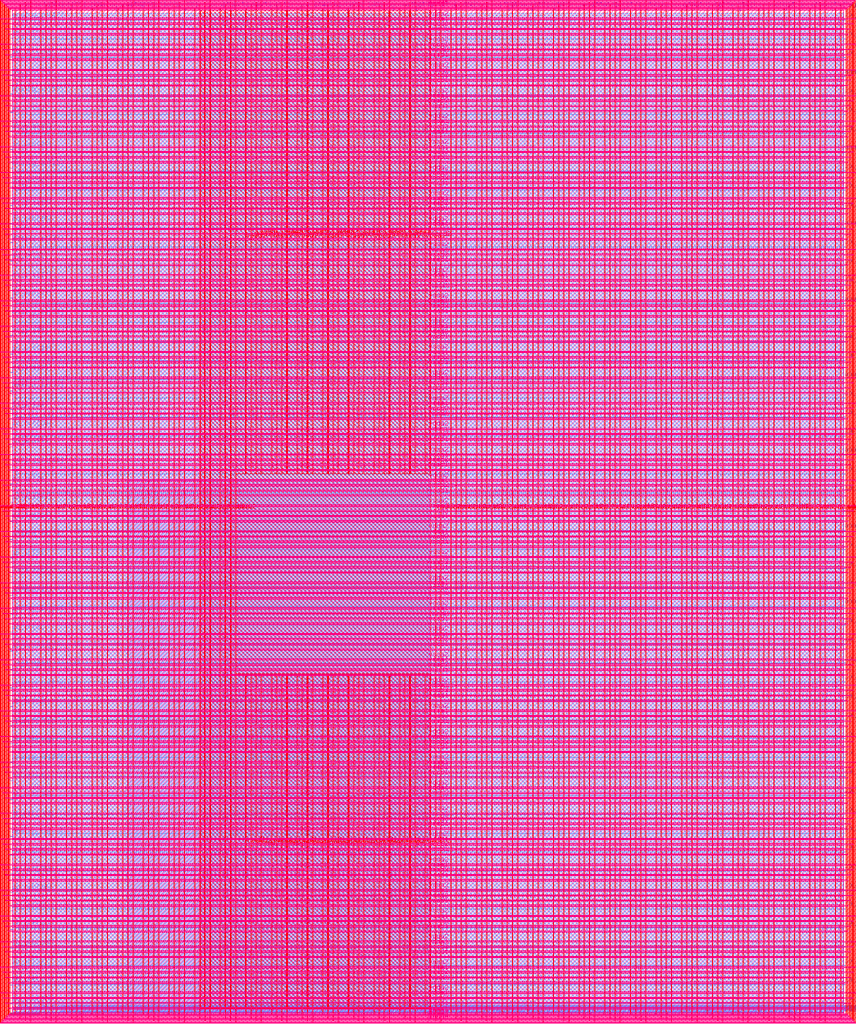
<source format=lef>
VERSION 5.7 ;
  NOWIREEXTENSIONATPIN ON ;
  DIVIDERCHAR "/" ;
  BUSBITCHARS "[]" ;
MACRO user_project_wrapper
  CLASS BLOCK ;
  FOREIGN user_project_wrapper ;
  ORIGIN 0.000 0.000 ;
  SIZE 2920.000 BY 3520.000 ;
  PIN analog_io[0]
    DIRECTION INOUT ;
    USE SIGNAL ;
    PORT
      LAYER met3 ;
        RECT 2917.600 1426.380 2924.800 1427.580 ;
    END
  END analog_io[0]
  PIN analog_io[10]
    DIRECTION INOUT ;
    USE SIGNAL ;
    PORT
      LAYER met2 ;
        RECT 2230.490 3517.600 2231.050 3524.800 ;
    END
  END analog_io[10]
  PIN analog_io[11]
    DIRECTION INOUT ;
    USE SIGNAL ;
    PORT
      LAYER met2 ;
        RECT 1905.730 3517.600 1906.290 3524.800 ;
    END
  END analog_io[11]
  PIN analog_io[12]
    DIRECTION INOUT ;
    USE SIGNAL ;
    PORT
      LAYER met2 ;
        RECT 1581.430 3517.600 1581.990 3524.800 ;
    END
  END analog_io[12]
  PIN analog_io[13]
    DIRECTION INOUT ;
    USE SIGNAL ;
    PORT
      LAYER met2 ;
        RECT 1257.130 3517.600 1257.690 3524.800 ;
    END
  END analog_io[13]
  PIN analog_io[14]
    DIRECTION INOUT ;
    USE SIGNAL ;
    PORT
      LAYER met2 ;
        RECT 932.370 3517.600 932.930 3524.800 ;
    END
  END analog_io[14]
  PIN analog_io[15]
    DIRECTION INOUT ;
    USE SIGNAL ;
    PORT
      LAYER met2 ;
        RECT 608.070 3517.600 608.630 3524.800 ;
    END
  END analog_io[15]
  PIN analog_io[16]
    DIRECTION INOUT ;
    USE SIGNAL ;
    PORT
      LAYER met2 ;
        RECT 283.770 3517.600 284.330 3524.800 ;
    END
  END analog_io[16]
  PIN analog_io[17]
    DIRECTION INOUT ;
    USE SIGNAL ;
    PORT
      LAYER met3 ;
        RECT -4.800 3486.100 2.400 3487.300 ;
    END
  END analog_io[17]
  PIN analog_io[18]
    DIRECTION INOUT ;
    USE SIGNAL ;
    PORT
      LAYER met3 ;
        RECT -4.800 3224.980 2.400 3226.180 ;
    END
  END analog_io[18]
  PIN analog_io[19]
    DIRECTION INOUT ;
    USE SIGNAL ;
    PORT
      LAYER met3 ;
        RECT -4.800 2964.540 2.400 2965.740 ;
    END
  END analog_io[19]
  PIN analog_io[1]
    DIRECTION INOUT ;
    USE SIGNAL ;
    PORT
      LAYER met3 ;
        RECT 2917.600 1692.260 2924.800 1693.460 ;
    END
  END analog_io[1]
  PIN analog_io[20]
    DIRECTION INOUT ;
    USE SIGNAL ;
    PORT
      LAYER met3 ;
        RECT -4.800 2703.420 2.400 2704.620 ;
    END
  END analog_io[20]
  PIN analog_io[21]
    DIRECTION INOUT ;
    USE SIGNAL ;
    PORT
      LAYER met3 ;
        RECT -4.800 2442.980 2.400 2444.180 ;
    END
  END analog_io[21]
  PIN analog_io[22]
    DIRECTION INOUT ;
    USE SIGNAL ;
    PORT
      LAYER met3 ;
        RECT -4.800 2182.540 2.400 2183.740 ;
    END
  END analog_io[22]
  PIN analog_io[23]
    DIRECTION INOUT ;
    USE SIGNAL ;
    PORT
      LAYER met3 ;
        RECT -4.800 1921.420 2.400 1922.620 ;
    END
  END analog_io[23]
  PIN analog_io[24]
    DIRECTION INOUT ;
    USE SIGNAL ;
    PORT
      LAYER met3 ;
        RECT -4.800 1660.980 2.400 1662.180 ;
    END
  END analog_io[24]
  PIN analog_io[25]
    DIRECTION INOUT ;
    USE SIGNAL ;
    PORT
      LAYER met3 ;
        RECT -4.800 1399.860 2.400 1401.060 ;
    END
  END analog_io[25]
  PIN analog_io[26]
    DIRECTION INOUT ;
    USE SIGNAL ;
    PORT
      LAYER met3 ;
        RECT -4.800 1139.420 2.400 1140.620 ;
    END
  END analog_io[26]
  PIN analog_io[27]
    DIRECTION INOUT ;
    USE SIGNAL ;
    PORT
      LAYER met3 ;
        RECT -4.800 878.980 2.400 880.180 ;
    END
  END analog_io[27]
  PIN analog_io[28]
    DIRECTION INOUT ;
    USE SIGNAL ;
    PORT
      LAYER met3 ;
        RECT -4.800 617.860 2.400 619.060 ;
    END
  END analog_io[28]
  PIN analog_io[2]
    DIRECTION INOUT ;
    USE SIGNAL ;
    PORT
      LAYER met3 ;
        RECT 2917.600 1958.140 2924.800 1959.340 ;
    END
  END analog_io[2]
  PIN analog_io[3]
    DIRECTION INOUT ;
    USE SIGNAL ;
    PORT
      LAYER met3 ;
        RECT 2917.600 2223.340 2924.800 2224.540 ;
    END
  END analog_io[3]
  PIN analog_io[4]
    DIRECTION INOUT ;
    USE SIGNAL ;
    PORT
      LAYER met3 ;
        RECT 2917.600 2489.220 2924.800 2490.420 ;
    END
  END analog_io[4]
  PIN analog_io[5]
    DIRECTION INOUT ;
    USE SIGNAL ;
    PORT
      LAYER met3 ;
        RECT 2917.600 2755.100 2924.800 2756.300 ;
    END
  END analog_io[5]
  PIN analog_io[6]
    DIRECTION INOUT ;
    USE SIGNAL ;
    PORT
      LAYER met3 ;
        RECT 2917.600 3020.300 2924.800 3021.500 ;
    END
  END analog_io[6]
  PIN analog_io[7]
    DIRECTION INOUT ;
    USE SIGNAL ;
    PORT
      LAYER met3 ;
        RECT 2917.600 3286.180 2924.800 3287.380 ;
    END
  END analog_io[7]
  PIN analog_io[8]
    DIRECTION INOUT ;
    USE SIGNAL ;
    PORT
      LAYER met2 ;
        RECT 2879.090 3517.600 2879.650 3524.800 ;
    END
  END analog_io[8]
  PIN analog_io[9]
    DIRECTION INOUT ;
    USE SIGNAL ;
    PORT
      LAYER met2 ;
        RECT 2554.790 3517.600 2555.350 3524.800 ;
    END
  END analog_io[9]
  PIN io_in[0]
    DIRECTION INPUT ;
    USE SIGNAL ;
    PORT
      LAYER met3 ;
        RECT 2917.600 32.380 2924.800 33.580 ;
    END
  END io_in[0]
  PIN io_in[10]
    DIRECTION INPUT ;
    USE SIGNAL ;
    PORT
      LAYER met3 ;
        RECT 2917.600 2289.980 2924.800 2291.180 ;
    END
  END io_in[10]
  PIN io_in[11]
    DIRECTION INPUT ;
    USE SIGNAL ;
    PORT
      LAYER met3 ;
        RECT 2917.600 2555.860 2924.800 2557.060 ;
    END
  END io_in[11]
  PIN io_in[12]
    DIRECTION INPUT ;
    USE SIGNAL ;
    PORT
      LAYER met3 ;
        RECT 2917.600 2821.060 2924.800 2822.260 ;
    END
  END io_in[12]
  PIN io_in[13]
    DIRECTION INPUT ;
    USE SIGNAL ;
    PORT
      LAYER met3 ;
        RECT 2917.600 3086.940 2924.800 3088.140 ;
    END
  END io_in[13]
  PIN io_in[14]
    DIRECTION INPUT ;
    USE SIGNAL ;
    PORT
      LAYER met3 ;
        RECT 2917.600 3352.820 2924.800 3354.020 ;
    END
  END io_in[14]
  PIN io_in[15]
    DIRECTION INPUT ;
    USE SIGNAL ;
    PORT
      LAYER met2 ;
        RECT 2798.130 3517.600 2798.690 3524.800 ;
    END
  END io_in[15]
  PIN io_in[16]
    DIRECTION INPUT ;
    USE SIGNAL ;
    PORT
      LAYER met2 ;
        RECT 2473.830 3517.600 2474.390 3524.800 ;
    END
  END io_in[16]
  PIN io_in[17]
    DIRECTION INPUT ;
    USE SIGNAL ;
    PORT
      LAYER met2 ;
        RECT 2149.070 3517.600 2149.630 3524.800 ;
    END
  END io_in[17]
  PIN io_in[18]
    DIRECTION INPUT ;
    USE SIGNAL ;
    PORT
      LAYER met2 ;
        RECT 1824.770 3517.600 1825.330 3524.800 ;
    END
  END io_in[18]
  PIN io_in[19]
    DIRECTION INPUT ;
    USE SIGNAL ;
    PORT
      LAYER met2 ;
        RECT 1500.470 3517.600 1501.030 3524.800 ;
    END
  END io_in[19]
  PIN io_in[1]
    DIRECTION INPUT ;
    USE SIGNAL ;
    PORT
      LAYER met3 ;
        RECT 2917.600 230.940 2924.800 232.140 ;
    END
  END io_in[1]
  PIN io_in[20]
    DIRECTION INPUT ;
    USE SIGNAL ;
    PORT
      LAYER met2 ;
        RECT 1175.710 3517.600 1176.270 3524.800 ;
    END
  END io_in[20]
  PIN io_in[21]
    DIRECTION INPUT ;
    USE SIGNAL ;
    PORT
      LAYER met2 ;
        RECT 851.410 3517.600 851.970 3524.800 ;
    END
  END io_in[21]
  PIN io_in[22]
    DIRECTION INPUT ;
    USE SIGNAL ;
    PORT
      LAYER met2 ;
        RECT 527.110 3517.600 527.670 3524.800 ;
    END
  END io_in[22]
  PIN io_in[23]
    DIRECTION INPUT ;
    USE SIGNAL ;
    PORT
      LAYER met2 ;
        RECT 202.350 3517.600 202.910 3524.800 ;
    END
  END io_in[23]
  PIN io_in[24]
    DIRECTION INPUT ;
    USE SIGNAL ;
    PORT
      LAYER met3 ;
        RECT -4.800 3420.820 2.400 3422.020 ;
    END
  END io_in[24]
  PIN io_in[25]
    DIRECTION INPUT ;
    USE SIGNAL ;
    PORT
      LAYER met3 ;
        RECT -4.800 3159.700 2.400 3160.900 ;
    END
  END io_in[25]
  PIN io_in[26]
    DIRECTION INPUT ;
    USE SIGNAL ;
    PORT
      LAYER met3 ;
        RECT -4.800 2899.260 2.400 2900.460 ;
    END
  END io_in[26]
  PIN io_in[27]
    DIRECTION INPUT ;
    USE SIGNAL ;
    PORT
      LAYER met3 ;
        RECT -4.800 2638.820 2.400 2640.020 ;
    END
  END io_in[27]
  PIN io_in[28]
    DIRECTION INPUT ;
    USE SIGNAL ;
    PORT
      LAYER met3 ;
        RECT -4.800 2377.700 2.400 2378.900 ;
    END
  END io_in[28]
  PIN io_in[29]
    DIRECTION INPUT ;
    USE SIGNAL ;
    PORT
      LAYER met3 ;
        RECT -4.800 2117.260 2.400 2118.460 ;
    END
  END io_in[29]
  PIN io_in[2]
    DIRECTION INPUT ;
    USE SIGNAL ;
    PORT
      LAYER met3 ;
        RECT 2917.600 430.180 2924.800 431.380 ;
    END
  END io_in[2]
  PIN io_in[30]
    DIRECTION INPUT ;
    USE SIGNAL ;
    PORT
      LAYER met3 ;
        RECT -4.800 1856.140 2.400 1857.340 ;
    END
  END io_in[30]
  PIN io_in[31]
    DIRECTION INPUT ;
    USE SIGNAL ;
    PORT
      LAYER met3 ;
        RECT -4.800 1595.700 2.400 1596.900 ;
    END
  END io_in[31]
  PIN io_in[32]
    DIRECTION INPUT ;
    USE SIGNAL ;
    PORT
      LAYER met3 ;
        RECT -4.800 1335.260 2.400 1336.460 ;
    END
  END io_in[32]
  PIN io_in[33]
    DIRECTION INPUT ;
    USE SIGNAL ;
    PORT
      LAYER met3 ;
        RECT -4.800 1074.140 2.400 1075.340 ;
    END
  END io_in[33]
  PIN io_in[34]
    DIRECTION INPUT ;
    USE SIGNAL ;
    PORT
      LAYER met3 ;
        RECT -4.800 813.700 2.400 814.900 ;
    END
  END io_in[34]
  PIN io_in[35]
    DIRECTION INPUT ;
    USE SIGNAL ;
    PORT
      LAYER met3 ;
        RECT -4.800 552.580 2.400 553.780 ;
    END
  END io_in[35]
  PIN io_in[36]
    DIRECTION INPUT ;
    USE SIGNAL ;
    PORT
      LAYER met3 ;
        RECT -4.800 357.420 2.400 358.620 ;
    END
  END io_in[36]
  PIN io_in[37]
    DIRECTION INPUT ;
    USE SIGNAL ;
    PORT
      LAYER met3 ;
        RECT -4.800 161.580 2.400 162.780 ;
    END
  END io_in[37]
  PIN io_in[3]
    DIRECTION INPUT ;
    USE SIGNAL ;
    PORT
      LAYER met3 ;
        RECT 2917.600 629.420 2924.800 630.620 ;
    END
  END io_in[3]
  PIN io_in[4]
    DIRECTION INPUT ;
    USE SIGNAL ;
    PORT
      LAYER met3 ;
        RECT 2917.600 828.660 2924.800 829.860 ;
    END
  END io_in[4]
  PIN io_in[5]
    DIRECTION INPUT ;
    USE SIGNAL ;
    PORT
      LAYER met3 ;
        RECT 2917.600 1027.900 2924.800 1029.100 ;
    END
  END io_in[5]
  PIN io_in[6]
    DIRECTION INPUT ;
    USE SIGNAL ;
    PORT
      LAYER met3 ;
        RECT 2917.600 1227.140 2924.800 1228.340 ;
    END
  END io_in[6]
  PIN io_in[7]
    DIRECTION INPUT ;
    USE SIGNAL ;
    PORT
      LAYER met3 ;
        RECT 2917.600 1493.020 2924.800 1494.220 ;
    END
  END io_in[7]
  PIN io_in[8]
    DIRECTION INPUT ;
    USE SIGNAL ;
    PORT
      LAYER met3 ;
        RECT 2917.600 1758.900 2924.800 1760.100 ;
    END
  END io_in[8]
  PIN io_in[9]
    DIRECTION INPUT ;
    USE SIGNAL ;
    PORT
      LAYER met3 ;
        RECT 2917.600 2024.100 2924.800 2025.300 ;
    END
  END io_in[9]
  PIN io_oeb[0]
    DIRECTION OUTPUT TRISTATE ;
    USE SIGNAL ;
    PORT
      LAYER met3 ;
        RECT 2917.600 164.980 2924.800 166.180 ;
    END
  END io_oeb[0]
  PIN io_oeb[10]
    DIRECTION OUTPUT TRISTATE ;
    USE SIGNAL ;
    PORT
      LAYER met3 ;
        RECT 2917.600 2422.580 2924.800 2423.780 ;
    END
  END io_oeb[10]
  PIN io_oeb[11]
    DIRECTION OUTPUT TRISTATE ;
    USE SIGNAL ;
    PORT
      LAYER met3 ;
        RECT 2917.600 2688.460 2924.800 2689.660 ;
    END
  END io_oeb[11]
  PIN io_oeb[12]
    DIRECTION OUTPUT TRISTATE ;
    USE SIGNAL ;
    PORT
      LAYER met3 ;
        RECT 2917.600 2954.340 2924.800 2955.540 ;
    END
  END io_oeb[12]
  PIN io_oeb[13]
    DIRECTION OUTPUT TRISTATE ;
    USE SIGNAL ;
    PORT
      LAYER met3 ;
        RECT 2917.600 3219.540 2924.800 3220.740 ;
    END
  END io_oeb[13]
  PIN io_oeb[14]
    DIRECTION OUTPUT TRISTATE ;
    USE SIGNAL ;
    PORT
      LAYER met3 ;
        RECT 2917.600 3485.420 2924.800 3486.620 ;
    END
  END io_oeb[14]
  PIN io_oeb[15]
    DIRECTION OUTPUT TRISTATE ;
    USE SIGNAL ;
    PORT
      LAYER met2 ;
        RECT 2635.750 3517.600 2636.310 3524.800 ;
    END
  END io_oeb[15]
  PIN io_oeb[16]
    DIRECTION OUTPUT TRISTATE ;
    USE SIGNAL ;
    PORT
      LAYER met2 ;
        RECT 2311.450 3517.600 2312.010 3524.800 ;
    END
  END io_oeb[16]
  PIN io_oeb[17]
    DIRECTION OUTPUT TRISTATE ;
    USE SIGNAL ;
    PORT
      LAYER met2 ;
        RECT 1987.150 3517.600 1987.710 3524.800 ;
    END
  END io_oeb[17]
  PIN io_oeb[18]
    DIRECTION OUTPUT TRISTATE ;
    USE SIGNAL ;
    PORT
      LAYER met2 ;
        RECT 1662.390 3517.600 1662.950 3524.800 ;
    END
  END io_oeb[18]
  PIN io_oeb[19]
    DIRECTION OUTPUT TRISTATE ;
    USE SIGNAL ;
    PORT
      LAYER met2 ;
        RECT 1338.090 3517.600 1338.650 3524.800 ;
    END
  END io_oeb[19]
  PIN io_oeb[1]
    DIRECTION OUTPUT TRISTATE ;
    USE SIGNAL ;
    PORT
      LAYER met3 ;
        RECT 2917.600 364.220 2924.800 365.420 ;
    END
  END io_oeb[1]
  PIN io_oeb[20]
    DIRECTION OUTPUT TRISTATE ;
    USE SIGNAL ;
    PORT
      LAYER met2 ;
        RECT 1013.790 3517.600 1014.350 3524.800 ;
    END
  END io_oeb[20]
  PIN io_oeb[21]
    DIRECTION OUTPUT TRISTATE ;
    USE SIGNAL ;
    PORT
      LAYER met2 ;
        RECT 689.030 3517.600 689.590 3524.800 ;
    END
  END io_oeb[21]
  PIN io_oeb[22]
    DIRECTION OUTPUT TRISTATE ;
    USE SIGNAL ;
    PORT
      LAYER met2 ;
        RECT 364.730 3517.600 365.290 3524.800 ;
    END
  END io_oeb[22]
  PIN io_oeb[23]
    DIRECTION OUTPUT TRISTATE ;
    USE SIGNAL ;
    PORT
      LAYER met2 ;
        RECT 40.430 3517.600 40.990 3524.800 ;
    END
  END io_oeb[23]
  PIN io_oeb[24]
    DIRECTION OUTPUT TRISTATE ;
    USE SIGNAL ;
    PORT
      LAYER met3 ;
        RECT -4.800 3290.260 2.400 3291.460 ;
    END
  END io_oeb[24]
  PIN io_oeb[25]
    DIRECTION OUTPUT TRISTATE ;
    USE SIGNAL ;
    PORT
      LAYER met3 ;
        RECT -4.800 3029.820 2.400 3031.020 ;
    END
  END io_oeb[25]
  PIN io_oeb[26]
    DIRECTION OUTPUT TRISTATE ;
    USE SIGNAL ;
    PORT
      LAYER met3 ;
        RECT -4.800 2768.700 2.400 2769.900 ;
    END
  END io_oeb[26]
  PIN io_oeb[27]
    DIRECTION OUTPUT TRISTATE ;
    USE SIGNAL ;
    PORT
      LAYER met3 ;
        RECT -4.800 2508.260 2.400 2509.460 ;
    END
  END io_oeb[27]
  PIN io_oeb[28]
    DIRECTION OUTPUT TRISTATE ;
    USE SIGNAL ;
    PORT
      LAYER met3 ;
        RECT -4.800 2247.140 2.400 2248.340 ;
    END
  END io_oeb[28]
  PIN io_oeb[29]
    DIRECTION OUTPUT TRISTATE ;
    USE SIGNAL ;
    PORT
      LAYER met3 ;
        RECT -4.800 1986.700 2.400 1987.900 ;
    END
  END io_oeb[29]
  PIN io_oeb[2]
    DIRECTION OUTPUT TRISTATE ;
    USE SIGNAL ;
    PORT
      LAYER met3 ;
        RECT 2917.600 563.460 2924.800 564.660 ;
    END
  END io_oeb[2]
  PIN io_oeb[30]
    DIRECTION OUTPUT TRISTATE ;
    USE SIGNAL ;
    PORT
      LAYER met3 ;
        RECT -4.800 1726.260 2.400 1727.460 ;
    END
  END io_oeb[30]
  PIN io_oeb[31]
    DIRECTION OUTPUT TRISTATE ;
    USE SIGNAL ;
    PORT
      LAYER met3 ;
        RECT -4.800 1465.140 2.400 1466.340 ;
    END
  END io_oeb[31]
  PIN io_oeb[32]
    DIRECTION OUTPUT TRISTATE ;
    USE SIGNAL ;
    PORT
      LAYER met3 ;
        RECT -4.800 1204.700 2.400 1205.900 ;
    END
  END io_oeb[32]
  PIN io_oeb[33]
    DIRECTION OUTPUT TRISTATE ;
    USE SIGNAL ;
    PORT
      LAYER met3 ;
        RECT -4.800 943.580 2.400 944.780 ;
    END
  END io_oeb[33]
  PIN io_oeb[34]
    DIRECTION OUTPUT TRISTATE ;
    USE SIGNAL ;
    PORT
      LAYER met3 ;
        RECT -4.800 683.140 2.400 684.340 ;
    END
  END io_oeb[34]
  PIN io_oeb[35]
    DIRECTION OUTPUT TRISTATE ;
    USE SIGNAL ;
    PORT
      LAYER met3 ;
        RECT -4.800 422.700 2.400 423.900 ;
    END
  END io_oeb[35]
  PIN io_oeb[36]
    DIRECTION OUTPUT TRISTATE ;
    USE SIGNAL ;
    PORT
      LAYER met3 ;
        RECT -4.800 226.860 2.400 228.060 ;
    END
  END io_oeb[36]
  PIN io_oeb[37]
    DIRECTION OUTPUT TRISTATE ;
    USE SIGNAL ;
    PORT
      LAYER met3 ;
        RECT -4.800 31.700 2.400 32.900 ;
    END
  END io_oeb[37]
  PIN io_oeb[3]
    DIRECTION OUTPUT TRISTATE ;
    USE SIGNAL ;
    PORT
      LAYER met3 ;
        RECT 2917.600 762.700 2924.800 763.900 ;
    END
  END io_oeb[3]
  PIN io_oeb[4]
    DIRECTION OUTPUT TRISTATE ;
    USE SIGNAL ;
    PORT
      LAYER met3 ;
        RECT 2917.600 961.940 2924.800 963.140 ;
    END
  END io_oeb[4]
  PIN io_oeb[5]
    DIRECTION OUTPUT TRISTATE ;
    USE SIGNAL ;
    PORT
      LAYER met3 ;
        RECT 2917.600 1161.180 2924.800 1162.380 ;
    END
  END io_oeb[5]
  PIN io_oeb[6]
    DIRECTION OUTPUT TRISTATE ;
    USE SIGNAL ;
    PORT
      LAYER met3 ;
        RECT 2917.600 1360.420 2924.800 1361.620 ;
    END
  END io_oeb[6]
  PIN io_oeb[7]
    DIRECTION OUTPUT TRISTATE ;
    USE SIGNAL ;
    PORT
      LAYER met3 ;
        RECT 2917.600 1625.620 2924.800 1626.820 ;
    END
  END io_oeb[7]
  PIN io_oeb[8]
    DIRECTION OUTPUT TRISTATE ;
    USE SIGNAL ;
    PORT
      LAYER met3 ;
        RECT 2917.600 1891.500 2924.800 1892.700 ;
    END
  END io_oeb[8]
  PIN io_oeb[9]
    DIRECTION OUTPUT TRISTATE ;
    USE SIGNAL ;
    PORT
      LAYER met3 ;
        RECT 2917.600 2157.380 2924.800 2158.580 ;
    END
  END io_oeb[9]
  PIN io_out[0]
    DIRECTION OUTPUT TRISTATE ;
    USE SIGNAL ;
    PORT
      LAYER met3 ;
        RECT 2917.600 98.340 2924.800 99.540 ;
    END
  END io_out[0]
  PIN io_out[10]
    DIRECTION OUTPUT TRISTATE ;
    USE SIGNAL ;
    PORT
      LAYER met3 ;
        RECT 2917.600 2356.620 2924.800 2357.820 ;
    END
  END io_out[10]
  PIN io_out[11]
    DIRECTION OUTPUT TRISTATE ;
    USE SIGNAL ;
    PORT
      LAYER met3 ;
        RECT 2917.600 2621.820 2924.800 2623.020 ;
    END
  END io_out[11]
  PIN io_out[12]
    DIRECTION OUTPUT TRISTATE ;
    USE SIGNAL ;
    PORT
      LAYER met3 ;
        RECT 2917.600 2887.700 2924.800 2888.900 ;
    END
  END io_out[12]
  PIN io_out[13]
    DIRECTION OUTPUT TRISTATE ;
    USE SIGNAL ;
    PORT
      LAYER met3 ;
        RECT 2917.600 3153.580 2924.800 3154.780 ;
    END
  END io_out[13]
  PIN io_out[14]
    DIRECTION OUTPUT TRISTATE ;
    USE SIGNAL ;
    PORT
      LAYER met3 ;
        RECT 2917.600 3418.780 2924.800 3419.980 ;
    END
  END io_out[14]
  PIN io_out[15]
    DIRECTION OUTPUT TRISTATE ;
    USE SIGNAL ;
    PORT
      LAYER met2 ;
        RECT 2717.170 3517.600 2717.730 3524.800 ;
    END
  END io_out[15]
  PIN io_out[16]
    DIRECTION OUTPUT TRISTATE ;
    USE SIGNAL ;
    PORT
      LAYER met2 ;
        RECT 2392.410 3517.600 2392.970 3524.800 ;
    END
  END io_out[16]
  PIN io_out[17]
    DIRECTION OUTPUT TRISTATE ;
    USE SIGNAL ;
    PORT
      LAYER met2 ;
        RECT 2068.110 3517.600 2068.670 3524.800 ;
    END
  END io_out[17]
  PIN io_out[18]
    DIRECTION OUTPUT TRISTATE ;
    USE SIGNAL ;
    PORT
      LAYER met2 ;
        RECT 1743.810 3517.600 1744.370 3524.800 ;
    END
  END io_out[18]
  PIN io_out[19]
    DIRECTION OUTPUT TRISTATE ;
    USE SIGNAL ;
    PORT
      LAYER met2 ;
        RECT 1419.050 3517.600 1419.610 3524.800 ;
    END
  END io_out[19]
  PIN io_out[1]
    DIRECTION OUTPUT TRISTATE ;
    USE SIGNAL ;
    PORT
      LAYER met3 ;
        RECT 2917.600 297.580 2924.800 298.780 ;
    END
  END io_out[1]
  PIN io_out[20]
    DIRECTION OUTPUT TRISTATE ;
    USE SIGNAL ;
    PORT
      LAYER met2 ;
        RECT 1094.750 3517.600 1095.310 3524.800 ;
    END
  END io_out[20]
  PIN io_out[21]
    DIRECTION OUTPUT TRISTATE ;
    USE SIGNAL ;
    PORT
      LAYER met2 ;
        RECT 770.450 3517.600 771.010 3524.800 ;
    END
  END io_out[21]
  PIN io_out[22]
    DIRECTION OUTPUT TRISTATE ;
    USE SIGNAL ;
    PORT
      LAYER met2 ;
        RECT 445.690 3517.600 446.250 3524.800 ;
    END
  END io_out[22]
  PIN io_out[23]
    DIRECTION OUTPUT TRISTATE ;
    USE SIGNAL ;
    PORT
      LAYER met2 ;
        RECT 121.390 3517.600 121.950 3524.800 ;
    END
  END io_out[23]
  PIN io_out[24]
    DIRECTION OUTPUT TRISTATE ;
    USE SIGNAL ;
    PORT
      LAYER met3 ;
        RECT -4.800 3355.540 2.400 3356.740 ;
    END
  END io_out[24]
  PIN io_out[25]
    DIRECTION OUTPUT TRISTATE ;
    USE SIGNAL ;
    PORT
      LAYER met3 ;
        RECT -4.800 3095.100 2.400 3096.300 ;
    END
  END io_out[25]
  PIN io_out[26]
    DIRECTION OUTPUT TRISTATE ;
    USE SIGNAL ;
    PORT
      LAYER met3 ;
        RECT -4.800 2833.980 2.400 2835.180 ;
    END
  END io_out[26]
  PIN io_out[27]
    DIRECTION OUTPUT TRISTATE ;
    USE SIGNAL ;
    PORT
      LAYER met3 ;
        RECT -4.800 2573.540 2.400 2574.740 ;
    END
  END io_out[27]
  PIN io_out[28]
    DIRECTION OUTPUT TRISTATE ;
    USE SIGNAL ;
    PORT
      LAYER met3 ;
        RECT -4.800 2312.420 2.400 2313.620 ;
    END
  END io_out[28]
  PIN io_out[29]
    DIRECTION OUTPUT TRISTATE ;
    USE SIGNAL ;
    PORT
      LAYER met3 ;
        RECT -4.800 2051.980 2.400 2053.180 ;
    END
  END io_out[29]
  PIN io_out[2]
    DIRECTION OUTPUT TRISTATE ;
    USE SIGNAL ;
    PORT
      LAYER met3 ;
        RECT 2917.600 496.820 2924.800 498.020 ;
    END
  END io_out[2]
  PIN io_out[30]
    DIRECTION OUTPUT TRISTATE ;
    USE SIGNAL ;
    PORT
      LAYER met3 ;
        RECT -4.800 1791.540 2.400 1792.740 ;
    END
  END io_out[30]
  PIN io_out[31]
    DIRECTION OUTPUT TRISTATE ;
    USE SIGNAL ;
    PORT
      LAYER met3 ;
        RECT -4.800 1530.420 2.400 1531.620 ;
    END
  END io_out[31]
  PIN io_out[32]
    DIRECTION OUTPUT TRISTATE ;
    USE SIGNAL ;
    PORT
      LAYER met3 ;
        RECT -4.800 1269.980 2.400 1271.180 ;
    END
  END io_out[32]
  PIN io_out[33]
    DIRECTION OUTPUT TRISTATE ;
    USE SIGNAL ;
    PORT
      LAYER met3 ;
        RECT -4.800 1008.860 2.400 1010.060 ;
    END
  END io_out[33]
  PIN io_out[34]
    DIRECTION OUTPUT TRISTATE ;
    USE SIGNAL ;
    PORT
      LAYER met3 ;
        RECT -4.800 748.420 2.400 749.620 ;
    END
  END io_out[34]
  PIN io_out[35]
    DIRECTION OUTPUT TRISTATE ;
    USE SIGNAL ;
    PORT
      LAYER met3 ;
        RECT -4.800 487.300 2.400 488.500 ;
    END
  END io_out[35]
  PIN io_out[36]
    DIRECTION OUTPUT TRISTATE ;
    USE SIGNAL ;
    PORT
      LAYER met3 ;
        RECT -4.800 292.140 2.400 293.340 ;
    END
  END io_out[36]
  PIN io_out[37]
    DIRECTION OUTPUT TRISTATE ;
    USE SIGNAL ;
    PORT
      LAYER met3 ;
        RECT -4.800 96.300 2.400 97.500 ;
    END
  END io_out[37]
  PIN io_out[3]
    DIRECTION OUTPUT TRISTATE ;
    USE SIGNAL ;
    PORT
      LAYER met3 ;
        RECT 2917.600 696.060 2924.800 697.260 ;
    END
  END io_out[3]
  PIN io_out[4]
    DIRECTION OUTPUT TRISTATE ;
    USE SIGNAL ;
    PORT
      LAYER met3 ;
        RECT 2917.600 895.300 2924.800 896.500 ;
    END
  END io_out[4]
  PIN io_out[5]
    DIRECTION OUTPUT TRISTATE ;
    USE SIGNAL ;
    PORT
      LAYER met3 ;
        RECT 2917.600 1094.540 2924.800 1095.740 ;
    END
  END io_out[5]
  PIN io_out[6]
    DIRECTION OUTPUT TRISTATE ;
    USE SIGNAL ;
    PORT
      LAYER met3 ;
        RECT 2917.600 1293.780 2924.800 1294.980 ;
    END
  END io_out[6]
  PIN io_out[7]
    DIRECTION OUTPUT TRISTATE ;
    USE SIGNAL ;
    PORT
      LAYER met3 ;
        RECT 2917.600 1559.660 2924.800 1560.860 ;
    END
  END io_out[7]
  PIN io_out[8]
    DIRECTION OUTPUT TRISTATE ;
    USE SIGNAL ;
    PORT
      LAYER met3 ;
        RECT 2917.600 1824.860 2924.800 1826.060 ;
    END
  END io_out[8]
  PIN io_out[9]
    DIRECTION OUTPUT TRISTATE ;
    USE SIGNAL ;
    PORT
      LAYER met3 ;
        RECT 2917.600 2090.740 2924.800 2091.940 ;
    END
  END io_out[9]
  PIN la_data_in[0]
    DIRECTION INPUT ;
    USE SIGNAL ;
    PORT
      LAYER met2 ;
        RECT 629.230 -4.800 629.790 2.400 ;
    END
  END la_data_in[0]
  PIN la_data_in[100]
    DIRECTION INPUT ;
    USE SIGNAL ;
    PORT
      LAYER met2 ;
        RECT 2402.530 -4.800 2403.090 2.400 ;
    END
  END la_data_in[100]
  PIN la_data_in[101]
    DIRECTION INPUT ;
    USE SIGNAL ;
    PORT
      LAYER met2 ;
        RECT 2420.010 -4.800 2420.570 2.400 ;
    END
  END la_data_in[101]
  PIN la_data_in[102]
    DIRECTION INPUT ;
    USE SIGNAL ;
    PORT
      LAYER met2 ;
        RECT 2437.950 -4.800 2438.510 2.400 ;
    END
  END la_data_in[102]
  PIN la_data_in[103]
    DIRECTION INPUT ;
    USE SIGNAL ;
    PORT
      LAYER met2 ;
        RECT 2455.430 -4.800 2455.990 2.400 ;
    END
  END la_data_in[103]
  PIN la_data_in[104]
    DIRECTION INPUT ;
    USE SIGNAL ;
    PORT
      LAYER met2 ;
        RECT 2473.370 -4.800 2473.930 2.400 ;
    END
  END la_data_in[104]
  PIN la_data_in[105]
    DIRECTION INPUT ;
    USE SIGNAL ;
    PORT
      LAYER met2 ;
        RECT 2490.850 -4.800 2491.410 2.400 ;
    END
  END la_data_in[105]
  PIN la_data_in[106]
    DIRECTION INPUT ;
    USE SIGNAL ;
    PORT
      LAYER met2 ;
        RECT 2508.790 -4.800 2509.350 2.400 ;
    END
  END la_data_in[106]
  PIN la_data_in[107]
    DIRECTION INPUT ;
    USE SIGNAL ;
    PORT
      LAYER met2 ;
        RECT 2526.730 -4.800 2527.290 2.400 ;
    END
  END la_data_in[107]
  PIN la_data_in[108]
    DIRECTION INPUT ;
    USE SIGNAL ;
    PORT
      LAYER met2 ;
        RECT 2544.210 -4.800 2544.770 2.400 ;
    END
  END la_data_in[108]
  PIN la_data_in[109]
    DIRECTION INPUT ;
    USE SIGNAL ;
    PORT
      LAYER met2 ;
        RECT 2562.150 -4.800 2562.710 2.400 ;
    END
  END la_data_in[109]
  PIN la_data_in[10]
    DIRECTION INPUT ;
    USE SIGNAL ;
    PORT
      LAYER met2 ;
        RECT 806.330 -4.800 806.890 2.400 ;
    END
  END la_data_in[10]
  PIN la_data_in[110]
    DIRECTION INPUT ;
    USE SIGNAL ;
    PORT
      LAYER met2 ;
        RECT 2579.630 -4.800 2580.190 2.400 ;
    END
  END la_data_in[110]
  PIN la_data_in[111]
    DIRECTION INPUT ;
    USE SIGNAL ;
    PORT
      LAYER met2 ;
        RECT 2597.570 -4.800 2598.130 2.400 ;
    END
  END la_data_in[111]
  PIN la_data_in[112]
    DIRECTION INPUT ;
    USE SIGNAL ;
    PORT
      LAYER met2 ;
        RECT 2615.050 -4.800 2615.610 2.400 ;
    END
  END la_data_in[112]
  PIN la_data_in[113]
    DIRECTION INPUT ;
    USE SIGNAL ;
    PORT
      LAYER met2 ;
        RECT 2632.990 -4.800 2633.550 2.400 ;
    END
  END la_data_in[113]
  PIN la_data_in[114]
    DIRECTION INPUT ;
    USE SIGNAL ;
    PORT
      LAYER met2 ;
        RECT 2650.470 -4.800 2651.030 2.400 ;
    END
  END la_data_in[114]
  PIN la_data_in[115]
    DIRECTION INPUT ;
    USE SIGNAL ;
    PORT
      LAYER met2 ;
        RECT 2668.410 -4.800 2668.970 2.400 ;
    END
  END la_data_in[115]
  PIN la_data_in[116]
    DIRECTION INPUT ;
    USE SIGNAL ;
    PORT
      LAYER met2 ;
        RECT 2685.890 -4.800 2686.450 2.400 ;
    END
  END la_data_in[116]
  PIN la_data_in[117]
    DIRECTION INPUT ;
    USE SIGNAL ;
    PORT
      LAYER met2 ;
        RECT 2703.830 -4.800 2704.390 2.400 ;
    END
  END la_data_in[117]
  PIN la_data_in[118]
    DIRECTION INPUT ;
    USE SIGNAL ;
    PORT
      LAYER met2 ;
        RECT 2721.770 -4.800 2722.330 2.400 ;
    END
  END la_data_in[118]
  PIN la_data_in[119]
    DIRECTION INPUT ;
    USE SIGNAL ;
    PORT
      LAYER met2 ;
        RECT 2739.250 -4.800 2739.810 2.400 ;
    END
  END la_data_in[119]
  PIN la_data_in[11]
    DIRECTION INPUT ;
    USE SIGNAL ;
    PORT
      LAYER met2 ;
        RECT 824.270 -4.800 824.830 2.400 ;
    END
  END la_data_in[11]
  PIN la_data_in[120]
    DIRECTION INPUT ;
    USE SIGNAL ;
    PORT
      LAYER met2 ;
        RECT 2757.190 -4.800 2757.750 2.400 ;
    END
  END la_data_in[120]
  PIN la_data_in[121]
    DIRECTION INPUT ;
    USE SIGNAL ;
    PORT
      LAYER met2 ;
        RECT 2774.670 -4.800 2775.230 2.400 ;
    END
  END la_data_in[121]
  PIN la_data_in[122]
    DIRECTION INPUT ;
    USE SIGNAL ;
    PORT
      LAYER met2 ;
        RECT 2792.610 -4.800 2793.170 2.400 ;
    END
  END la_data_in[122]
  PIN la_data_in[123]
    DIRECTION INPUT ;
    USE SIGNAL ;
    PORT
      LAYER met2 ;
        RECT 2810.090 -4.800 2810.650 2.400 ;
    END
  END la_data_in[123]
  PIN la_data_in[124]
    DIRECTION INPUT ;
    USE SIGNAL ;
    PORT
      LAYER met2 ;
        RECT 2828.030 -4.800 2828.590 2.400 ;
    END
  END la_data_in[124]
  PIN la_data_in[125]
    DIRECTION INPUT ;
    USE SIGNAL ;
    PORT
      LAYER met2 ;
        RECT 2845.510 -4.800 2846.070 2.400 ;
    END
  END la_data_in[125]
  PIN la_data_in[126]
    DIRECTION INPUT ;
    USE SIGNAL ;
    PORT
      LAYER met2 ;
        RECT 2863.450 -4.800 2864.010 2.400 ;
    END
  END la_data_in[126]
  PIN la_data_in[127]
    DIRECTION INPUT ;
    USE SIGNAL ;
    PORT
      LAYER met2 ;
        RECT 2881.390 -4.800 2881.950 2.400 ;
    END
  END la_data_in[127]
  PIN la_data_in[12]
    DIRECTION INPUT ;
    USE SIGNAL ;
    PORT
      LAYER met2 ;
        RECT 841.750 -4.800 842.310 2.400 ;
    END
  END la_data_in[12]
  PIN la_data_in[13]
    DIRECTION INPUT ;
    USE SIGNAL ;
    PORT
      LAYER met2 ;
        RECT 859.690 -4.800 860.250 2.400 ;
    END
  END la_data_in[13]
  PIN la_data_in[14]
    DIRECTION INPUT ;
    USE SIGNAL ;
    PORT
      LAYER met2 ;
        RECT 877.170 -4.800 877.730 2.400 ;
    END
  END la_data_in[14]
  PIN la_data_in[15]
    DIRECTION INPUT ;
    USE SIGNAL ;
    PORT
      LAYER met2 ;
        RECT 895.110 -4.800 895.670 2.400 ;
    END
  END la_data_in[15]
  PIN la_data_in[16]
    DIRECTION INPUT ;
    USE SIGNAL ;
    PORT
      LAYER met2 ;
        RECT 912.590 -4.800 913.150 2.400 ;
    END
  END la_data_in[16]
  PIN la_data_in[17]
    DIRECTION INPUT ;
    USE SIGNAL ;
    PORT
      LAYER met2 ;
        RECT 930.530 -4.800 931.090 2.400 ;
    END
  END la_data_in[17]
  PIN la_data_in[18]
    DIRECTION INPUT ;
    USE SIGNAL ;
    PORT
      LAYER met2 ;
        RECT 948.470 -4.800 949.030 2.400 ;
    END
  END la_data_in[18]
  PIN la_data_in[19]
    DIRECTION INPUT ;
    USE SIGNAL ;
    PORT
      LAYER met2 ;
        RECT 965.950 -4.800 966.510 2.400 ;
    END
  END la_data_in[19]
  PIN la_data_in[1]
    DIRECTION INPUT ;
    USE SIGNAL ;
    PORT
      LAYER met2 ;
        RECT 646.710 -4.800 647.270 2.400 ;
    END
  END la_data_in[1]
  PIN la_data_in[20]
    DIRECTION INPUT ;
    USE SIGNAL ;
    PORT
      LAYER met2 ;
        RECT 983.890 -4.800 984.450 2.400 ;
    END
  END la_data_in[20]
  PIN la_data_in[21]
    DIRECTION INPUT ;
    USE SIGNAL ;
    PORT
      LAYER met2 ;
        RECT 1001.370 -4.800 1001.930 2.400 ;
    END
  END la_data_in[21]
  PIN la_data_in[22]
    DIRECTION INPUT ;
    USE SIGNAL ;
    PORT
      LAYER met2 ;
        RECT 1019.310 -4.800 1019.870 2.400 ;
    END
  END la_data_in[22]
  PIN la_data_in[23]
    DIRECTION INPUT ;
    USE SIGNAL ;
    PORT
      LAYER met2 ;
        RECT 1036.790 -4.800 1037.350 2.400 ;
    END
  END la_data_in[23]
  PIN la_data_in[24]
    DIRECTION INPUT ;
    USE SIGNAL ;
    PORT
      LAYER met2 ;
        RECT 1054.730 -4.800 1055.290 2.400 ;
    END
  END la_data_in[24]
  PIN la_data_in[25]
    DIRECTION INPUT ;
    USE SIGNAL ;
    PORT
      LAYER met2 ;
        RECT 1072.210 -4.800 1072.770 2.400 ;
    END
  END la_data_in[25]
  PIN la_data_in[26]
    DIRECTION INPUT ;
    USE SIGNAL ;
    PORT
      LAYER met2 ;
        RECT 1090.150 -4.800 1090.710 2.400 ;
    END
  END la_data_in[26]
  PIN la_data_in[27]
    DIRECTION INPUT ;
    USE SIGNAL ;
    PORT
      LAYER met2 ;
        RECT 1107.630 -4.800 1108.190 2.400 ;
    END
  END la_data_in[27]
  PIN la_data_in[28]
    DIRECTION INPUT ;
    USE SIGNAL ;
    PORT
      LAYER met2 ;
        RECT 1125.570 -4.800 1126.130 2.400 ;
    END
  END la_data_in[28]
  PIN la_data_in[29]
    DIRECTION INPUT ;
    USE SIGNAL ;
    PORT
      LAYER met2 ;
        RECT 1143.510 -4.800 1144.070 2.400 ;
    END
  END la_data_in[29]
  PIN la_data_in[2]
    DIRECTION INPUT ;
    USE SIGNAL ;
    PORT
      LAYER met2 ;
        RECT 664.650 -4.800 665.210 2.400 ;
    END
  END la_data_in[2]
  PIN la_data_in[30]
    DIRECTION INPUT ;
    USE SIGNAL ;
    PORT
      LAYER met2 ;
        RECT 1160.990 -4.800 1161.550 2.400 ;
    END
  END la_data_in[30]
  PIN la_data_in[31]
    DIRECTION INPUT ;
    USE SIGNAL ;
    PORT
      LAYER met2 ;
        RECT 1178.930 -4.800 1179.490 2.400 ;
    END
  END la_data_in[31]
  PIN la_data_in[32]
    DIRECTION INPUT ;
    USE SIGNAL ;
    PORT
      LAYER met2 ;
        RECT 1196.410 -4.800 1196.970 2.400 ;
    END
  END la_data_in[32]
  PIN la_data_in[33]
    DIRECTION INPUT ;
    USE SIGNAL ;
    PORT
      LAYER met2 ;
        RECT 1214.350 -4.800 1214.910 2.400 ;
    END
  END la_data_in[33]
  PIN la_data_in[34]
    DIRECTION INPUT ;
    USE SIGNAL ;
    PORT
      LAYER met2 ;
        RECT 1231.830 -4.800 1232.390 2.400 ;
    END
  END la_data_in[34]
  PIN la_data_in[35]
    DIRECTION INPUT ;
    USE SIGNAL ;
    PORT
      LAYER met2 ;
        RECT 1249.770 -4.800 1250.330 2.400 ;
    END
  END la_data_in[35]
  PIN la_data_in[36]
    DIRECTION INPUT ;
    USE SIGNAL ;
    PORT
      LAYER met2 ;
        RECT 1267.250 -4.800 1267.810 2.400 ;
    END
  END la_data_in[36]
  PIN la_data_in[37]
    DIRECTION INPUT ;
    USE SIGNAL ;
    PORT
      LAYER met2 ;
        RECT 1285.190 -4.800 1285.750 2.400 ;
    END
  END la_data_in[37]
  PIN la_data_in[38]
    DIRECTION INPUT ;
    USE SIGNAL ;
    PORT
      LAYER met2 ;
        RECT 1303.130 -4.800 1303.690 2.400 ;
    END
  END la_data_in[38]
  PIN la_data_in[39]
    DIRECTION INPUT ;
    USE SIGNAL ;
    PORT
      LAYER met2 ;
        RECT 1320.610 -4.800 1321.170 2.400 ;
    END
  END la_data_in[39]
  PIN la_data_in[3]
    DIRECTION INPUT ;
    USE SIGNAL ;
    PORT
      LAYER met2 ;
        RECT 682.130 -4.800 682.690 2.400 ;
    END
  END la_data_in[3]
  PIN la_data_in[40]
    DIRECTION INPUT ;
    USE SIGNAL ;
    PORT
      LAYER met2 ;
        RECT 1338.550 -4.800 1339.110 2.400 ;
    END
  END la_data_in[40]
  PIN la_data_in[41]
    DIRECTION INPUT ;
    USE SIGNAL ;
    PORT
      LAYER met2 ;
        RECT 1356.030 -4.800 1356.590 2.400 ;
    END
  END la_data_in[41]
  PIN la_data_in[42]
    DIRECTION INPUT ;
    USE SIGNAL ;
    PORT
      LAYER met2 ;
        RECT 1373.970 -4.800 1374.530 2.400 ;
    END
  END la_data_in[42]
  PIN la_data_in[43]
    DIRECTION INPUT ;
    USE SIGNAL ;
    PORT
      LAYER met2 ;
        RECT 1391.450 -4.800 1392.010 2.400 ;
    END
  END la_data_in[43]
  PIN la_data_in[44]
    DIRECTION INPUT ;
    USE SIGNAL ;
    PORT
      LAYER met2 ;
        RECT 1409.390 -4.800 1409.950 2.400 ;
    END
  END la_data_in[44]
  PIN la_data_in[45]
    DIRECTION INPUT ;
    USE SIGNAL ;
    PORT
      LAYER met2 ;
        RECT 1426.870 -4.800 1427.430 2.400 ;
    END
  END la_data_in[45]
  PIN la_data_in[46]
    DIRECTION INPUT ;
    USE SIGNAL ;
    PORT
      LAYER met2 ;
        RECT 1444.810 -4.800 1445.370 2.400 ;
    END
  END la_data_in[46]
  PIN la_data_in[47]
    DIRECTION INPUT ;
    USE SIGNAL ;
    PORT
      LAYER met2 ;
        RECT 1462.750 -4.800 1463.310 2.400 ;
    END
  END la_data_in[47]
  PIN la_data_in[48]
    DIRECTION INPUT ;
    USE SIGNAL ;
    PORT
      LAYER met2 ;
        RECT 1480.230 -4.800 1480.790 2.400 ;
    END
  END la_data_in[48]
  PIN la_data_in[49]
    DIRECTION INPUT ;
    USE SIGNAL ;
    PORT
      LAYER met2 ;
        RECT 1498.170 -4.800 1498.730 2.400 ;
    END
  END la_data_in[49]
  PIN la_data_in[4]
    DIRECTION INPUT ;
    USE SIGNAL ;
    PORT
      LAYER met2 ;
        RECT 700.070 -4.800 700.630 2.400 ;
    END
  END la_data_in[4]
  PIN la_data_in[50]
    DIRECTION INPUT ;
    USE SIGNAL ;
    PORT
      LAYER met2 ;
        RECT 1515.650 -4.800 1516.210 2.400 ;
    END
  END la_data_in[50]
  PIN la_data_in[51]
    DIRECTION INPUT ;
    USE SIGNAL ;
    PORT
      LAYER met2 ;
        RECT 1533.590 -4.800 1534.150 2.400 ;
    END
  END la_data_in[51]
  PIN la_data_in[52]
    DIRECTION INPUT ;
    USE SIGNAL ;
    PORT
      LAYER met2 ;
        RECT 1551.070 -4.800 1551.630 2.400 ;
    END
  END la_data_in[52]
  PIN la_data_in[53]
    DIRECTION INPUT ;
    USE SIGNAL ;
    PORT
      LAYER met2 ;
        RECT 1569.010 -4.800 1569.570 2.400 ;
    END
  END la_data_in[53]
  PIN la_data_in[54]
    DIRECTION INPUT ;
    USE SIGNAL ;
    PORT
      LAYER met2 ;
        RECT 1586.490 -4.800 1587.050 2.400 ;
    END
  END la_data_in[54]
  PIN la_data_in[55]
    DIRECTION INPUT ;
    USE SIGNAL ;
    PORT
      LAYER met2 ;
        RECT 1604.430 -4.800 1604.990 2.400 ;
    END
  END la_data_in[55]
  PIN la_data_in[56]
    DIRECTION INPUT ;
    USE SIGNAL ;
    PORT
      LAYER met2 ;
        RECT 1621.910 -4.800 1622.470 2.400 ;
    END
  END la_data_in[56]
  PIN la_data_in[57]
    DIRECTION INPUT ;
    USE SIGNAL ;
    PORT
      LAYER met2 ;
        RECT 1639.850 -4.800 1640.410 2.400 ;
    END
  END la_data_in[57]
  PIN la_data_in[58]
    DIRECTION INPUT ;
    USE SIGNAL ;
    PORT
      LAYER met2 ;
        RECT 1657.790 -4.800 1658.350 2.400 ;
    END
  END la_data_in[58]
  PIN la_data_in[59]
    DIRECTION INPUT ;
    USE SIGNAL ;
    PORT
      LAYER met2 ;
        RECT 1675.270 -4.800 1675.830 2.400 ;
    END
  END la_data_in[59]
  PIN la_data_in[5]
    DIRECTION INPUT ;
    USE SIGNAL ;
    PORT
      LAYER met2 ;
        RECT 717.550 -4.800 718.110 2.400 ;
    END
  END la_data_in[5]
  PIN la_data_in[60]
    DIRECTION INPUT ;
    USE SIGNAL ;
    PORT
      LAYER met2 ;
        RECT 1693.210 -4.800 1693.770 2.400 ;
    END
  END la_data_in[60]
  PIN la_data_in[61]
    DIRECTION INPUT ;
    USE SIGNAL ;
    PORT
      LAYER met2 ;
        RECT 1710.690 -4.800 1711.250 2.400 ;
    END
  END la_data_in[61]
  PIN la_data_in[62]
    DIRECTION INPUT ;
    USE SIGNAL ;
    PORT
      LAYER met2 ;
        RECT 1728.630 -4.800 1729.190 2.400 ;
    END
  END la_data_in[62]
  PIN la_data_in[63]
    DIRECTION INPUT ;
    USE SIGNAL ;
    PORT
      LAYER met2 ;
        RECT 1746.110 -4.800 1746.670 2.400 ;
    END
  END la_data_in[63]
  PIN la_data_in[64]
    DIRECTION INPUT ;
    USE SIGNAL ;
    PORT
      LAYER met2 ;
        RECT 1764.050 -4.800 1764.610 2.400 ;
    END
  END la_data_in[64]
  PIN la_data_in[65]
    DIRECTION INPUT ;
    USE SIGNAL ;
    PORT
      LAYER met2 ;
        RECT 1781.530 -4.800 1782.090 2.400 ;
    END
  END la_data_in[65]
  PIN la_data_in[66]
    DIRECTION INPUT ;
    USE SIGNAL ;
    PORT
      LAYER met2 ;
        RECT 1799.470 -4.800 1800.030 2.400 ;
    END
  END la_data_in[66]
  PIN la_data_in[67]
    DIRECTION INPUT ;
    USE SIGNAL ;
    PORT
      LAYER met2 ;
        RECT 1817.410 -4.800 1817.970 2.400 ;
    END
  END la_data_in[67]
  PIN la_data_in[68]
    DIRECTION INPUT ;
    USE SIGNAL ;
    PORT
      LAYER met2 ;
        RECT 1834.890 -4.800 1835.450 2.400 ;
    END
  END la_data_in[68]
  PIN la_data_in[69]
    DIRECTION INPUT ;
    USE SIGNAL ;
    PORT
      LAYER met2 ;
        RECT 1852.830 -4.800 1853.390 2.400 ;
    END
  END la_data_in[69]
  PIN la_data_in[6]
    DIRECTION INPUT ;
    USE SIGNAL ;
    PORT
      LAYER met2 ;
        RECT 735.490 -4.800 736.050 2.400 ;
    END
  END la_data_in[6]
  PIN la_data_in[70]
    DIRECTION INPUT ;
    USE SIGNAL ;
    PORT
      LAYER met2 ;
        RECT 1870.310 -4.800 1870.870 2.400 ;
    END
  END la_data_in[70]
  PIN la_data_in[71]
    DIRECTION INPUT ;
    USE SIGNAL ;
    PORT
      LAYER met2 ;
        RECT 1888.250 -4.800 1888.810 2.400 ;
    END
  END la_data_in[71]
  PIN la_data_in[72]
    DIRECTION INPUT ;
    USE SIGNAL ;
    PORT
      LAYER met2 ;
        RECT 1905.730 -4.800 1906.290 2.400 ;
    END
  END la_data_in[72]
  PIN la_data_in[73]
    DIRECTION INPUT ;
    USE SIGNAL ;
    PORT
      LAYER met2 ;
        RECT 1923.670 -4.800 1924.230 2.400 ;
    END
  END la_data_in[73]
  PIN la_data_in[74]
    DIRECTION INPUT ;
    USE SIGNAL ;
    PORT
      LAYER met2 ;
        RECT 1941.150 -4.800 1941.710 2.400 ;
    END
  END la_data_in[74]
  PIN la_data_in[75]
    DIRECTION INPUT ;
    USE SIGNAL ;
    PORT
      LAYER met2 ;
        RECT 1959.090 -4.800 1959.650 2.400 ;
    END
  END la_data_in[75]
  PIN la_data_in[76]
    DIRECTION INPUT ;
    USE SIGNAL ;
    PORT
      LAYER met2 ;
        RECT 1976.570 -4.800 1977.130 2.400 ;
    END
  END la_data_in[76]
  PIN la_data_in[77]
    DIRECTION INPUT ;
    USE SIGNAL ;
    PORT
      LAYER met2 ;
        RECT 1994.510 -4.800 1995.070 2.400 ;
    END
  END la_data_in[77]
  PIN la_data_in[78]
    DIRECTION INPUT ;
    USE SIGNAL ;
    PORT
      LAYER met2 ;
        RECT 2012.450 -4.800 2013.010 2.400 ;
    END
  END la_data_in[78]
  PIN la_data_in[79]
    DIRECTION INPUT ;
    USE SIGNAL ;
    PORT
      LAYER met2 ;
        RECT 2029.930 -4.800 2030.490 2.400 ;
    END
  END la_data_in[79]
  PIN la_data_in[7]
    DIRECTION INPUT ;
    USE SIGNAL ;
    PORT
      LAYER met2 ;
        RECT 752.970 -4.800 753.530 2.400 ;
    END
  END la_data_in[7]
  PIN la_data_in[80]
    DIRECTION INPUT ;
    USE SIGNAL ;
    PORT
      LAYER met2 ;
        RECT 2047.870 -4.800 2048.430 2.400 ;
    END
  END la_data_in[80]
  PIN la_data_in[81]
    DIRECTION INPUT ;
    USE SIGNAL ;
    PORT
      LAYER met2 ;
        RECT 2065.350 -4.800 2065.910 2.400 ;
    END
  END la_data_in[81]
  PIN la_data_in[82]
    DIRECTION INPUT ;
    USE SIGNAL ;
    PORT
      LAYER met2 ;
        RECT 2083.290 -4.800 2083.850 2.400 ;
    END
  END la_data_in[82]
  PIN la_data_in[83]
    DIRECTION INPUT ;
    USE SIGNAL ;
    PORT
      LAYER met2 ;
        RECT 2100.770 -4.800 2101.330 2.400 ;
    END
  END la_data_in[83]
  PIN la_data_in[84]
    DIRECTION INPUT ;
    USE SIGNAL ;
    PORT
      LAYER met2 ;
        RECT 2118.710 -4.800 2119.270 2.400 ;
    END
  END la_data_in[84]
  PIN la_data_in[85]
    DIRECTION INPUT ;
    USE SIGNAL ;
    PORT
      LAYER met2 ;
        RECT 2136.190 -4.800 2136.750 2.400 ;
    END
  END la_data_in[85]
  PIN la_data_in[86]
    DIRECTION INPUT ;
    USE SIGNAL ;
    PORT
      LAYER met2 ;
        RECT 2154.130 -4.800 2154.690 2.400 ;
    END
  END la_data_in[86]
  PIN la_data_in[87]
    DIRECTION INPUT ;
    USE SIGNAL ;
    PORT
      LAYER met2 ;
        RECT 2172.070 -4.800 2172.630 2.400 ;
    END
  END la_data_in[87]
  PIN la_data_in[88]
    DIRECTION INPUT ;
    USE SIGNAL ;
    PORT
      LAYER met2 ;
        RECT 2189.550 -4.800 2190.110 2.400 ;
    END
  END la_data_in[88]
  PIN la_data_in[89]
    DIRECTION INPUT ;
    USE SIGNAL ;
    PORT
      LAYER met2 ;
        RECT 2207.490 -4.800 2208.050 2.400 ;
    END
  END la_data_in[89]
  PIN la_data_in[8]
    DIRECTION INPUT ;
    USE SIGNAL ;
    PORT
      LAYER met2 ;
        RECT 770.910 -4.800 771.470 2.400 ;
    END
  END la_data_in[8]
  PIN la_data_in[90]
    DIRECTION INPUT ;
    USE SIGNAL ;
    PORT
      LAYER met2 ;
        RECT 2224.970 -4.800 2225.530 2.400 ;
    END
  END la_data_in[90]
  PIN la_data_in[91]
    DIRECTION INPUT ;
    USE SIGNAL ;
    PORT
      LAYER met2 ;
        RECT 2242.910 -4.800 2243.470 2.400 ;
    END
  END la_data_in[91]
  PIN la_data_in[92]
    DIRECTION INPUT ;
    USE SIGNAL ;
    PORT
      LAYER met2 ;
        RECT 2260.390 -4.800 2260.950 2.400 ;
    END
  END la_data_in[92]
  PIN la_data_in[93]
    DIRECTION INPUT ;
    USE SIGNAL ;
    PORT
      LAYER met2 ;
        RECT 2278.330 -4.800 2278.890 2.400 ;
    END
  END la_data_in[93]
  PIN la_data_in[94]
    DIRECTION INPUT ;
    USE SIGNAL ;
    PORT
      LAYER met2 ;
        RECT 2295.810 -4.800 2296.370 2.400 ;
    END
  END la_data_in[94]
  PIN la_data_in[95]
    DIRECTION INPUT ;
    USE SIGNAL ;
    PORT
      LAYER met2 ;
        RECT 2313.750 -4.800 2314.310 2.400 ;
    END
  END la_data_in[95]
  PIN la_data_in[96]
    DIRECTION INPUT ;
    USE SIGNAL ;
    PORT
      LAYER met2 ;
        RECT 2331.230 -4.800 2331.790 2.400 ;
    END
  END la_data_in[96]
  PIN la_data_in[97]
    DIRECTION INPUT ;
    USE SIGNAL ;
    PORT
      LAYER met2 ;
        RECT 2349.170 -4.800 2349.730 2.400 ;
    END
  END la_data_in[97]
  PIN la_data_in[98]
    DIRECTION INPUT ;
    USE SIGNAL ;
    PORT
      LAYER met2 ;
        RECT 2367.110 -4.800 2367.670 2.400 ;
    END
  END la_data_in[98]
  PIN la_data_in[99]
    DIRECTION INPUT ;
    USE SIGNAL ;
    PORT
      LAYER met2 ;
        RECT 2384.590 -4.800 2385.150 2.400 ;
    END
  END la_data_in[99]
  PIN la_data_in[9]
    DIRECTION INPUT ;
    USE SIGNAL ;
    PORT
      LAYER met2 ;
        RECT 788.850 -4.800 789.410 2.400 ;
    END
  END la_data_in[9]
  PIN la_data_out[0]
    DIRECTION OUTPUT TRISTATE ;
    USE SIGNAL ;
    PORT
      LAYER met2 ;
        RECT 634.750 -4.800 635.310 2.400 ;
    END
  END la_data_out[0]
  PIN la_data_out[100]
    DIRECTION OUTPUT TRISTATE ;
    USE SIGNAL ;
    PORT
      LAYER met2 ;
        RECT 2408.510 -4.800 2409.070 2.400 ;
    END
  END la_data_out[100]
  PIN la_data_out[101]
    DIRECTION OUTPUT TRISTATE ;
    USE SIGNAL ;
    PORT
      LAYER met2 ;
        RECT 2425.990 -4.800 2426.550 2.400 ;
    END
  END la_data_out[101]
  PIN la_data_out[102]
    DIRECTION OUTPUT TRISTATE ;
    USE SIGNAL ;
    PORT
      LAYER met2 ;
        RECT 2443.930 -4.800 2444.490 2.400 ;
    END
  END la_data_out[102]
  PIN la_data_out[103]
    DIRECTION OUTPUT TRISTATE ;
    USE SIGNAL ;
    PORT
      LAYER met2 ;
        RECT 2461.410 -4.800 2461.970 2.400 ;
    END
  END la_data_out[103]
  PIN la_data_out[104]
    DIRECTION OUTPUT TRISTATE ;
    USE SIGNAL ;
    PORT
      LAYER met2 ;
        RECT 2479.350 -4.800 2479.910 2.400 ;
    END
  END la_data_out[104]
  PIN la_data_out[105]
    DIRECTION OUTPUT TRISTATE ;
    USE SIGNAL ;
    PORT
      LAYER met2 ;
        RECT 2496.830 -4.800 2497.390 2.400 ;
    END
  END la_data_out[105]
  PIN la_data_out[106]
    DIRECTION OUTPUT TRISTATE ;
    USE SIGNAL ;
    PORT
      LAYER met2 ;
        RECT 2514.770 -4.800 2515.330 2.400 ;
    END
  END la_data_out[106]
  PIN la_data_out[107]
    DIRECTION OUTPUT TRISTATE ;
    USE SIGNAL ;
    PORT
      LAYER met2 ;
        RECT 2532.250 -4.800 2532.810 2.400 ;
    END
  END la_data_out[107]
  PIN la_data_out[108]
    DIRECTION OUTPUT TRISTATE ;
    USE SIGNAL ;
    PORT
      LAYER met2 ;
        RECT 2550.190 -4.800 2550.750 2.400 ;
    END
  END la_data_out[108]
  PIN la_data_out[109]
    DIRECTION OUTPUT TRISTATE ;
    USE SIGNAL ;
    PORT
      LAYER met2 ;
        RECT 2567.670 -4.800 2568.230 2.400 ;
    END
  END la_data_out[109]
  PIN la_data_out[10]
    DIRECTION OUTPUT TRISTATE ;
    USE SIGNAL ;
    PORT
      LAYER met2 ;
        RECT 812.310 -4.800 812.870 2.400 ;
    END
  END la_data_out[10]
  PIN la_data_out[110]
    DIRECTION OUTPUT TRISTATE ;
    USE SIGNAL ;
    PORT
      LAYER met2 ;
        RECT 2585.610 -4.800 2586.170 2.400 ;
    END
  END la_data_out[110]
  PIN la_data_out[111]
    DIRECTION OUTPUT TRISTATE ;
    USE SIGNAL ;
    PORT
      LAYER met2 ;
        RECT 2603.550 -4.800 2604.110 2.400 ;
    END
  END la_data_out[111]
  PIN la_data_out[112]
    DIRECTION OUTPUT TRISTATE ;
    USE SIGNAL ;
    PORT
      LAYER met2 ;
        RECT 2621.030 -4.800 2621.590 2.400 ;
    END
  END la_data_out[112]
  PIN la_data_out[113]
    DIRECTION OUTPUT TRISTATE ;
    USE SIGNAL ;
    PORT
      LAYER met2 ;
        RECT 2638.970 -4.800 2639.530 2.400 ;
    END
  END la_data_out[113]
  PIN la_data_out[114]
    DIRECTION OUTPUT TRISTATE ;
    USE SIGNAL ;
    PORT
      LAYER met2 ;
        RECT 2656.450 -4.800 2657.010 2.400 ;
    END
  END la_data_out[114]
  PIN la_data_out[115]
    DIRECTION OUTPUT TRISTATE ;
    USE SIGNAL ;
    PORT
      LAYER met2 ;
        RECT 2674.390 -4.800 2674.950 2.400 ;
    END
  END la_data_out[115]
  PIN la_data_out[116]
    DIRECTION OUTPUT TRISTATE ;
    USE SIGNAL ;
    PORT
      LAYER met2 ;
        RECT 2691.870 -4.800 2692.430 2.400 ;
    END
  END la_data_out[116]
  PIN la_data_out[117]
    DIRECTION OUTPUT TRISTATE ;
    USE SIGNAL ;
    PORT
      LAYER met2 ;
        RECT 2709.810 -4.800 2710.370 2.400 ;
    END
  END la_data_out[117]
  PIN la_data_out[118]
    DIRECTION OUTPUT TRISTATE ;
    USE SIGNAL ;
    PORT
      LAYER met2 ;
        RECT 2727.290 -4.800 2727.850 2.400 ;
    END
  END la_data_out[118]
  PIN la_data_out[119]
    DIRECTION OUTPUT TRISTATE ;
    USE SIGNAL ;
    PORT
      LAYER met2 ;
        RECT 2745.230 -4.800 2745.790 2.400 ;
    END
  END la_data_out[119]
  PIN la_data_out[11]
    DIRECTION OUTPUT TRISTATE ;
    USE SIGNAL ;
    PORT
      LAYER met2 ;
        RECT 830.250 -4.800 830.810 2.400 ;
    END
  END la_data_out[11]
  PIN la_data_out[120]
    DIRECTION OUTPUT TRISTATE ;
    USE SIGNAL ;
    PORT
      LAYER met2 ;
        RECT 2763.170 -4.800 2763.730 2.400 ;
    END
  END la_data_out[120]
  PIN la_data_out[121]
    DIRECTION OUTPUT TRISTATE ;
    USE SIGNAL ;
    PORT
      LAYER met2 ;
        RECT 2780.650 -4.800 2781.210 2.400 ;
    END
  END la_data_out[121]
  PIN la_data_out[122]
    DIRECTION OUTPUT TRISTATE ;
    USE SIGNAL ;
    PORT
      LAYER met2 ;
        RECT 2798.590 -4.800 2799.150 2.400 ;
    END
  END la_data_out[122]
  PIN la_data_out[123]
    DIRECTION OUTPUT TRISTATE ;
    USE SIGNAL ;
    PORT
      LAYER met2 ;
        RECT 2816.070 -4.800 2816.630 2.400 ;
    END
  END la_data_out[123]
  PIN la_data_out[124]
    DIRECTION OUTPUT TRISTATE ;
    USE SIGNAL ;
    PORT
      LAYER met2 ;
        RECT 2834.010 -4.800 2834.570 2.400 ;
    END
  END la_data_out[124]
  PIN la_data_out[125]
    DIRECTION OUTPUT TRISTATE ;
    USE SIGNAL ;
    PORT
      LAYER met2 ;
        RECT 2851.490 -4.800 2852.050 2.400 ;
    END
  END la_data_out[125]
  PIN la_data_out[126]
    DIRECTION OUTPUT TRISTATE ;
    USE SIGNAL ;
    PORT
      LAYER met2 ;
        RECT 2869.430 -4.800 2869.990 2.400 ;
    END
  END la_data_out[126]
  PIN la_data_out[127]
    DIRECTION OUTPUT TRISTATE ;
    USE SIGNAL ;
    PORT
      LAYER met2 ;
        RECT 2886.910 -4.800 2887.470 2.400 ;
    END
  END la_data_out[127]
  PIN la_data_out[12]
    DIRECTION OUTPUT TRISTATE ;
    USE SIGNAL ;
    PORT
      LAYER met2 ;
        RECT 847.730 -4.800 848.290 2.400 ;
    END
  END la_data_out[12]
  PIN la_data_out[13]
    DIRECTION OUTPUT TRISTATE ;
    USE SIGNAL ;
    PORT
      LAYER met2 ;
        RECT 865.670 -4.800 866.230 2.400 ;
    END
  END la_data_out[13]
  PIN la_data_out[14]
    DIRECTION OUTPUT TRISTATE ;
    USE SIGNAL ;
    PORT
      LAYER met2 ;
        RECT 883.150 -4.800 883.710 2.400 ;
    END
  END la_data_out[14]
  PIN la_data_out[15]
    DIRECTION OUTPUT TRISTATE ;
    USE SIGNAL ;
    PORT
      LAYER met2 ;
        RECT 901.090 -4.800 901.650 2.400 ;
    END
  END la_data_out[15]
  PIN la_data_out[16]
    DIRECTION OUTPUT TRISTATE ;
    USE SIGNAL ;
    PORT
      LAYER met2 ;
        RECT 918.570 -4.800 919.130 2.400 ;
    END
  END la_data_out[16]
  PIN la_data_out[17]
    DIRECTION OUTPUT TRISTATE ;
    USE SIGNAL ;
    PORT
      LAYER met2 ;
        RECT 936.510 -4.800 937.070 2.400 ;
    END
  END la_data_out[17]
  PIN la_data_out[18]
    DIRECTION OUTPUT TRISTATE ;
    USE SIGNAL ;
    PORT
      LAYER met2 ;
        RECT 953.990 -4.800 954.550 2.400 ;
    END
  END la_data_out[18]
  PIN la_data_out[19]
    DIRECTION OUTPUT TRISTATE ;
    USE SIGNAL ;
    PORT
      LAYER met2 ;
        RECT 971.930 -4.800 972.490 2.400 ;
    END
  END la_data_out[19]
  PIN la_data_out[1]
    DIRECTION OUTPUT TRISTATE ;
    USE SIGNAL ;
    PORT
      LAYER met2 ;
        RECT 652.690 -4.800 653.250 2.400 ;
    END
  END la_data_out[1]
  PIN la_data_out[20]
    DIRECTION OUTPUT TRISTATE ;
    USE SIGNAL ;
    PORT
      LAYER met2 ;
        RECT 989.410 -4.800 989.970 2.400 ;
    END
  END la_data_out[20]
  PIN la_data_out[21]
    DIRECTION OUTPUT TRISTATE ;
    USE SIGNAL ;
    PORT
      LAYER met2 ;
        RECT 1007.350 -4.800 1007.910 2.400 ;
    END
  END la_data_out[21]
  PIN la_data_out[22]
    DIRECTION OUTPUT TRISTATE ;
    USE SIGNAL ;
    PORT
      LAYER met2 ;
        RECT 1025.290 -4.800 1025.850 2.400 ;
    END
  END la_data_out[22]
  PIN la_data_out[23]
    DIRECTION OUTPUT TRISTATE ;
    USE SIGNAL ;
    PORT
      LAYER met2 ;
        RECT 1042.770 -4.800 1043.330 2.400 ;
    END
  END la_data_out[23]
  PIN la_data_out[24]
    DIRECTION OUTPUT TRISTATE ;
    USE SIGNAL ;
    PORT
      LAYER met2 ;
        RECT 1060.710 -4.800 1061.270 2.400 ;
    END
  END la_data_out[24]
  PIN la_data_out[25]
    DIRECTION OUTPUT TRISTATE ;
    USE SIGNAL ;
    PORT
      LAYER met2 ;
        RECT 1078.190 -4.800 1078.750 2.400 ;
    END
  END la_data_out[25]
  PIN la_data_out[26]
    DIRECTION OUTPUT TRISTATE ;
    USE SIGNAL ;
    PORT
      LAYER met2 ;
        RECT 1096.130 -4.800 1096.690 2.400 ;
    END
  END la_data_out[26]
  PIN la_data_out[27]
    DIRECTION OUTPUT TRISTATE ;
    USE SIGNAL ;
    PORT
      LAYER met2 ;
        RECT 1113.610 -4.800 1114.170 2.400 ;
    END
  END la_data_out[27]
  PIN la_data_out[28]
    DIRECTION OUTPUT TRISTATE ;
    USE SIGNAL ;
    PORT
      LAYER met2 ;
        RECT 1131.550 -4.800 1132.110 2.400 ;
    END
  END la_data_out[28]
  PIN la_data_out[29]
    DIRECTION OUTPUT TRISTATE ;
    USE SIGNAL ;
    PORT
      LAYER met2 ;
        RECT 1149.030 -4.800 1149.590 2.400 ;
    END
  END la_data_out[29]
  PIN la_data_out[2]
    DIRECTION OUTPUT TRISTATE ;
    USE SIGNAL ;
    PORT
      LAYER met2 ;
        RECT 670.630 -4.800 671.190 2.400 ;
    END
  END la_data_out[2]
  PIN la_data_out[30]
    DIRECTION OUTPUT TRISTATE ;
    USE SIGNAL ;
    PORT
      LAYER met2 ;
        RECT 1166.970 -4.800 1167.530 2.400 ;
    END
  END la_data_out[30]
  PIN la_data_out[31]
    DIRECTION OUTPUT TRISTATE ;
    USE SIGNAL ;
    PORT
      LAYER met2 ;
        RECT 1184.910 -4.800 1185.470 2.400 ;
    END
  END la_data_out[31]
  PIN la_data_out[32]
    DIRECTION OUTPUT TRISTATE ;
    USE SIGNAL ;
    PORT
      LAYER met2 ;
        RECT 1202.390 -4.800 1202.950 2.400 ;
    END
  END la_data_out[32]
  PIN la_data_out[33]
    DIRECTION OUTPUT TRISTATE ;
    USE SIGNAL ;
    PORT
      LAYER met2 ;
        RECT 1220.330 -4.800 1220.890 2.400 ;
    END
  END la_data_out[33]
  PIN la_data_out[34]
    DIRECTION OUTPUT TRISTATE ;
    USE SIGNAL ;
    PORT
      LAYER met2 ;
        RECT 1237.810 -4.800 1238.370 2.400 ;
    END
  END la_data_out[34]
  PIN la_data_out[35]
    DIRECTION OUTPUT TRISTATE ;
    USE SIGNAL ;
    PORT
      LAYER met2 ;
        RECT 1255.750 -4.800 1256.310 2.400 ;
    END
  END la_data_out[35]
  PIN la_data_out[36]
    DIRECTION OUTPUT TRISTATE ;
    USE SIGNAL ;
    PORT
      LAYER met2 ;
        RECT 1273.230 -4.800 1273.790 2.400 ;
    END
  END la_data_out[36]
  PIN la_data_out[37]
    DIRECTION OUTPUT TRISTATE ;
    USE SIGNAL ;
    PORT
      LAYER met2 ;
        RECT 1291.170 -4.800 1291.730 2.400 ;
    END
  END la_data_out[37]
  PIN la_data_out[38]
    DIRECTION OUTPUT TRISTATE ;
    USE SIGNAL ;
    PORT
      LAYER met2 ;
        RECT 1308.650 -4.800 1309.210 2.400 ;
    END
  END la_data_out[38]
  PIN la_data_out[39]
    DIRECTION OUTPUT TRISTATE ;
    USE SIGNAL ;
    PORT
      LAYER met2 ;
        RECT 1326.590 -4.800 1327.150 2.400 ;
    END
  END la_data_out[39]
  PIN la_data_out[3]
    DIRECTION OUTPUT TRISTATE ;
    USE SIGNAL ;
    PORT
      LAYER met2 ;
        RECT 688.110 -4.800 688.670 2.400 ;
    END
  END la_data_out[3]
  PIN la_data_out[40]
    DIRECTION OUTPUT TRISTATE ;
    USE SIGNAL ;
    PORT
      LAYER met2 ;
        RECT 1344.070 -4.800 1344.630 2.400 ;
    END
  END la_data_out[40]
  PIN la_data_out[41]
    DIRECTION OUTPUT TRISTATE ;
    USE SIGNAL ;
    PORT
      LAYER met2 ;
        RECT 1362.010 -4.800 1362.570 2.400 ;
    END
  END la_data_out[41]
  PIN la_data_out[42]
    DIRECTION OUTPUT TRISTATE ;
    USE SIGNAL ;
    PORT
      LAYER met2 ;
        RECT 1379.950 -4.800 1380.510 2.400 ;
    END
  END la_data_out[42]
  PIN la_data_out[43]
    DIRECTION OUTPUT TRISTATE ;
    USE SIGNAL ;
    PORT
      LAYER met2 ;
        RECT 1397.430 -4.800 1397.990 2.400 ;
    END
  END la_data_out[43]
  PIN la_data_out[44]
    DIRECTION OUTPUT TRISTATE ;
    USE SIGNAL ;
    PORT
      LAYER met2 ;
        RECT 1415.370 -4.800 1415.930 2.400 ;
    END
  END la_data_out[44]
  PIN la_data_out[45]
    DIRECTION OUTPUT TRISTATE ;
    USE SIGNAL ;
    PORT
      LAYER met2 ;
        RECT 1432.850 -4.800 1433.410 2.400 ;
    END
  END la_data_out[45]
  PIN la_data_out[46]
    DIRECTION OUTPUT TRISTATE ;
    USE SIGNAL ;
    PORT
      LAYER met2 ;
        RECT 1450.790 -4.800 1451.350 2.400 ;
    END
  END la_data_out[46]
  PIN la_data_out[47]
    DIRECTION OUTPUT TRISTATE ;
    USE SIGNAL ;
    PORT
      LAYER met2 ;
        RECT 1468.270 -4.800 1468.830 2.400 ;
    END
  END la_data_out[47]
  PIN la_data_out[48]
    DIRECTION OUTPUT TRISTATE ;
    USE SIGNAL ;
    PORT
      LAYER met2 ;
        RECT 1486.210 -4.800 1486.770 2.400 ;
    END
  END la_data_out[48]
  PIN la_data_out[49]
    DIRECTION OUTPUT TRISTATE ;
    USE SIGNAL ;
    PORT
      LAYER met2 ;
        RECT 1503.690 -4.800 1504.250 2.400 ;
    END
  END la_data_out[49]
  PIN la_data_out[4]
    DIRECTION OUTPUT TRISTATE ;
    USE SIGNAL ;
    PORT
      LAYER met2 ;
        RECT 706.050 -4.800 706.610 2.400 ;
    END
  END la_data_out[4]
  PIN la_data_out[50]
    DIRECTION OUTPUT TRISTATE ;
    USE SIGNAL ;
    PORT
      LAYER met2 ;
        RECT 1521.630 -4.800 1522.190 2.400 ;
    END
  END la_data_out[50]
  PIN la_data_out[51]
    DIRECTION OUTPUT TRISTATE ;
    USE SIGNAL ;
    PORT
      LAYER met2 ;
        RECT 1539.570 -4.800 1540.130 2.400 ;
    END
  END la_data_out[51]
  PIN la_data_out[52]
    DIRECTION OUTPUT TRISTATE ;
    USE SIGNAL ;
    PORT
      LAYER met2 ;
        RECT 1557.050 -4.800 1557.610 2.400 ;
    END
  END la_data_out[52]
  PIN la_data_out[53]
    DIRECTION OUTPUT TRISTATE ;
    USE SIGNAL ;
    PORT
      LAYER met2 ;
        RECT 1574.990 -4.800 1575.550 2.400 ;
    END
  END la_data_out[53]
  PIN la_data_out[54]
    DIRECTION OUTPUT TRISTATE ;
    USE SIGNAL ;
    PORT
      LAYER met2 ;
        RECT 1592.470 -4.800 1593.030 2.400 ;
    END
  END la_data_out[54]
  PIN la_data_out[55]
    DIRECTION OUTPUT TRISTATE ;
    USE SIGNAL ;
    PORT
      LAYER met2 ;
        RECT 1610.410 -4.800 1610.970 2.400 ;
    END
  END la_data_out[55]
  PIN la_data_out[56]
    DIRECTION OUTPUT TRISTATE ;
    USE SIGNAL ;
    PORT
      LAYER met2 ;
        RECT 1627.890 -4.800 1628.450 2.400 ;
    END
  END la_data_out[56]
  PIN la_data_out[57]
    DIRECTION OUTPUT TRISTATE ;
    USE SIGNAL ;
    PORT
      LAYER met2 ;
        RECT 1645.830 -4.800 1646.390 2.400 ;
    END
  END la_data_out[57]
  PIN la_data_out[58]
    DIRECTION OUTPUT TRISTATE ;
    USE SIGNAL ;
    PORT
      LAYER met2 ;
        RECT 1663.310 -4.800 1663.870 2.400 ;
    END
  END la_data_out[58]
  PIN la_data_out[59]
    DIRECTION OUTPUT TRISTATE ;
    USE SIGNAL ;
    PORT
      LAYER met2 ;
        RECT 1681.250 -4.800 1681.810 2.400 ;
    END
  END la_data_out[59]
  PIN la_data_out[5]
    DIRECTION OUTPUT TRISTATE ;
    USE SIGNAL ;
    PORT
      LAYER met2 ;
        RECT 723.530 -4.800 724.090 2.400 ;
    END
  END la_data_out[5]
  PIN la_data_out[60]
    DIRECTION OUTPUT TRISTATE ;
    USE SIGNAL ;
    PORT
      LAYER met2 ;
        RECT 1699.190 -4.800 1699.750 2.400 ;
    END
  END la_data_out[60]
  PIN la_data_out[61]
    DIRECTION OUTPUT TRISTATE ;
    USE SIGNAL ;
    PORT
      LAYER met2 ;
        RECT 1716.670 -4.800 1717.230 2.400 ;
    END
  END la_data_out[61]
  PIN la_data_out[62]
    DIRECTION OUTPUT TRISTATE ;
    USE SIGNAL ;
    PORT
      LAYER met2 ;
        RECT 1734.610 -4.800 1735.170 2.400 ;
    END
  END la_data_out[62]
  PIN la_data_out[63]
    DIRECTION OUTPUT TRISTATE ;
    USE SIGNAL ;
    PORT
      LAYER met2 ;
        RECT 1752.090 -4.800 1752.650 2.400 ;
    END
  END la_data_out[63]
  PIN la_data_out[64]
    DIRECTION OUTPUT TRISTATE ;
    USE SIGNAL ;
    PORT
      LAYER met2 ;
        RECT 1770.030 -4.800 1770.590 2.400 ;
    END
  END la_data_out[64]
  PIN la_data_out[65]
    DIRECTION OUTPUT TRISTATE ;
    USE SIGNAL ;
    PORT
      LAYER met2 ;
        RECT 1787.510 -4.800 1788.070 2.400 ;
    END
  END la_data_out[65]
  PIN la_data_out[66]
    DIRECTION OUTPUT TRISTATE ;
    USE SIGNAL ;
    PORT
      LAYER met2 ;
        RECT 1805.450 -4.800 1806.010 2.400 ;
    END
  END la_data_out[66]
  PIN la_data_out[67]
    DIRECTION OUTPUT TRISTATE ;
    USE SIGNAL ;
    PORT
      LAYER met2 ;
        RECT 1822.930 -4.800 1823.490 2.400 ;
    END
  END la_data_out[67]
  PIN la_data_out[68]
    DIRECTION OUTPUT TRISTATE ;
    USE SIGNAL ;
    PORT
      LAYER met2 ;
        RECT 1840.870 -4.800 1841.430 2.400 ;
    END
  END la_data_out[68]
  PIN la_data_out[69]
    DIRECTION OUTPUT TRISTATE ;
    USE SIGNAL ;
    PORT
      LAYER met2 ;
        RECT 1858.350 -4.800 1858.910 2.400 ;
    END
  END la_data_out[69]
  PIN la_data_out[6]
    DIRECTION OUTPUT TRISTATE ;
    USE SIGNAL ;
    PORT
      LAYER met2 ;
        RECT 741.470 -4.800 742.030 2.400 ;
    END
  END la_data_out[6]
  PIN la_data_out[70]
    DIRECTION OUTPUT TRISTATE ;
    USE SIGNAL ;
    PORT
      LAYER met2 ;
        RECT 1876.290 -4.800 1876.850 2.400 ;
    END
  END la_data_out[70]
  PIN la_data_out[71]
    DIRECTION OUTPUT TRISTATE ;
    USE SIGNAL ;
    PORT
      LAYER met2 ;
        RECT 1894.230 -4.800 1894.790 2.400 ;
    END
  END la_data_out[71]
  PIN la_data_out[72]
    DIRECTION OUTPUT TRISTATE ;
    USE SIGNAL ;
    PORT
      LAYER met2 ;
        RECT 1911.710 -4.800 1912.270 2.400 ;
    END
  END la_data_out[72]
  PIN la_data_out[73]
    DIRECTION OUTPUT TRISTATE ;
    USE SIGNAL ;
    PORT
      LAYER met2 ;
        RECT 1929.650 -4.800 1930.210 2.400 ;
    END
  END la_data_out[73]
  PIN la_data_out[74]
    DIRECTION OUTPUT TRISTATE ;
    USE SIGNAL ;
    PORT
      LAYER met2 ;
        RECT 1947.130 -4.800 1947.690 2.400 ;
    END
  END la_data_out[74]
  PIN la_data_out[75]
    DIRECTION OUTPUT TRISTATE ;
    USE SIGNAL ;
    PORT
      LAYER met2 ;
        RECT 1965.070 -4.800 1965.630 2.400 ;
    END
  END la_data_out[75]
  PIN la_data_out[76]
    DIRECTION OUTPUT TRISTATE ;
    USE SIGNAL ;
    PORT
      LAYER met2 ;
        RECT 1982.550 -4.800 1983.110 2.400 ;
    END
  END la_data_out[76]
  PIN la_data_out[77]
    DIRECTION OUTPUT TRISTATE ;
    USE SIGNAL ;
    PORT
      LAYER met2 ;
        RECT 2000.490 -4.800 2001.050 2.400 ;
    END
  END la_data_out[77]
  PIN la_data_out[78]
    DIRECTION OUTPUT TRISTATE ;
    USE SIGNAL ;
    PORT
      LAYER met2 ;
        RECT 2017.970 -4.800 2018.530 2.400 ;
    END
  END la_data_out[78]
  PIN la_data_out[79]
    DIRECTION OUTPUT TRISTATE ;
    USE SIGNAL ;
    PORT
      LAYER met2 ;
        RECT 2035.910 -4.800 2036.470 2.400 ;
    END
  END la_data_out[79]
  PIN la_data_out[7]
    DIRECTION OUTPUT TRISTATE ;
    USE SIGNAL ;
    PORT
      LAYER met2 ;
        RECT 758.950 -4.800 759.510 2.400 ;
    END
  END la_data_out[7]
  PIN la_data_out[80]
    DIRECTION OUTPUT TRISTATE ;
    USE SIGNAL ;
    PORT
      LAYER met2 ;
        RECT 2053.850 -4.800 2054.410 2.400 ;
    END
  END la_data_out[80]
  PIN la_data_out[81]
    DIRECTION OUTPUT TRISTATE ;
    USE SIGNAL ;
    PORT
      LAYER met2 ;
        RECT 2071.330 -4.800 2071.890 2.400 ;
    END
  END la_data_out[81]
  PIN la_data_out[82]
    DIRECTION OUTPUT TRISTATE ;
    USE SIGNAL ;
    PORT
      LAYER met2 ;
        RECT 2089.270 -4.800 2089.830 2.400 ;
    END
  END la_data_out[82]
  PIN la_data_out[83]
    DIRECTION OUTPUT TRISTATE ;
    USE SIGNAL ;
    PORT
      LAYER met2 ;
        RECT 2106.750 -4.800 2107.310 2.400 ;
    END
  END la_data_out[83]
  PIN la_data_out[84]
    DIRECTION OUTPUT TRISTATE ;
    USE SIGNAL ;
    PORT
      LAYER met2 ;
        RECT 2124.690 -4.800 2125.250 2.400 ;
    END
  END la_data_out[84]
  PIN la_data_out[85]
    DIRECTION OUTPUT TRISTATE ;
    USE SIGNAL ;
    PORT
      LAYER met2 ;
        RECT 2142.170 -4.800 2142.730 2.400 ;
    END
  END la_data_out[85]
  PIN la_data_out[86]
    DIRECTION OUTPUT TRISTATE ;
    USE SIGNAL ;
    PORT
      LAYER met2 ;
        RECT 2160.110 -4.800 2160.670 2.400 ;
    END
  END la_data_out[86]
  PIN la_data_out[87]
    DIRECTION OUTPUT TRISTATE ;
    USE SIGNAL ;
    PORT
      LAYER met2 ;
        RECT 2177.590 -4.800 2178.150 2.400 ;
    END
  END la_data_out[87]
  PIN la_data_out[88]
    DIRECTION OUTPUT TRISTATE ;
    USE SIGNAL ;
    PORT
      LAYER met2 ;
        RECT 2195.530 -4.800 2196.090 2.400 ;
    END
  END la_data_out[88]
  PIN la_data_out[89]
    DIRECTION OUTPUT TRISTATE ;
    USE SIGNAL ;
    PORT
      LAYER met2 ;
        RECT 2213.010 -4.800 2213.570 2.400 ;
    END
  END la_data_out[89]
  PIN la_data_out[8]
    DIRECTION OUTPUT TRISTATE ;
    USE SIGNAL ;
    PORT
      LAYER met2 ;
        RECT 776.890 -4.800 777.450 2.400 ;
    END
  END la_data_out[8]
  PIN la_data_out[90]
    DIRECTION OUTPUT TRISTATE ;
    USE SIGNAL ;
    PORT
      LAYER met2 ;
        RECT 2230.950 -4.800 2231.510 2.400 ;
    END
  END la_data_out[90]
  PIN la_data_out[91]
    DIRECTION OUTPUT TRISTATE ;
    USE SIGNAL ;
    PORT
      LAYER met2 ;
        RECT 2248.890 -4.800 2249.450 2.400 ;
    END
  END la_data_out[91]
  PIN la_data_out[92]
    DIRECTION OUTPUT TRISTATE ;
    USE SIGNAL ;
    PORT
      LAYER met2 ;
        RECT 2266.370 -4.800 2266.930 2.400 ;
    END
  END la_data_out[92]
  PIN la_data_out[93]
    DIRECTION OUTPUT TRISTATE ;
    USE SIGNAL ;
    PORT
      LAYER met2 ;
        RECT 2284.310 -4.800 2284.870 2.400 ;
    END
  END la_data_out[93]
  PIN la_data_out[94]
    DIRECTION OUTPUT TRISTATE ;
    USE SIGNAL ;
    PORT
      LAYER met2 ;
        RECT 2301.790 -4.800 2302.350 2.400 ;
    END
  END la_data_out[94]
  PIN la_data_out[95]
    DIRECTION OUTPUT TRISTATE ;
    USE SIGNAL ;
    PORT
      LAYER met2 ;
        RECT 2319.730 -4.800 2320.290 2.400 ;
    END
  END la_data_out[95]
  PIN la_data_out[96]
    DIRECTION OUTPUT TRISTATE ;
    USE SIGNAL ;
    PORT
      LAYER met2 ;
        RECT 2337.210 -4.800 2337.770 2.400 ;
    END
  END la_data_out[96]
  PIN la_data_out[97]
    DIRECTION OUTPUT TRISTATE ;
    USE SIGNAL ;
    PORT
      LAYER met2 ;
        RECT 2355.150 -4.800 2355.710 2.400 ;
    END
  END la_data_out[97]
  PIN la_data_out[98]
    DIRECTION OUTPUT TRISTATE ;
    USE SIGNAL ;
    PORT
      LAYER met2 ;
        RECT 2372.630 -4.800 2373.190 2.400 ;
    END
  END la_data_out[98]
  PIN la_data_out[99]
    DIRECTION OUTPUT TRISTATE ;
    USE SIGNAL ;
    PORT
      LAYER met2 ;
        RECT 2390.570 -4.800 2391.130 2.400 ;
    END
  END la_data_out[99]
  PIN la_data_out[9]
    DIRECTION OUTPUT TRISTATE ;
    USE SIGNAL ;
    PORT
      LAYER met2 ;
        RECT 794.370 -4.800 794.930 2.400 ;
    END
  END la_data_out[9]
  PIN la_oenb[0]
    DIRECTION INPUT ;
    USE SIGNAL ;
    PORT
      LAYER met2 ;
        RECT 640.730 -4.800 641.290 2.400 ;
    END
  END la_oenb[0]
  PIN la_oenb[100]
    DIRECTION INPUT ;
    USE SIGNAL ;
    PORT
      LAYER met2 ;
        RECT 2414.030 -4.800 2414.590 2.400 ;
    END
  END la_oenb[100]
  PIN la_oenb[101]
    DIRECTION INPUT ;
    USE SIGNAL ;
    PORT
      LAYER met2 ;
        RECT 2431.970 -4.800 2432.530 2.400 ;
    END
  END la_oenb[101]
  PIN la_oenb[102]
    DIRECTION INPUT ;
    USE SIGNAL ;
    PORT
      LAYER met2 ;
        RECT 2449.450 -4.800 2450.010 2.400 ;
    END
  END la_oenb[102]
  PIN la_oenb[103]
    DIRECTION INPUT ;
    USE SIGNAL ;
    PORT
      LAYER met2 ;
        RECT 2467.390 -4.800 2467.950 2.400 ;
    END
  END la_oenb[103]
  PIN la_oenb[104]
    DIRECTION INPUT ;
    USE SIGNAL ;
    PORT
      LAYER met2 ;
        RECT 2485.330 -4.800 2485.890 2.400 ;
    END
  END la_oenb[104]
  PIN la_oenb[105]
    DIRECTION INPUT ;
    USE SIGNAL ;
    PORT
      LAYER met2 ;
        RECT 2502.810 -4.800 2503.370 2.400 ;
    END
  END la_oenb[105]
  PIN la_oenb[106]
    DIRECTION INPUT ;
    USE SIGNAL ;
    PORT
      LAYER met2 ;
        RECT 2520.750 -4.800 2521.310 2.400 ;
    END
  END la_oenb[106]
  PIN la_oenb[107]
    DIRECTION INPUT ;
    USE SIGNAL ;
    PORT
      LAYER met2 ;
        RECT 2538.230 -4.800 2538.790 2.400 ;
    END
  END la_oenb[107]
  PIN la_oenb[108]
    DIRECTION INPUT ;
    USE SIGNAL ;
    PORT
      LAYER met2 ;
        RECT 2556.170 -4.800 2556.730 2.400 ;
    END
  END la_oenb[108]
  PIN la_oenb[109]
    DIRECTION INPUT ;
    USE SIGNAL ;
    PORT
      LAYER met2 ;
        RECT 2573.650 -4.800 2574.210 2.400 ;
    END
  END la_oenb[109]
  PIN la_oenb[10]
    DIRECTION INPUT ;
    USE SIGNAL ;
    PORT
      LAYER met2 ;
        RECT 818.290 -4.800 818.850 2.400 ;
    END
  END la_oenb[10]
  PIN la_oenb[110]
    DIRECTION INPUT ;
    USE SIGNAL ;
    PORT
      LAYER met2 ;
        RECT 2591.590 -4.800 2592.150 2.400 ;
    END
  END la_oenb[110]
  PIN la_oenb[111]
    DIRECTION INPUT ;
    USE SIGNAL ;
    PORT
      LAYER met2 ;
        RECT 2609.070 -4.800 2609.630 2.400 ;
    END
  END la_oenb[111]
  PIN la_oenb[112]
    DIRECTION INPUT ;
    USE SIGNAL ;
    PORT
      LAYER met2 ;
        RECT 2627.010 -4.800 2627.570 2.400 ;
    END
  END la_oenb[112]
  PIN la_oenb[113]
    DIRECTION INPUT ;
    USE SIGNAL ;
    PORT
      LAYER met2 ;
        RECT 2644.950 -4.800 2645.510 2.400 ;
    END
  END la_oenb[113]
  PIN la_oenb[114]
    DIRECTION INPUT ;
    USE SIGNAL ;
    PORT
      LAYER met2 ;
        RECT 2662.430 -4.800 2662.990 2.400 ;
    END
  END la_oenb[114]
  PIN la_oenb[115]
    DIRECTION INPUT ;
    USE SIGNAL ;
    PORT
      LAYER met2 ;
        RECT 2680.370 -4.800 2680.930 2.400 ;
    END
  END la_oenb[115]
  PIN la_oenb[116]
    DIRECTION INPUT ;
    USE SIGNAL ;
    PORT
      LAYER met2 ;
        RECT 2697.850 -4.800 2698.410 2.400 ;
    END
  END la_oenb[116]
  PIN la_oenb[117]
    DIRECTION INPUT ;
    USE SIGNAL ;
    PORT
      LAYER met2 ;
        RECT 2715.790 -4.800 2716.350 2.400 ;
    END
  END la_oenb[117]
  PIN la_oenb[118]
    DIRECTION INPUT ;
    USE SIGNAL ;
    PORT
      LAYER met2 ;
        RECT 2733.270 -4.800 2733.830 2.400 ;
    END
  END la_oenb[118]
  PIN la_oenb[119]
    DIRECTION INPUT ;
    USE SIGNAL ;
    PORT
      LAYER met2 ;
        RECT 2751.210 -4.800 2751.770 2.400 ;
    END
  END la_oenb[119]
  PIN la_oenb[11]
    DIRECTION INPUT ;
    USE SIGNAL ;
    PORT
      LAYER met2 ;
        RECT 835.770 -4.800 836.330 2.400 ;
    END
  END la_oenb[11]
  PIN la_oenb[120]
    DIRECTION INPUT ;
    USE SIGNAL ;
    PORT
      LAYER met2 ;
        RECT 2768.690 -4.800 2769.250 2.400 ;
    END
  END la_oenb[120]
  PIN la_oenb[121]
    DIRECTION INPUT ;
    USE SIGNAL ;
    PORT
      LAYER met2 ;
        RECT 2786.630 -4.800 2787.190 2.400 ;
    END
  END la_oenb[121]
  PIN la_oenb[122]
    DIRECTION INPUT ;
    USE SIGNAL ;
    PORT
      LAYER met2 ;
        RECT 2804.110 -4.800 2804.670 2.400 ;
    END
  END la_oenb[122]
  PIN la_oenb[123]
    DIRECTION INPUT ;
    USE SIGNAL ;
    PORT
      LAYER met2 ;
        RECT 2822.050 -4.800 2822.610 2.400 ;
    END
  END la_oenb[123]
  PIN la_oenb[124]
    DIRECTION INPUT ;
    USE SIGNAL ;
    PORT
      LAYER met2 ;
        RECT 2839.990 -4.800 2840.550 2.400 ;
    END
  END la_oenb[124]
  PIN la_oenb[125]
    DIRECTION INPUT ;
    USE SIGNAL ;
    PORT
      LAYER met2 ;
        RECT 2857.470 -4.800 2858.030 2.400 ;
    END
  END la_oenb[125]
  PIN la_oenb[126]
    DIRECTION INPUT ;
    USE SIGNAL ;
    PORT
      LAYER met2 ;
        RECT 2875.410 -4.800 2875.970 2.400 ;
    END
  END la_oenb[126]
  PIN la_oenb[127]
    DIRECTION INPUT ;
    USE SIGNAL ;
    PORT
      LAYER met2 ;
        RECT 2892.890 -4.800 2893.450 2.400 ;
    END
  END la_oenb[127]
  PIN la_oenb[12]
    DIRECTION INPUT ;
    USE SIGNAL ;
    PORT
      LAYER met2 ;
        RECT 853.710 -4.800 854.270 2.400 ;
    END
  END la_oenb[12]
  PIN la_oenb[13]
    DIRECTION INPUT ;
    USE SIGNAL ;
    PORT
      LAYER met2 ;
        RECT 871.190 -4.800 871.750 2.400 ;
    END
  END la_oenb[13]
  PIN la_oenb[14]
    DIRECTION INPUT ;
    USE SIGNAL ;
    PORT
      LAYER met2 ;
        RECT 889.130 -4.800 889.690 2.400 ;
    END
  END la_oenb[14]
  PIN la_oenb[15]
    DIRECTION INPUT ;
    USE SIGNAL ;
    PORT
      LAYER met2 ;
        RECT 907.070 -4.800 907.630 2.400 ;
    END
  END la_oenb[15]
  PIN la_oenb[16]
    DIRECTION INPUT ;
    USE SIGNAL ;
    PORT
      LAYER met2 ;
        RECT 924.550 -4.800 925.110 2.400 ;
    END
  END la_oenb[16]
  PIN la_oenb[17]
    DIRECTION INPUT ;
    USE SIGNAL ;
    PORT
      LAYER met2 ;
        RECT 942.490 -4.800 943.050 2.400 ;
    END
  END la_oenb[17]
  PIN la_oenb[18]
    DIRECTION INPUT ;
    USE SIGNAL ;
    PORT
      LAYER met2 ;
        RECT 959.970 -4.800 960.530 2.400 ;
    END
  END la_oenb[18]
  PIN la_oenb[19]
    DIRECTION INPUT ;
    USE SIGNAL ;
    PORT
      LAYER met2 ;
        RECT 977.910 -4.800 978.470 2.400 ;
    END
  END la_oenb[19]
  PIN la_oenb[1]
    DIRECTION INPUT ;
    USE SIGNAL ;
    PORT
      LAYER met2 ;
        RECT 658.670 -4.800 659.230 2.400 ;
    END
  END la_oenb[1]
  PIN la_oenb[20]
    DIRECTION INPUT ;
    USE SIGNAL ;
    PORT
      LAYER met2 ;
        RECT 995.390 -4.800 995.950 2.400 ;
    END
  END la_oenb[20]
  PIN la_oenb[21]
    DIRECTION INPUT ;
    USE SIGNAL ;
    PORT
      LAYER met2 ;
        RECT 1013.330 -4.800 1013.890 2.400 ;
    END
  END la_oenb[21]
  PIN la_oenb[22]
    DIRECTION INPUT ;
    USE SIGNAL ;
    PORT
      LAYER met2 ;
        RECT 1030.810 -4.800 1031.370 2.400 ;
    END
  END la_oenb[22]
  PIN la_oenb[23]
    DIRECTION INPUT ;
    USE SIGNAL ;
    PORT
      LAYER met2 ;
        RECT 1048.750 -4.800 1049.310 2.400 ;
    END
  END la_oenb[23]
  PIN la_oenb[24]
    DIRECTION INPUT ;
    USE SIGNAL ;
    PORT
      LAYER met2 ;
        RECT 1066.690 -4.800 1067.250 2.400 ;
    END
  END la_oenb[24]
  PIN la_oenb[25]
    DIRECTION INPUT ;
    USE SIGNAL ;
    PORT
      LAYER met2 ;
        RECT 1084.170 -4.800 1084.730 2.400 ;
    END
  END la_oenb[25]
  PIN la_oenb[26]
    DIRECTION INPUT ;
    USE SIGNAL ;
    PORT
      LAYER met2 ;
        RECT 1102.110 -4.800 1102.670 2.400 ;
    END
  END la_oenb[26]
  PIN la_oenb[27]
    DIRECTION INPUT ;
    USE SIGNAL ;
    PORT
      LAYER met2 ;
        RECT 1119.590 -4.800 1120.150 2.400 ;
    END
  END la_oenb[27]
  PIN la_oenb[28]
    DIRECTION INPUT ;
    USE SIGNAL ;
    PORT
      LAYER met2 ;
        RECT 1137.530 -4.800 1138.090 2.400 ;
    END
  END la_oenb[28]
  PIN la_oenb[29]
    DIRECTION INPUT ;
    USE SIGNAL ;
    PORT
      LAYER met2 ;
        RECT 1155.010 -4.800 1155.570 2.400 ;
    END
  END la_oenb[29]
  PIN la_oenb[2]
    DIRECTION INPUT ;
    USE SIGNAL ;
    PORT
      LAYER met2 ;
        RECT 676.150 -4.800 676.710 2.400 ;
    END
  END la_oenb[2]
  PIN la_oenb[30]
    DIRECTION INPUT ;
    USE SIGNAL ;
    PORT
      LAYER met2 ;
        RECT 1172.950 -4.800 1173.510 2.400 ;
    END
  END la_oenb[30]
  PIN la_oenb[31]
    DIRECTION INPUT ;
    USE SIGNAL ;
    PORT
      LAYER met2 ;
        RECT 1190.430 -4.800 1190.990 2.400 ;
    END
  END la_oenb[31]
  PIN la_oenb[32]
    DIRECTION INPUT ;
    USE SIGNAL ;
    PORT
      LAYER met2 ;
        RECT 1208.370 -4.800 1208.930 2.400 ;
    END
  END la_oenb[32]
  PIN la_oenb[33]
    DIRECTION INPUT ;
    USE SIGNAL ;
    PORT
      LAYER met2 ;
        RECT 1225.850 -4.800 1226.410 2.400 ;
    END
  END la_oenb[33]
  PIN la_oenb[34]
    DIRECTION INPUT ;
    USE SIGNAL ;
    PORT
      LAYER met2 ;
        RECT 1243.790 -4.800 1244.350 2.400 ;
    END
  END la_oenb[34]
  PIN la_oenb[35]
    DIRECTION INPUT ;
    USE SIGNAL ;
    PORT
      LAYER met2 ;
        RECT 1261.730 -4.800 1262.290 2.400 ;
    END
  END la_oenb[35]
  PIN la_oenb[36]
    DIRECTION INPUT ;
    USE SIGNAL ;
    PORT
      LAYER met2 ;
        RECT 1279.210 -4.800 1279.770 2.400 ;
    END
  END la_oenb[36]
  PIN la_oenb[37]
    DIRECTION INPUT ;
    USE SIGNAL ;
    PORT
      LAYER met2 ;
        RECT 1297.150 -4.800 1297.710 2.400 ;
    END
  END la_oenb[37]
  PIN la_oenb[38]
    DIRECTION INPUT ;
    USE SIGNAL ;
    PORT
      LAYER met2 ;
        RECT 1314.630 -4.800 1315.190 2.400 ;
    END
  END la_oenb[38]
  PIN la_oenb[39]
    DIRECTION INPUT ;
    USE SIGNAL ;
    PORT
      LAYER met2 ;
        RECT 1332.570 -4.800 1333.130 2.400 ;
    END
  END la_oenb[39]
  PIN la_oenb[3]
    DIRECTION INPUT ;
    USE SIGNAL ;
    PORT
      LAYER met2 ;
        RECT 694.090 -4.800 694.650 2.400 ;
    END
  END la_oenb[3]
  PIN la_oenb[40]
    DIRECTION INPUT ;
    USE SIGNAL ;
    PORT
      LAYER met2 ;
        RECT 1350.050 -4.800 1350.610 2.400 ;
    END
  END la_oenb[40]
  PIN la_oenb[41]
    DIRECTION INPUT ;
    USE SIGNAL ;
    PORT
      LAYER met2 ;
        RECT 1367.990 -4.800 1368.550 2.400 ;
    END
  END la_oenb[41]
  PIN la_oenb[42]
    DIRECTION INPUT ;
    USE SIGNAL ;
    PORT
      LAYER met2 ;
        RECT 1385.470 -4.800 1386.030 2.400 ;
    END
  END la_oenb[42]
  PIN la_oenb[43]
    DIRECTION INPUT ;
    USE SIGNAL ;
    PORT
      LAYER met2 ;
        RECT 1403.410 -4.800 1403.970 2.400 ;
    END
  END la_oenb[43]
  PIN la_oenb[44]
    DIRECTION INPUT ;
    USE SIGNAL ;
    PORT
      LAYER met2 ;
        RECT 1421.350 -4.800 1421.910 2.400 ;
    END
  END la_oenb[44]
  PIN la_oenb[45]
    DIRECTION INPUT ;
    USE SIGNAL ;
    PORT
      LAYER met2 ;
        RECT 1438.830 -4.800 1439.390 2.400 ;
    END
  END la_oenb[45]
  PIN la_oenb[46]
    DIRECTION INPUT ;
    USE SIGNAL ;
    PORT
      LAYER met2 ;
        RECT 1456.770 -4.800 1457.330 2.400 ;
    END
  END la_oenb[46]
  PIN la_oenb[47]
    DIRECTION INPUT ;
    USE SIGNAL ;
    PORT
      LAYER met2 ;
        RECT 1474.250 -4.800 1474.810 2.400 ;
    END
  END la_oenb[47]
  PIN la_oenb[48]
    DIRECTION INPUT ;
    USE SIGNAL ;
    PORT
      LAYER met2 ;
        RECT 1492.190 -4.800 1492.750 2.400 ;
    END
  END la_oenb[48]
  PIN la_oenb[49]
    DIRECTION INPUT ;
    USE SIGNAL ;
    PORT
      LAYER met2 ;
        RECT 1509.670 -4.800 1510.230 2.400 ;
    END
  END la_oenb[49]
  PIN la_oenb[4]
    DIRECTION INPUT ;
    USE SIGNAL ;
    PORT
      LAYER met2 ;
        RECT 712.030 -4.800 712.590 2.400 ;
    END
  END la_oenb[4]
  PIN la_oenb[50]
    DIRECTION INPUT ;
    USE SIGNAL ;
    PORT
      LAYER met2 ;
        RECT 1527.610 -4.800 1528.170 2.400 ;
    END
  END la_oenb[50]
  PIN la_oenb[51]
    DIRECTION INPUT ;
    USE SIGNAL ;
    PORT
      LAYER met2 ;
        RECT 1545.090 -4.800 1545.650 2.400 ;
    END
  END la_oenb[51]
  PIN la_oenb[52]
    DIRECTION INPUT ;
    USE SIGNAL ;
    PORT
      LAYER met2 ;
        RECT 1563.030 -4.800 1563.590 2.400 ;
    END
  END la_oenb[52]
  PIN la_oenb[53]
    DIRECTION INPUT ;
    USE SIGNAL ;
    PORT
      LAYER met2 ;
        RECT 1580.970 -4.800 1581.530 2.400 ;
    END
  END la_oenb[53]
  PIN la_oenb[54]
    DIRECTION INPUT ;
    USE SIGNAL ;
    PORT
      LAYER met2 ;
        RECT 1598.450 -4.800 1599.010 2.400 ;
    END
  END la_oenb[54]
  PIN la_oenb[55]
    DIRECTION INPUT ;
    USE SIGNAL ;
    PORT
      LAYER met2 ;
        RECT 1616.390 -4.800 1616.950 2.400 ;
    END
  END la_oenb[55]
  PIN la_oenb[56]
    DIRECTION INPUT ;
    USE SIGNAL ;
    PORT
      LAYER met2 ;
        RECT 1633.870 -4.800 1634.430 2.400 ;
    END
  END la_oenb[56]
  PIN la_oenb[57]
    DIRECTION INPUT ;
    USE SIGNAL ;
    PORT
      LAYER met2 ;
        RECT 1651.810 -4.800 1652.370 2.400 ;
    END
  END la_oenb[57]
  PIN la_oenb[58]
    DIRECTION INPUT ;
    USE SIGNAL ;
    PORT
      LAYER met2 ;
        RECT 1669.290 -4.800 1669.850 2.400 ;
    END
  END la_oenb[58]
  PIN la_oenb[59]
    DIRECTION INPUT ;
    USE SIGNAL ;
    PORT
      LAYER met2 ;
        RECT 1687.230 -4.800 1687.790 2.400 ;
    END
  END la_oenb[59]
  PIN la_oenb[5]
    DIRECTION INPUT ;
    USE SIGNAL ;
    PORT
      LAYER met2 ;
        RECT 729.510 -4.800 730.070 2.400 ;
    END
  END la_oenb[5]
  PIN la_oenb[60]
    DIRECTION INPUT ;
    USE SIGNAL ;
    PORT
      LAYER met2 ;
        RECT 1704.710 -4.800 1705.270 2.400 ;
    END
  END la_oenb[60]
  PIN la_oenb[61]
    DIRECTION INPUT ;
    USE SIGNAL ;
    PORT
      LAYER met2 ;
        RECT 1722.650 -4.800 1723.210 2.400 ;
    END
  END la_oenb[61]
  PIN la_oenb[62]
    DIRECTION INPUT ;
    USE SIGNAL ;
    PORT
      LAYER met2 ;
        RECT 1740.130 -4.800 1740.690 2.400 ;
    END
  END la_oenb[62]
  PIN la_oenb[63]
    DIRECTION INPUT ;
    USE SIGNAL ;
    PORT
      LAYER met2 ;
        RECT 1758.070 -4.800 1758.630 2.400 ;
    END
  END la_oenb[63]
  PIN la_oenb[64]
    DIRECTION INPUT ;
    USE SIGNAL ;
    PORT
      LAYER met2 ;
        RECT 1776.010 -4.800 1776.570 2.400 ;
    END
  END la_oenb[64]
  PIN la_oenb[65]
    DIRECTION INPUT ;
    USE SIGNAL ;
    PORT
      LAYER met2 ;
        RECT 1793.490 -4.800 1794.050 2.400 ;
    END
  END la_oenb[65]
  PIN la_oenb[66]
    DIRECTION INPUT ;
    USE SIGNAL ;
    PORT
      LAYER met2 ;
        RECT 1811.430 -4.800 1811.990 2.400 ;
    END
  END la_oenb[66]
  PIN la_oenb[67]
    DIRECTION INPUT ;
    USE SIGNAL ;
    PORT
      LAYER met2 ;
        RECT 1828.910 -4.800 1829.470 2.400 ;
    END
  END la_oenb[67]
  PIN la_oenb[68]
    DIRECTION INPUT ;
    USE SIGNAL ;
    PORT
      LAYER met2 ;
        RECT 1846.850 -4.800 1847.410 2.400 ;
    END
  END la_oenb[68]
  PIN la_oenb[69]
    DIRECTION INPUT ;
    USE SIGNAL ;
    PORT
      LAYER met2 ;
        RECT 1864.330 -4.800 1864.890 2.400 ;
    END
  END la_oenb[69]
  PIN la_oenb[6]
    DIRECTION INPUT ;
    USE SIGNAL ;
    PORT
      LAYER met2 ;
        RECT 747.450 -4.800 748.010 2.400 ;
    END
  END la_oenb[6]
  PIN la_oenb[70]
    DIRECTION INPUT ;
    USE SIGNAL ;
    PORT
      LAYER met2 ;
        RECT 1882.270 -4.800 1882.830 2.400 ;
    END
  END la_oenb[70]
  PIN la_oenb[71]
    DIRECTION INPUT ;
    USE SIGNAL ;
    PORT
      LAYER met2 ;
        RECT 1899.750 -4.800 1900.310 2.400 ;
    END
  END la_oenb[71]
  PIN la_oenb[72]
    DIRECTION INPUT ;
    USE SIGNAL ;
    PORT
      LAYER met2 ;
        RECT 1917.690 -4.800 1918.250 2.400 ;
    END
  END la_oenb[72]
  PIN la_oenb[73]
    DIRECTION INPUT ;
    USE SIGNAL ;
    PORT
      LAYER met2 ;
        RECT 1935.630 -4.800 1936.190 2.400 ;
    END
  END la_oenb[73]
  PIN la_oenb[74]
    DIRECTION INPUT ;
    USE SIGNAL ;
    PORT
      LAYER met2 ;
        RECT 1953.110 -4.800 1953.670 2.400 ;
    END
  END la_oenb[74]
  PIN la_oenb[75]
    DIRECTION INPUT ;
    USE SIGNAL ;
    PORT
      LAYER met2 ;
        RECT 1971.050 -4.800 1971.610 2.400 ;
    END
  END la_oenb[75]
  PIN la_oenb[76]
    DIRECTION INPUT ;
    USE SIGNAL ;
    PORT
      LAYER met2 ;
        RECT 1988.530 -4.800 1989.090 2.400 ;
    END
  END la_oenb[76]
  PIN la_oenb[77]
    DIRECTION INPUT ;
    USE SIGNAL ;
    PORT
      LAYER met2 ;
        RECT 2006.470 -4.800 2007.030 2.400 ;
    END
  END la_oenb[77]
  PIN la_oenb[78]
    DIRECTION INPUT ;
    USE SIGNAL ;
    PORT
      LAYER met2 ;
        RECT 2023.950 -4.800 2024.510 2.400 ;
    END
  END la_oenb[78]
  PIN la_oenb[79]
    DIRECTION INPUT ;
    USE SIGNAL ;
    PORT
      LAYER met2 ;
        RECT 2041.890 -4.800 2042.450 2.400 ;
    END
  END la_oenb[79]
  PIN la_oenb[7]
    DIRECTION INPUT ;
    USE SIGNAL ;
    PORT
      LAYER met2 ;
        RECT 764.930 -4.800 765.490 2.400 ;
    END
  END la_oenb[7]
  PIN la_oenb[80]
    DIRECTION INPUT ;
    USE SIGNAL ;
    PORT
      LAYER met2 ;
        RECT 2059.370 -4.800 2059.930 2.400 ;
    END
  END la_oenb[80]
  PIN la_oenb[81]
    DIRECTION INPUT ;
    USE SIGNAL ;
    PORT
      LAYER met2 ;
        RECT 2077.310 -4.800 2077.870 2.400 ;
    END
  END la_oenb[81]
  PIN la_oenb[82]
    DIRECTION INPUT ;
    USE SIGNAL ;
    PORT
      LAYER met2 ;
        RECT 2094.790 -4.800 2095.350 2.400 ;
    END
  END la_oenb[82]
  PIN la_oenb[83]
    DIRECTION INPUT ;
    USE SIGNAL ;
    PORT
      LAYER met2 ;
        RECT 2112.730 -4.800 2113.290 2.400 ;
    END
  END la_oenb[83]
  PIN la_oenb[84]
    DIRECTION INPUT ;
    USE SIGNAL ;
    PORT
      LAYER met2 ;
        RECT 2130.670 -4.800 2131.230 2.400 ;
    END
  END la_oenb[84]
  PIN la_oenb[85]
    DIRECTION INPUT ;
    USE SIGNAL ;
    PORT
      LAYER met2 ;
        RECT 2148.150 -4.800 2148.710 2.400 ;
    END
  END la_oenb[85]
  PIN la_oenb[86]
    DIRECTION INPUT ;
    USE SIGNAL ;
    PORT
      LAYER met2 ;
        RECT 2166.090 -4.800 2166.650 2.400 ;
    END
  END la_oenb[86]
  PIN la_oenb[87]
    DIRECTION INPUT ;
    USE SIGNAL ;
    PORT
      LAYER met2 ;
        RECT 2183.570 -4.800 2184.130 2.400 ;
    END
  END la_oenb[87]
  PIN la_oenb[88]
    DIRECTION INPUT ;
    USE SIGNAL ;
    PORT
      LAYER met2 ;
        RECT 2201.510 -4.800 2202.070 2.400 ;
    END
  END la_oenb[88]
  PIN la_oenb[89]
    DIRECTION INPUT ;
    USE SIGNAL ;
    PORT
      LAYER met2 ;
        RECT 2218.990 -4.800 2219.550 2.400 ;
    END
  END la_oenb[89]
  PIN la_oenb[8]
    DIRECTION INPUT ;
    USE SIGNAL ;
    PORT
      LAYER met2 ;
        RECT 782.870 -4.800 783.430 2.400 ;
    END
  END la_oenb[8]
  PIN la_oenb[90]
    DIRECTION INPUT ;
    USE SIGNAL ;
    PORT
      LAYER met2 ;
        RECT 2236.930 -4.800 2237.490 2.400 ;
    END
  END la_oenb[90]
  PIN la_oenb[91]
    DIRECTION INPUT ;
    USE SIGNAL ;
    PORT
      LAYER met2 ;
        RECT 2254.410 -4.800 2254.970 2.400 ;
    END
  END la_oenb[91]
  PIN la_oenb[92]
    DIRECTION INPUT ;
    USE SIGNAL ;
    PORT
      LAYER met2 ;
        RECT 2272.350 -4.800 2272.910 2.400 ;
    END
  END la_oenb[92]
  PIN la_oenb[93]
    DIRECTION INPUT ;
    USE SIGNAL ;
    PORT
      LAYER met2 ;
        RECT 2290.290 -4.800 2290.850 2.400 ;
    END
  END la_oenb[93]
  PIN la_oenb[94]
    DIRECTION INPUT ;
    USE SIGNAL ;
    PORT
      LAYER met2 ;
        RECT 2307.770 -4.800 2308.330 2.400 ;
    END
  END la_oenb[94]
  PIN la_oenb[95]
    DIRECTION INPUT ;
    USE SIGNAL ;
    PORT
      LAYER met2 ;
        RECT 2325.710 -4.800 2326.270 2.400 ;
    END
  END la_oenb[95]
  PIN la_oenb[96]
    DIRECTION INPUT ;
    USE SIGNAL ;
    PORT
      LAYER met2 ;
        RECT 2343.190 -4.800 2343.750 2.400 ;
    END
  END la_oenb[96]
  PIN la_oenb[97]
    DIRECTION INPUT ;
    USE SIGNAL ;
    PORT
      LAYER met2 ;
        RECT 2361.130 -4.800 2361.690 2.400 ;
    END
  END la_oenb[97]
  PIN la_oenb[98]
    DIRECTION INPUT ;
    USE SIGNAL ;
    PORT
      LAYER met2 ;
        RECT 2378.610 -4.800 2379.170 2.400 ;
    END
  END la_oenb[98]
  PIN la_oenb[99]
    DIRECTION INPUT ;
    USE SIGNAL ;
    PORT
      LAYER met2 ;
        RECT 2396.550 -4.800 2397.110 2.400 ;
    END
  END la_oenb[99]
  PIN la_oenb[9]
    DIRECTION INPUT ;
    USE SIGNAL ;
    PORT
      LAYER met2 ;
        RECT 800.350 -4.800 800.910 2.400 ;
    END
  END la_oenb[9]
  PIN user_clock2
    DIRECTION INPUT ;
    USE SIGNAL ;
    PORT
      LAYER met2 ;
        RECT 2898.870 -4.800 2899.430 2.400 ;
    END
  END user_clock2
  PIN user_irq[0]
    DIRECTION OUTPUT TRISTATE ;
    USE SIGNAL ;
    PORT
      LAYER met2 ;
        RECT 2904.850 -4.800 2905.410 2.400 ;
    END
  END user_irq[0]
  PIN user_irq[1]
    DIRECTION OUTPUT TRISTATE ;
    USE SIGNAL ;
    PORT
      LAYER met2 ;
        RECT 2910.830 -4.800 2911.390 2.400 ;
    END
  END user_irq[1]
  PIN user_irq[2]
    DIRECTION OUTPUT TRISTATE ;
    USE SIGNAL ;
    PORT
      LAYER met2 ;
        RECT 2916.810 -4.800 2917.370 2.400 ;
    END
  END user_irq[2]
  PIN wb_clk_i
    DIRECTION INPUT ;
    USE SIGNAL ;
    PORT
      LAYER met2 ;
        RECT 2.710 -4.800 3.270 2.400 ;
    END
  END wb_clk_i
  PIN wb_rst_i
    DIRECTION INPUT ;
    USE SIGNAL ;
    PORT
      LAYER met2 ;
        RECT 8.230 -4.800 8.790 2.400 ;
    END
  END wb_rst_i
  PIN wbs_ack_o
    DIRECTION OUTPUT TRISTATE ;
    USE SIGNAL ;
    PORT
      LAYER met2 ;
        RECT 14.210 -4.800 14.770 2.400 ;
    END
  END wbs_ack_o
  PIN wbs_adr_i[0]
    DIRECTION INPUT ;
    USE SIGNAL ;
    PORT
      LAYER met2 ;
        RECT 38.130 -4.800 38.690 2.400 ;
    END
  END wbs_adr_i[0]
  PIN wbs_adr_i[10]
    DIRECTION INPUT ;
    USE SIGNAL ;
    PORT
      LAYER met2 ;
        RECT 239.150 -4.800 239.710 2.400 ;
    END
  END wbs_adr_i[10]
  PIN wbs_adr_i[11]
    DIRECTION INPUT ;
    USE SIGNAL ;
    PORT
      LAYER met2 ;
        RECT 256.630 -4.800 257.190 2.400 ;
    END
  END wbs_adr_i[11]
  PIN wbs_adr_i[12]
    DIRECTION INPUT ;
    USE SIGNAL ;
    PORT
      LAYER met2 ;
        RECT 274.570 -4.800 275.130 2.400 ;
    END
  END wbs_adr_i[12]
  PIN wbs_adr_i[13]
    DIRECTION INPUT ;
    USE SIGNAL ;
    PORT
      LAYER met2 ;
        RECT 292.050 -4.800 292.610 2.400 ;
    END
  END wbs_adr_i[13]
  PIN wbs_adr_i[14]
    DIRECTION INPUT ;
    USE SIGNAL ;
    PORT
      LAYER met2 ;
        RECT 309.990 -4.800 310.550 2.400 ;
    END
  END wbs_adr_i[14]
  PIN wbs_adr_i[15]
    DIRECTION INPUT ;
    USE SIGNAL ;
    PORT
      LAYER met2 ;
        RECT 327.470 -4.800 328.030 2.400 ;
    END
  END wbs_adr_i[15]
  PIN wbs_adr_i[16]
    DIRECTION INPUT ;
    USE SIGNAL ;
    PORT
      LAYER met2 ;
        RECT 345.410 -4.800 345.970 2.400 ;
    END
  END wbs_adr_i[16]
  PIN wbs_adr_i[17]
    DIRECTION INPUT ;
    USE SIGNAL ;
    PORT
      LAYER met2 ;
        RECT 362.890 -4.800 363.450 2.400 ;
    END
  END wbs_adr_i[17]
  PIN wbs_adr_i[18]
    DIRECTION INPUT ;
    USE SIGNAL ;
    PORT
      LAYER met2 ;
        RECT 380.830 -4.800 381.390 2.400 ;
    END
  END wbs_adr_i[18]
  PIN wbs_adr_i[19]
    DIRECTION INPUT ;
    USE SIGNAL ;
    PORT
      LAYER met2 ;
        RECT 398.310 -4.800 398.870 2.400 ;
    END
  END wbs_adr_i[19]
  PIN wbs_adr_i[1]
    DIRECTION INPUT ;
    USE SIGNAL ;
    PORT
      LAYER met2 ;
        RECT 61.590 -4.800 62.150 2.400 ;
    END
  END wbs_adr_i[1]
  PIN wbs_adr_i[20]
    DIRECTION INPUT ;
    USE SIGNAL ;
    PORT
      LAYER met2 ;
        RECT 416.250 -4.800 416.810 2.400 ;
    END
  END wbs_adr_i[20]
  PIN wbs_adr_i[21]
    DIRECTION INPUT ;
    USE SIGNAL ;
    PORT
      LAYER met2 ;
        RECT 434.190 -4.800 434.750 2.400 ;
    END
  END wbs_adr_i[21]
  PIN wbs_adr_i[22]
    DIRECTION INPUT ;
    USE SIGNAL ;
    PORT
      LAYER met2 ;
        RECT 451.670 -4.800 452.230 2.400 ;
    END
  END wbs_adr_i[22]
  PIN wbs_adr_i[23]
    DIRECTION INPUT ;
    USE SIGNAL ;
    PORT
      LAYER met2 ;
        RECT 469.610 -4.800 470.170 2.400 ;
    END
  END wbs_adr_i[23]
  PIN wbs_adr_i[24]
    DIRECTION INPUT ;
    USE SIGNAL ;
    PORT
      LAYER met2 ;
        RECT 487.090 -4.800 487.650 2.400 ;
    END
  END wbs_adr_i[24]
  PIN wbs_adr_i[25]
    DIRECTION INPUT ;
    USE SIGNAL ;
    PORT
      LAYER met2 ;
        RECT 505.030 -4.800 505.590 2.400 ;
    END
  END wbs_adr_i[25]
  PIN wbs_adr_i[26]
    DIRECTION INPUT ;
    USE SIGNAL ;
    PORT
      LAYER met2 ;
        RECT 522.510 -4.800 523.070 2.400 ;
    END
  END wbs_adr_i[26]
  PIN wbs_adr_i[27]
    DIRECTION INPUT ;
    USE SIGNAL ;
    PORT
      LAYER met2 ;
        RECT 540.450 -4.800 541.010 2.400 ;
    END
  END wbs_adr_i[27]
  PIN wbs_adr_i[28]
    DIRECTION INPUT ;
    USE SIGNAL ;
    PORT
      LAYER met2 ;
        RECT 557.930 -4.800 558.490 2.400 ;
    END
  END wbs_adr_i[28]
  PIN wbs_adr_i[29]
    DIRECTION INPUT ;
    USE SIGNAL ;
    PORT
      LAYER met2 ;
        RECT 575.870 -4.800 576.430 2.400 ;
    END
  END wbs_adr_i[29]
  PIN wbs_adr_i[2]
    DIRECTION INPUT ;
    USE SIGNAL ;
    PORT
      LAYER met2 ;
        RECT 85.050 -4.800 85.610 2.400 ;
    END
  END wbs_adr_i[2]
  PIN wbs_adr_i[30]
    DIRECTION INPUT ;
    USE SIGNAL ;
    PORT
      LAYER met2 ;
        RECT 593.810 -4.800 594.370 2.400 ;
    END
  END wbs_adr_i[30]
  PIN wbs_adr_i[31]
    DIRECTION INPUT ;
    USE SIGNAL ;
    PORT
      LAYER met2 ;
        RECT 611.290 -4.800 611.850 2.400 ;
    END
  END wbs_adr_i[31]
  PIN wbs_adr_i[3]
    DIRECTION INPUT ;
    USE SIGNAL ;
    PORT
      LAYER met2 ;
        RECT 108.970 -4.800 109.530 2.400 ;
    END
  END wbs_adr_i[3]
  PIN wbs_adr_i[4]
    DIRECTION INPUT ;
    USE SIGNAL ;
    PORT
      LAYER met2 ;
        RECT 132.430 -4.800 132.990 2.400 ;
    END
  END wbs_adr_i[4]
  PIN wbs_adr_i[5]
    DIRECTION INPUT ;
    USE SIGNAL ;
    PORT
      LAYER met2 ;
        RECT 150.370 -4.800 150.930 2.400 ;
    END
  END wbs_adr_i[5]
  PIN wbs_adr_i[6]
    DIRECTION INPUT ;
    USE SIGNAL ;
    PORT
      LAYER met2 ;
        RECT 167.850 -4.800 168.410 2.400 ;
    END
  END wbs_adr_i[6]
  PIN wbs_adr_i[7]
    DIRECTION INPUT ;
    USE SIGNAL ;
    PORT
      LAYER met2 ;
        RECT 185.790 -4.800 186.350 2.400 ;
    END
  END wbs_adr_i[7]
  PIN wbs_adr_i[8]
    DIRECTION INPUT ;
    USE SIGNAL ;
    PORT
      LAYER met2 ;
        RECT 203.270 -4.800 203.830 2.400 ;
    END
  END wbs_adr_i[8]
  PIN wbs_adr_i[9]
    DIRECTION INPUT ;
    USE SIGNAL ;
    PORT
      LAYER met2 ;
        RECT 221.210 -4.800 221.770 2.400 ;
    END
  END wbs_adr_i[9]
  PIN wbs_cyc_i
    DIRECTION INPUT ;
    USE SIGNAL ;
    PORT
      LAYER met2 ;
        RECT 20.190 -4.800 20.750 2.400 ;
    END
  END wbs_cyc_i
  PIN wbs_dat_i[0]
    DIRECTION INPUT ;
    USE SIGNAL ;
    PORT
      LAYER met2 ;
        RECT 43.650 -4.800 44.210 2.400 ;
    END
  END wbs_dat_i[0]
  PIN wbs_dat_i[10]
    DIRECTION INPUT ;
    USE SIGNAL ;
    PORT
      LAYER met2 ;
        RECT 244.670 -4.800 245.230 2.400 ;
    END
  END wbs_dat_i[10]
  PIN wbs_dat_i[11]
    DIRECTION INPUT ;
    USE SIGNAL ;
    PORT
      LAYER met2 ;
        RECT 262.610 -4.800 263.170 2.400 ;
    END
  END wbs_dat_i[11]
  PIN wbs_dat_i[12]
    DIRECTION INPUT ;
    USE SIGNAL ;
    PORT
      LAYER met2 ;
        RECT 280.090 -4.800 280.650 2.400 ;
    END
  END wbs_dat_i[12]
  PIN wbs_dat_i[13]
    DIRECTION INPUT ;
    USE SIGNAL ;
    PORT
      LAYER met2 ;
        RECT 298.030 -4.800 298.590 2.400 ;
    END
  END wbs_dat_i[13]
  PIN wbs_dat_i[14]
    DIRECTION INPUT ;
    USE SIGNAL ;
    PORT
      LAYER met2 ;
        RECT 315.970 -4.800 316.530 2.400 ;
    END
  END wbs_dat_i[14]
  PIN wbs_dat_i[15]
    DIRECTION INPUT ;
    USE SIGNAL ;
    PORT
      LAYER met2 ;
        RECT 333.450 -4.800 334.010 2.400 ;
    END
  END wbs_dat_i[15]
  PIN wbs_dat_i[16]
    DIRECTION INPUT ;
    USE SIGNAL ;
    PORT
      LAYER met2 ;
        RECT 351.390 -4.800 351.950 2.400 ;
    END
  END wbs_dat_i[16]
  PIN wbs_dat_i[17]
    DIRECTION INPUT ;
    USE SIGNAL ;
    PORT
      LAYER met2 ;
        RECT 368.870 -4.800 369.430 2.400 ;
    END
  END wbs_dat_i[17]
  PIN wbs_dat_i[18]
    DIRECTION INPUT ;
    USE SIGNAL ;
    PORT
      LAYER met2 ;
        RECT 386.810 -4.800 387.370 2.400 ;
    END
  END wbs_dat_i[18]
  PIN wbs_dat_i[19]
    DIRECTION INPUT ;
    USE SIGNAL ;
    PORT
      LAYER met2 ;
        RECT 404.290 -4.800 404.850 2.400 ;
    END
  END wbs_dat_i[19]
  PIN wbs_dat_i[1]
    DIRECTION INPUT ;
    USE SIGNAL ;
    PORT
      LAYER met2 ;
        RECT 67.570 -4.800 68.130 2.400 ;
    END
  END wbs_dat_i[1]
  PIN wbs_dat_i[20]
    DIRECTION INPUT ;
    USE SIGNAL ;
    PORT
      LAYER met2 ;
        RECT 422.230 -4.800 422.790 2.400 ;
    END
  END wbs_dat_i[20]
  PIN wbs_dat_i[21]
    DIRECTION INPUT ;
    USE SIGNAL ;
    PORT
      LAYER met2 ;
        RECT 439.710 -4.800 440.270 2.400 ;
    END
  END wbs_dat_i[21]
  PIN wbs_dat_i[22]
    DIRECTION INPUT ;
    USE SIGNAL ;
    PORT
      LAYER met2 ;
        RECT 457.650 -4.800 458.210 2.400 ;
    END
  END wbs_dat_i[22]
  PIN wbs_dat_i[23]
    DIRECTION INPUT ;
    USE SIGNAL ;
    PORT
      LAYER met2 ;
        RECT 475.590 -4.800 476.150 2.400 ;
    END
  END wbs_dat_i[23]
  PIN wbs_dat_i[24]
    DIRECTION INPUT ;
    USE SIGNAL ;
    PORT
      LAYER met2 ;
        RECT 493.070 -4.800 493.630 2.400 ;
    END
  END wbs_dat_i[24]
  PIN wbs_dat_i[25]
    DIRECTION INPUT ;
    USE SIGNAL ;
    PORT
      LAYER met2 ;
        RECT 511.010 -4.800 511.570 2.400 ;
    END
  END wbs_dat_i[25]
  PIN wbs_dat_i[26]
    DIRECTION INPUT ;
    USE SIGNAL ;
    PORT
      LAYER met2 ;
        RECT 528.490 -4.800 529.050 2.400 ;
    END
  END wbs_dat_i[26]
  PIN wbs_dat_i[27]
    DIRECTION INPUT ;
    USE SIGNAL ;
    PORT
      LAYER met2 ;
        RECT 546.430 -4.800 546.990 2.400 ;
    END
  END wbs_dat_i[27]
  PIN wbs_dat_i[28]
    DIRECTION INPUT ;
    USE SIGNAL ;
    PORT
      LAYER met2 ;
        RECT 563.910 -4.800 564.470 2.400 ;
    END
  END wbs_dat_i[28]
  PIN wbs_dat_i[29]
    DIRECTION INPUT ;
    USE SIGNAL ;
    PORT
      LAYER met2 ;
        RECT 581.850 -4.800 582.410 2.400 ;
    END
  END wbs_dat_i[29]
  PIN wbs_dat_i[2]
    DIRECTION INPUT ;
    USE SIGNAL ;
    PORT
      LAYER met2 ;
        RECT 91.030 -4.800 91.590 2.400 ;
    END
  END wbs_dat_i[2]
  PIN wbs_dat_i[30]
    DIRECTION INPUT ;
    USE SIGNAL ;
    PORT
      LAYER met2 ;
        RECT 599.330 -4.800 599.890 2.400 ;
    END
  END wbs_dat_i[30]
  PIN wbs_dat_i[31]
    DIRECTION INPUT ;
    USE SIGNAL ;
    PORT
      LAYER met2 ;
        RECT 617.270 -4.800 617.830 2.400 ;
    END
  END wbs_dat_i[31]
  PIN wbs_dat_i[3]
    DIRECTION INPUT ;
    USE SIGNAL ;
    PORT
      LAYER met2 ;
        RECT 114.950 -4.800 115.510 2.400 ;
    END
  END wbs_dat_i[3]
  PIN wbs_dat_i[4]
    DIRECTION INPUT ;
    USE SIGNAL ;
    PORT
      LAYER met2 ;
        RECT 138.410 -4.800 138.970 2.400 ;
    END
  END wbs_dat_i[4]
  PIN wbs_dat_i[5]
    DIRECTION INPUT ;
    USE SIGNAL ;
    PORT
      LAYER met2 ;
        RECT 156.350 -4.800 156.910 2.400 ;
    END
  END wbs_dat_i[5]
  PIN wbs_dat_i[6]
    DIRECTION INPUT ;
    USE SIGNAL ;
    PORT
      LAYER met2 ;
        RECT 173.830 -4.800 174.390 2.400 ;
    END
  END wbs_dat_i[6]
  PIN wbs_dat_i[7]
    DIRECTION INPUT ;
    USE SIGNAL ;
    PORT
      LAYER met2 ;
        RECT 191.770 -4.800 192.330 2.400 ;
    END
  END wbs_dat_i[7]
  PIN wbs_dat_i[8]
    DIRECTION INPUT ;
    USE SIGNAL ;
    PORT
      LAYER met2 ;
        RECT 209.250 -4.800 209.810 2.400 ;
    END
  END wbs_dat_i[8]
  PIN wbs_dat_i[9]
    DIRECTION INPUT ;
    USE SIGNAL ;
    PORT
      LAYER met2 ;
        RECT 227.190 -4.800 227.750 2.400 ;
    END
  END wbs_dat_i[9]
  PIN wbs_dat_o[0]
    DIRECTION OUTPUT TRISTATE ;
    USE SIGNAL ;
    PORT
      LAYER met2 ;
        RECT 49.630 -4.800 50.190 2.400 ;
    END
  END wbs_dat_o[0]
  PIN wbs_dat_o[10]
    DIRECTION OUTPUT TRISTATE ;
    USE SIGNAL ;
    PORT
      LAYER met2 ;
        RECT 250.650 -4.800 251.210 2.400 ;
    END
  END wbs_dat_o[10]
  PIN wbs_dat_o[11]
    DIRECTION OUTPUT TRISTATE ;
    USE SIGNAL ;
    PORT
      LAYER met2 ;
        RECT 268.590 -4.800 269.150 2.400 ;
    END
  END wbs_dat_o[11]
  PIN wbs_dat_o[12]
    DIRECTION OUTPUT TRISTATE ;
    USE SIGNAL ;
    PORT
      LAYER met2 ;
        RECT 286.070 -4.800 286.630 2.400 ;
    END
  END wbs_dat_o[12]
  PIN wbs_dat_o[13]
    DIRECTION OUTPUT TRISTATE ;
    USE SIGNAL ;
    PORT
      LAYER met2 ;
        RECT 304.010 -4.800 304.570 2.400 ;
    END
  END wbs_dat_o[13]
  PIN wbs_dat_o[14]
    DIRECTION OUTPUT TRISTATE ;
    USE SIGNAL ;
    PORT
      LAYER met2 ;
        RECT 321.490 -4.800 322.050 2.400 ;
    END
  END wbs_dat_o[14]
  PIN wbs_dat_o[15]
    DIRECTION OUTPUT TRISTATE ;
    USE SIGNAL ;
    PORT
      LAYER met2 ;
        RECT 339.430 -4.800 339.990 2.400 ;
    END
  END wbs_dat_o[15]
  PIN wbs_dat_o[16]
    DIRECTION OUTPUT TRISTATE ;
    USE SIGNAL ;
    PORT
      LAYER met2 ;
        RECT 357.370 -4.800 357.930 2.400 ;
    END
  END wbs_dat_o[16]
  PIN wbs_dat_o[17]
    DIRECTION OUTPUT TRISTATE ;
    USE SIGNAL ;
    PORT
      LAYER met2 ;
        RECT 374.850 -4.800 375.410 2.400 ;
    END
  END wbs_dat_o[17]
  PIN wbs_dat_o[18]
    DIRECTION OUTPUT TRISTATE ;
    USE SIGNAL ;
    PORT
      LAYER met2 ;
        RECT 392.790 -4.800 393.350 2.400 ;
    END
  END wbs_dat_o[18]
  PIN wbs_dat_o[19]
    DIRECTION OUTPUT TRISTATE ;
    USE SIGNAL ;
    PORT
      LAYER met2 ;
        RECT 410.270 -4.800 410.830 2.400 ;
    END
  END wbs_dat_o[19]
  PIN wbs_dat_o[1]
    DIRECTION OUTPUT TRISTATE ;
    USE SIGNAL ;
    PORT
      LAYER met2 ;
        RECT 73.550 -4.800 74.110 2.400 ;
    END
  END wbs_dat_o[1]
  PIN wbs_dat_o[20]
    DIRECTION OUTPUT TRISTATE ;
    USE SIGNAL ;
    PORT
      LAYER met2 ;
        RECT 428.210 -4.800 428.770 2.400 ;
    END
  END wbs_dat_o[20]
  PIN wbs_dat_o[21]
    DIRECTION OUTPUT TRISTATE ;
    USE SIGNAL ;
    PORT
      LAYER met2 ;
        RECT 445.690 -4.800 446.250 2.400 ;
    END
  END wbs_dat_o[21]
  PIN wbs_dat_o[22]
    DIRECTION OUTPUT TRISTATE ;
    USE SIGNAL ;
    PORT
      LAYER met2 ;
        RECT 463.630 -4.800 464.190 2.400 ;
    END
  END wbs_dat_o[22]
  PIN wbs_dat_o[23]
    DIRECTION OUTPUT TRISTATE ;
    USE SIGNAL ;
    PORT
      LAYER met2 ;
        RECT 481.110 -4.800 481.670 2.400 ;
    END
  END wbs_dat_o[23]
  PIN wbs_dat_o[24]
    DIRECTION OUTPUT TRISTATE ;
    USE SIGNAL ;
    PORT
      LAYER met2 ;
        RECT 499.050 -4.800 499.610 2.400 ;
    END
  END wbs_dat_o[24]
  PIN wbs_dat_o[25]
    DIRECTION OUTPUT TRISTATE ;
    USE SIGNAL ;
    PORT
      LAYER met2 ;
        RECT 516.530 -4.800 517.090 2.400 ;
    END
  END wbs_dat_o[25]
  PIN wbs_dat_o[26]
    DIRECTION OUTPUT TRISTATE ;
    USE SIGNAL ;
    PORT
      LAYER met2 ;
        RECT 534.470 -4.800 535.030 2.400 ;
    END
  END wbs_dat_o[26]
  PIN wbs_dat_o[27]
    DIRECTION OUTPUT TRISTATE ;
    USE SIGNAL ;
    PORT
      LAYER met2 ;
        RECT 552.410 -4.800 552.970 2.400 ;
    END
  END wbs_dat_o[27]
  PIN wbs_dat_o[28]
    DIRECTION OUTPUT TRISTATE ;
    USE SIGNAL ;
    PORT
      LAYER met2 ;
        RECT 569.890 -4.800 570.450 2.400 ;
    END
  END wbs_dat_o[28]
  PIN wbs_dat_o[29]
    DIRECTION OUTPUT TRISTATE ;
    USE SIGNAL ;
    PORT
      LAYER met2 ;
        RECT 587.830 -4.800 588.390 2.400 ;
    END
  END wbs_dat_o[29]
  PIN wbs_dat_o[2]
    DIRECTION OUTPUT TRISTATE ;
    USE SIGNAL ;
    PORT
      LAYER met2 ;
        RECT 97.010 -4.800 97.570 2.400 ;
    END
  END wbs_dat_o[2]
  PIN wbs_dat_o[30]
    DIRECTION OUTPUT TRISTATE ;
    USE SIGNAL ;
    PORT
      LAYER met2 ;
        RECT 605.310 -4.800 605.870 2.400 ;
    END
  END wbs_dat_o[30]
  PIN wbs_dat_o[31]
    DIRECTION OUTPUT TRISTATE ;
    USE SIGNAL ;
    PORT
      LAYER met2 ;
        RECT 623.250 -4.800 623.810 2.400 ;
    END
  END wbs_dat_o[31]
  PIN wbs_dat_o[3]
    DIRECTION OUTPUT TRISTATE ;
    USE SIGNAL ;
    PORT
      LAYER met2 ;
        RECT 120.930 -4.800 121.490 2.400 ;
    END
  END wbs_dat_o[3]
  PIN wbs_dat_o[4]
    DIRECTION OUTPUT TRISTATE ;
    USE SIGNAL ;
    PORT
      LAYER met2 ;
        RECT 144.390 -4.800 144.950 2.400 ;
    END
  END wbs_dat_o[4]
  PIN wbs_dat_o[5]
    DIRECTION OUTPUT TRISTATE ;
    USE SIGNAL ;
    PORT
      LAYER met2 ;
        RECT 161.870 -4.800 162.430 2.400 ;
    END
  END wbs_dat_o[5]
  PIN wbs_dat_o[6]
    DIRECTION OUTPUT TRISTATE ;
    USE SIGNAL ;
    PORT
      LAYER met2 ;
        RECT 179.810 -4.800 180.370 2.400 ;
    END
  END wbs_dat_o[6]
  PIN wbs_dat_o[7]
    DIRECTION OUTPUT TRISTATE ;
    USE SIGNAL ;
    PORT
      LAYER met2 ;
        RECT 197.750 -4.800 198.310 2.400 ;
    END
  END wbs_dat_o[7]
  PIN wbs_dat_o[8]
    DIRECTION OUTPUT TRISTATE ;
    USE SIGNAL ;
    PORT
      LAYER met2 ;
        RECT 215.230 -4.800 215.790 2.400 ;
    END
  END wbs_dat_o[8]
  PIN wbs_dat_o[9]
    DIRECTION OUTPUT TRISTATE ;
    USE SIGNAL ;
    PORT
      LAYER met2 ;
        RECT 233.170 -4.800 233.730 2.400 ;
    END
  END wbs_dat_o[9]
  PIN wbs_sel_i[0]
    DIRECTION INPUT ;
    USE SIGNAL ;
    PORT
      LAYER met2 ;
        RECT 55.610 -4.800 56.170 2.400 ;
    END
  END wbs_sel_i[0]
  PIN wbs_sel_i[1]
    DIRECTION INPUT ;
    USE SIGNAL ;
    PORT
      LAYER met2 ;
        RECT 79.530 -4.800 80.090 2.400 ;
    END
  END wbs_sel_i[1]
  PIN wbs_sel_i[2]
    DIRECTION INPUT ;
    USE SIGNAL ;
    PORT
      LAYER met2 ;
        RECT 102.990 -4.800 103.550 2.400 ;
    END
  END wbs_sel_i[2]
  PIN wbs_sel_i[3]
    DIRECTION INPUT ;
    USE SIGNAL ;
    PORT
      LAYER met2 ;
        RECT 126.450 -4.800 127.010 2.400 ;
    END
  END wbs_sel_i[3]
  PIN wbs_stb_i
    DIRECTION INPUT ;
    USE SIGNAL ;
    PORT
      LAYER met2 ;
        RECT 26.170 -4.800 26.730 2.400 ;
    END
  END wbs_stb_i
  PIN wbs_we_i
    DIRECTION INPUT ;
    USE SIGNAL ;
    PORT
      LAYER met2 ;
        RECT 32.150 -4.800 32.710 2.400 ;
    END
  END wbs_we_i
  PIN vccd1
    DIRECTION INOUT ;
    USE POWER ;
    PORT
      LAYER met4 ;
        RECT 2889.020 -9.320 2892.020 3529.000 ;
    END
  END vccd1
  PIN vccd1
    DIRECTION INOUT ;
    USE POWER ;
    PORT
      LAYER met4 ;
        RECT 2709.020 -9.320 2712.020 3529.000 ;
    END
  END vccd1
  PIN vccd1
    DIRECTION INOUT ;
    USE POWER ;
    PORT
      LAYER met4 ;
        RECT 2529.020 -9.320 2532.020 3529.000 ;
    END
  END vccd1
  PIN vccd1
    DIRECTION INOUT ;
    USE POWER ;
    PORT
      LAYER met4 ;
        RECT 2349.020 -9.320 2352.020 3529.000 ;
    END
  END vccd1
  PIN vccd1
    DIRECTION INOUT ;
    USE POWER ;
    PORT
      LAYER met4 ;
        RECT 2169.020 -9.320 2172.020 3529.000 ;
    END
  END vccd1
  PIN vccd1
    DIRECTION INOUT ;
    USE POWER ;
    PORT
      LAYER met4 ;
        RECT 1989.020 -9.320 1992.020 3529.000 ;
    END
  END vccd1
  PIN vccd1
    DIRECTION INOUT ;
    USE POWER ;
    PORT
      LAYER met4 ;
        RECT 1809.020 -9.320 1812.020 3529.000 ;
    END
  END vccd1
  PIN vccd1
    DIRECTION INOUT ;
    USE POWER ;
    PORT
      LAYER met4 ;
        RECT 1629.020 -9.320 1632.020 3529.000 ;
    END
  END vccd1
  PIN vccd1
    DIRECTION INOUT ;
    USE POWER ;
    PORT
      LAYER met4 ;
        RECT 1449.020 1892.215 1452.020 3528.995 ;
    END
  END vccd1
  PIN vccd1
    DIRECTION INOUT ;
    USE POWER ;
    PORT
      LAYER met4 ;
        RECT 1269.020 1892.215 1272.020 3528.995 ;
    END
  END vccd1
  PIN vccd1
    DIRECTION INOUT ;
    USE POWER ;
    PORT
      LAYER met4 ;
        RECT 1089.020 1892.215 1092.020 3528.995 ;
    END
  END vccd1
  PIN vccd1
    DIRECTION INOUT ;
    USE POWER ;
    PORT
      LAYER met4 ;
        RECT 909.020 1892.215 912.020 3528.995 ;
    END
  END vccd1
  PIN vccd1
    DIRECTION INOUT ;
    USE POWER ;
    PORT
      LAYER met4 ;
        RECT 729.020 -9.320 732.020 3529.000 ;
    END
  END vccd1
  PIN vccd1
    DIRECTION INOUT ;
    USE POWER ;
    PORT
      LAYER met4 ;
        RECT 549.020 -9.320 552.020 3529.000 ;
    END
  END vccd1
  PIN vccd1
    DIRECTION INOUT ;
    USE POWER ;
    PORT
      LAYER met4 ;
        RECT 369.020 -9.320 372.020 3529.000 ;
    END
  END vccd1
  PIN vccd1
    DIRECTION INOUT ;
    USE POWER ;
    PORT
      LAYER met4 ;
        RECT 189.020 -9.320 192.020 3529.000 ;
    END
  END vccd1
  PIN vccd1
    DIRECTION INOUT ;
    USE POWER ;
    PORT
      LAYER met4 ;
        RECT 9.020 -9.320 12.020 3529.000 ;
    END
  END vccd1
  PIN vccd1
    DIRECTION INOUT ;
    USE POWER ;
    PORT
      LAYER met4 ;
        RECT 2926.600 -4.620 2929.600 3524.300 ;
    END
  END vccd1
  PIN vccd1
    DIRECTION INOUT ;
    USE POWER ;
    PORT
      LAYER met4 ;
        RECT -9.980 -4.620 -6.980 3524.300 ;
    END
  END vccd1
  PIN vccd1
    DIRECTION INOUT ;
    USE POWER ;
    PORT
      LAYER met4 ;
        RECT 1449.020 -9.320 1452.020 1190.240 ;
    END
  END vccd1
  PIN vccd1
    DIRECTION INOUT ;
    USE POWER ;
    PORT
      LAYER met4 ;
        RECT 1269.020 -9.320 1272.020 1190.240 ;
    END
  END vccd1
  PIN vccd1
    DIRECTION INOUT ;
    USE POWER ;
    PORT
      LAYER met4 ;
        RECT 1089.020 -9.320 1092.020 1190.240 ;
    END
  END vccd1
  PIN vccd1
    DIRECTION INOUT ;
    USE POWER ;
    PORT
      LAYER met4 ;
        RECT 909.020 -9.320 912.020 1190.240 ;
    END
  END vccd1
  PIN vccd1
    DIRECTION INOUT ;
    USE POWER ;
    PORT
      LAYER met5 ;
        RECT -9.980 3521.300 2929.600 3524.300 ;
    END
  END vccd1
  PIN vccd1
    DIRECTION INOUT ;
    USE POWER ;
    PORT
      LAYER met5 ;
        RECT -14.680 3434.140 2934.300 3437.140 ;
    END
  END vccd1
  PIN vccd1
    DIRECTION INOUT ;
    USE POWER ;
    PORT
      LAYER met5 ;
        RECT -14.680 3254.140 2934.300 3257.140 ;
    END
  END vccd1
  PIN vccd1
    DIRECTION INOUT ;
    USE POWER ;
    PORT
      LAYER met5 ;
        RECT -14.680 3074.140 2934.300 3077.140 ;
    END
  END vccd1
  PIN vccd1
    DIRECTION INOUT ;
    USE POWER ;
    PORT
      LAYER met5 ;
        RECT -14.680 2894.140 2934.300 2897.140 ;
    END
  END vccd1
  PIN vccd1
    DIRECTION INOUT ;
    USE POWER ;
    PORT
      LAYER met5 ;
        RECT -14.680 2714.140 2934.300 2717.140 ;
    END
  END vccd1
  PIN vccd1
    DIRECTION INOUT ;
    USE POWER ;
    PORT
      LAYER met5 ;
        RECT -14.680 2534.140 2934.300 2537.140 ;
    END
  END vccd1
  PIN vccd1
    DIRECTION INOUT ;
    USE POWER ;
    PORT
      LAYER met5 ;
        RECT -14.680 2354.140 2934.300 2357.140 ;
    END
  END vccd1
  PIN vccd1
    DIRECTION INOUT ;
    USE POWER ;
    PORT
      LAYER met5 ;
        RECT -14.680 2174.140 2934.300 2177.140 ;
    END
  END vccd1
  PIN vccd1
    DIRECTION INOUT ;
    USE POWER ;
    PORT
      LAYER met5 ;
        RECT -14.680 1994.140 2934.300 1997.140 ;
    END
  END vccd1
  PIN vccd1
    DIRECTION INOUT ;
    USE POWER ;
    PORT
      LAYER met5 ;
        RECT -14.680 1814.140 2934.300 1817.140 ;
    END
  END vccd1
  PIN vccd1
    DIRECTION INOUT ;
    USE POWER ;
    PORT
      LAYER met5 ;
        RECT -14.680 1634.140 2934.300 1637.140 ;
    END
  END vccd1
  PIN vccd1
    DIRECTION INOUT ;
    USE POWER ;
    PORT
      LAYER met5 ;
        RECT -14.680 1454.140 2934.300 1457.140 ;
    END
  END vccd1
  PIN vccd1
    DIRECTION INOUT ;
    USE POWER ;
    PORT
      LAYER met5 ;
        RECT -14.680 1274.140 2934.300 1277.140 ;
    END
  END vccd1
  PIN vccd1
    DIRECTION INOUT ;
    USE POWER ;
    PORT
      LAYER met5 ;
        RECT -14.680 1094.140 2934.300 1097.140 ;
    END
  END vccd1
  PIN vccd1
    DIRECTION INOUT ;
    USE POWER ;
    PORT
      LAYER met5 ;
        RECT -14.680 914.140 2934.300 917.140 ;
    END
  END vccd1
  PIN vccd1
    DIRECTION INOUT ;
    USE POWER ;
    PORT
      LAYER met5 ;
        RECT -14.680 734.140 2934.300 737.140 ;
    END
  END vccd1
  PIN vccd1
    DIRECTION INOUT ;
    USE POWER ;
    PORT
      LAYER met5 ;
        RECT -14.680 554.140 2934.300 557.140 ;
    END
  END vccd1
  PIN vccd1
    DIRECTION INOUT ;
    USE POWER ;
    PORT
      LAYER met5 ;
        RECT -14.680 374.140 2934.300 377.140 ;
    END
  END vccd1
  PIN vccd1
    DIRECTION INOUT ;
    USE POWER ;
    PORT
      LAYER met5 ;
        RECT -14.680 194.140 2934.300 197.140 ;
    END
  END vccd1
  PIN vccd1
    DIRECTION INOUT ;
    USE POWER ;
    PORT
      LAYER met5 ;
        RECT -14.680 14.140 2934.300 17.140 ;
    END
  END vccd1
  PIN vccd1
    DIRECTION INOUT ;
    USE POWER ;
    PORT
      LAYER met5 ;
        RECT -9.980 -4.620 2929.600 -1.620 ;
    END
  END vccd1
  PIN vssd1
    DIRECTION INOUT ;
    USE GROUND ;
    PORT
      LAYER met4 ;
        RECT 2931.300 -9.320 2934.300 3529.000 ;
    END
  END vssd1
  PIN vssd1
    DIRECTION INOUT ;
    USE GROUND ;
    PORT
      LAYER met4 ;
        RECT 2799.020 -9.320 2802.020 3529.000 ;
    END
  END vssd1
  PIN vssd1
    DIRECTION INOUT ;
    USE GROUND ;
    PORT
      LAYER met4 ;
        RECT 2619.020 -9.320 2622.020 3529.000 ;
    END
  END vssd1
  PIN vssd1
    DIRECTION INOUT ;
    USE GROUND ;
    PORT
      LAYER met4 ;
        RECT 2439.020 -9.320 2442.020 3529.000 ;
    END
  END vssd1
  PIN vssd1
    DIRECTION INOUT ;
    USE GROUND ;
    PORT
      LAYER met4 ;
        RECT 2259.020 -9.320 2262.020 3529.000 ;
    END
  END vssd1
  PIN vssd1
    DIRECTION INOUT ;
    USE GROUND ;
    PORT
      LAYER met4 ;
        RECT 2079.020 -9.320 2082.020 3529.000 ;
    END
  END vssd1
  PIN vssd1
    DIRECTION INOUT ;
    USE GROUND ;
    PORT
      LAYER met4 ;
        RECT 1899.020 -9.320 1902.020 3529.000 ;
    END
  END vssd1
  PIN vssd1
    DIRECTION INOUT ;
    USE GROUND ;
    PORT
      LAYER met4 ;
        RECT 1719.020 -9.320 1722.020 3529.000 ;
    END
  END vssd1
  PIN vssd1
    DIRECTION INOUT ;
    USE GROUND ;
    PORT
      LAYER met4 ;
        RECT 1539.020 -9.320 1542.020 3529.000 ;
    END
  END vssd1
  PIN vssd1
    DIRECTION INOUT ;
    USE GROUND ;
    PORT
      LAYER met4 ;
        RECT 1359.020 1892.215 1362.020 3528.995 ;
    END
  END vssd1
  PIN vssd1
    DIRECTION INOUT ;
    USE GROUND ;
    PORT
      LAYER met4 ;
        RECT 1179.020 1892.215 1182.020 3528.995 ;
    END
  END vssd1
  PIN vssd1
    DIRECTION INOUT ;
    USE GROUND ;
    PORT
      LAYER met4 ;
        RECT 999.020 1892.215 1002.020 3528.995 ;
    END
  END vssd1
  PIN vssd1
    DIRECTION INOUT ;
    USE GROUND ;
    PORT
      LAYER met4 ;
        RECT 819.020 1892.215 822.020 3528.995 ;
    END
  END vssd1
  PIN vssd1
    DIRECTION INOUT ;
    USE GROUND ;
    PORT
      LAYER met4 ;
        RECT 639.020 -9.320 642.020 3529.000 ;
    END
  END vssd1
  PIN vssd1
    DIRECTION INOUT ;
    USE GROUND ;
    PORT
      LAYER met4 ;
        RECT 459.020 -9.320 462.020 3529.000 ;
    END
  END vssd1
  PIN vssd1
    DIRECTION INOUT ;
    USE GROUND ;
    PORT
      LAYER met4 ;
        RECT 279.020 -9.320 282.020 3529.000 ;
    END
  END vssd1
  PIN vssd1
    DIRECTION INOUT ;
    USE GROUND ;
    PORT
      LAYER met4 ;
        RECT 99.020 -9.320 102.020 3529.000 ;
    END
  END vssd1
  PIN vssd1
    DIRECTION INOUT ;
    USE GROUND ;
    PORT
      LAYER met4 ;
        RECT -14.680 -9.320 -11.680 3529.000 ;
    END
  END vssd1
  PIN vssd1
    DIRECTION INOUT ;
    USE GROUND ;
    PORT
      LAYER met4 ;
        RECT 1359.020 -9.320 1362.020 1190.240 ;
    END
  END vssd1
  PIN vssd1
    DIRECTION INOUT ;
    USE GROUND ;
    PORT
      LAYER met4 ;
        RECT 1179.020 -9.320 1182.020 1190.240 ;
    END
  END vssd1
  PIN vssd1
    DIRECTION INOUT ;
    USE GROUND ;
    PORT
      LAYER met4 ;
        RECT 999.020 -9.320 1002.020 1190.240 ;
    END
  END vssd1
  PIN vssd1
    DIRECTION INOUT ;
    USE GROUND ;
    PORT
      LAYER met4 ;
        RECT 819.020 -9.320 822.020 1190.240 ;
    END
  END vssd1
  PIN vssd1
    DIRECTION INOUT ;
    USE GROUND ;
    PORT
      LAYER met5 ;
        RECT -14.680 3526.000 2934.300 3529.000 ;
    END
  END vssd1
  PIN vssd1
    DIRECTION INOUT ;
    USE GROUND ;
    PORT
      LAYER met5 ;
        RECT -14.680 3344.140 2934.300 3347.140 ;
    END
  END vssd1
  PIN vssd1
    DIRECTION INOUT ;
    USE GROUND ;
    PORT
      LAYER met5 ;
        RECT -14.680 3164.140 2934.300 3167.140 ;
    END
  END vssd1
  PIN vssd1
    DIRECTION INOUT ;
    USE GROUND ;
    PORT
      LAYER met5 ;
        RECT -14.680 2984.140 2934.300 2987.140 ;
    END
  END vssd1
  PIN vssd1
    DIRECTION INOUT ;
    USE GROUND ;
    PORT
      LAYER met5 ;
        RECT -14.680 2804.140 2934.300 2807.140 ;
    END
  END vssd1
  PIN vssd1
    DIRECTION INOUT ;
    USE GROUND ;
    PORT
      LAYER met5 ;
        RECT -14.680 2624.140 2934.300 2627.140 ;
    END
  END vssd1
  PIN vssd1
    DIRECTION INOUT ;
    USE GROUND ;
    PORT
      LAYER met5 ;
        RECT -14.680 2444.140 2934.300 2447.140 ;
    END
  END vssd1
  PIN vssd1
    DIRECTION INOUT ;
    USE GROUND ;
    PORT
      LAYER met5 ;
        RECT -14.680 2264.140 2934.300 2267.140 ;
    END
  END vssd1
  PIN vssd1
    DIRECTION INOUT ;
    USE GROUND ;
    PORT
      LAYER met5 ;
        RECT -14.680 2084.140 2934.300 2087.140 ;
    END
  END vssd1
  PIN vssd1
    DIRECTION INOUT ;
    USE GROUND ;
    PORT
      LAYER met5 ;
        RECT -14.680 1904.140 2934.300 1907.140 ;
    END
  END vssd1
  PIN vssd1
    DIRECTION INOUT ;
    USE GROUND ;
    PORT
      LAYER met5 ;
        RECT -14.680 1724.140 2934.300 1727.140 ;
    END
  END vssd1
  PIN vssd1
    DIRECTION INOUT ;
    USE GROUND ;
    PORT
      LAYER met5 ;
        RECT -14.680 1544.140 2934.300 1547.140 ;
    END
  END vssd1
  PIN vssd1
    DIRECTION INOUT ;
    USE GROUND ;
    PORT
      LAYER met5 ;
        RECT -14.680 1364.140 2934.300 1367.140 ;
    END
  END vssd1
  PIN vssd1
    DIRECTION INOUT ;
    USE GROUND ;
    PORT
      LAYER met5 ;
        RECT -14.680 1184.140 2934.300 1187.140 ;
    END
  END vssd1
  PIN vssd1
    DIRECTION INOUT ;
    USE GROUND ;
    PORT
      LAYER met5 ;
        RECT -14.680 1004.140 2934.300 1007.140 ;
    END
  END vssd1
  PIN vssd1
    DIRECTION INOUT ;
    USE GROUND ;
    PORT
      LAYER met5 ;
        RECT -14.680 824.140 2934.300 827.140 ;
    END
  END vssd1
  PIN vssd1
    DIRECTION INOUT ;
    USE GROUND ;
    PORT
      LAYER met5 ;
        RECT -14.680 644.140 2934.300 647.140 ;
    END
  END vssd1
  PIN vssd1
    DIRECTION INOUT ;
    USE GROUND ;
    PORT
      LAYER met5 ;
        RECT -14.680 464.140 2934.300 467.140 ;
    END
  END vssd1
  PIN vssd1
    DIRECTION INOUT ;
    USE GROUND ;
    PORT
      LAYER met5 ;
        RECT -14.680 284.140 2934.300 287.140 ;
    END
  END vssd1
  PIN vssd1
    DIRECTION INOUT ;
    USE GROUND ;
    PORT
      LAYER met5 ;
        RECT -14.680 104.140 2934.300 107.140 ;
    END
  END vssd1
  PIN vssd1
    DIRECTION INOUT ;
    USE GROUND ;
    PORT
      LAYER met5 ;
        RECT -14.680 -9.320 2934.300 -6.320 ;
    END
  END vssd1
  PIN vccd2
    DIRECTION INOUT ;
    USE POWER ;
    PORT
      LAYER met4 ;
        RECT 2907.020 -18.720 2910.020 3538.400 ;
    END
  END vccd2
  PIN vccd2
    DIRECTION INOUT ;
    USE POWER ;
    PORT
      LAYER met4 ;
        RECT 2727.020 -18.720 2730.020 3538.400 ;
    END
  END vccd2
  PIN vccd2
    DIRECTION INOUT ;
    USE POWER ;
    PORT
      LAYER met4 ;
        RECT 2547.020 -18.720 2550.020 3538.400 ;
    END
  END vccd2
  PIN vccd2
    DIRECTION INOUT ;
    USE POWER ;
    PORT
      LAYER met4 ;
        RECT 2367.020 -18.720 2370.020 3538.400 ;
    END
  END vccd2
  PIN vccd2
    DIRECTION INOUT ;
    USE POWER ;
    PORT
      LAYER met4 ;
        RECT 2187.020 -18.720 2190.020 3538.400 ;
    END
  END vccd2
  PIN vccd2
    DIRECTION INOUT ;
    USE POWER ;
    PORT
      LAYER met4 ;
        RECT 2007.020 -18.720 2010.020 3538.400 ;
    END
  END vccd2
  PIN vccd2
    DIRECTION INOUT ;
    USE POWER ;
    PORT
      LAYER met4 ;
        RECT 1827.020 -18.720 1830.020 3538.400 ;
    END
  END vccd2
  PIN vccd2
    DIRECTION INOUT ;
    USE POWER ;
    PORT
      LAYER met4 ;
        RECT 1647.020 -18.720 1650.020 3538.400 ;
    END
  END vccd2
  PIN vccd2
    DIRECTION INOUT ;
    USE POWER ;
    PORT
      LAYER met4 ;
        RECT 1467.020 1892.455 1470.020 3538.395 ;
    END
  END vccd2
  PIN vccd2
    DIRECTION INOUT ;
    USE POWER ;
    PORT
      LAYER met4 ;
        RECT 1287.020 1892.455 1290.020 3538.395 ;
    END
  END vccd2
  PIN vccd2
    DIRECTION INOUT ;
    USE POWER ;
    PORT
      LAYER met4 ;
        RECT 1107.020 1892.455 1110.020 3538.395 ;
    END
  END vccd2
  PIN vccd2
    DIRECTION INOUT ;
    USE POWER ;
    PORT
      LAYER met4 ;
        RECT 927.020 1892.455 930.020 3538.395 ;
    END
  END vccd2
  PIN vccd2
    DIRECTION INOUT ;
    USE POWER ;
    PORT
      LAYER met4 ;
        RECT 747.020 -18.720 750.020 3538.400 ;
    END
  END vccd2
  PIN vccd2
    DIRECTION INOUT ;
    USE POWER ;
    PORT
      LAYER met4 ;
        RECT 567.020 -18.720 570.020 3538.400 ;
    END
  END vccd2
  PIN vccd2
    DIRECTION INOUT ;
    USE POWER ;
    PORT
      LAYER met4 ;
        RECT 387.020 -18.720 390.020 3538.400 ;
    END
  END vccd2
  PIN vccd2
    DIRECTION INOUT ;
    USE POWER ;
    PORT
      LAYER met4 ;
        RECT 207.020 -18.720 210.020 3538.400 ;
    END
  END vccd2
  PIN vccd2
    DIRECTION INOUT ;
    USE POWER ;
    PORT
      LAYER met4 ;
        RECT 27.020 -18.720 30.020 3538.400 ;
    END
  END vccd2
  PIN vccd2
    DIRECTION INOUT ;
    USE POWER ;
    PORT
      LAYER met4 ;
        RECT 2936.000 -14.020 2939.000 3533.700 ;
    END
  END vccd2
  PIN vccd2
    DIRECTION INOUT ;
    USE POWER ;
    PORT
      LAYER met4 ;
        RECT -19.380 -14.020 -16.380 3533.700 ;
    END
  END vccd2
  PIN vccd2
    DIRECTION INOUT ;
    USE POWER ;
    PORT
      LAYER met4 ;
        RECT 1467.020 -18.720 1470.020 1190.000 ;
    END
  END vccd2
  PIN vccd2
    DIRECTION INOUT ;
    USE POWER ;
    PORT
      LAYER met4 ;
        RECT 1287.020 -18.720 1290.020 1190.000 ;
    END
  END vccd2
  PIN vccd2
    DIRECTION INOUT ;
    USE POWER ;
    PORT
      LAYER met4 ;
        RECT 1107.020 -18.720 1110.020 1190.000 ;
    END
  END vccd2
  PIN vccd2
    DIRECTION INOUT ;
    USE POWER ;
    PORT
      LAYER met4 ;
        RECT 927.020 -18.720 930.020 1190.000 ;
    END
  END vccd2
  PIN vccd2
    DIRECTION INOUT ;
    USE POWER ;
    PORT
      LAYER met5 ;
        RECT -19.380 3530.700 2939.000 3533.700 ;
    END
  END vccd2
  PIN vccd2
    DIRECTION INOUT ;
    USE POWER ;
    PORT
      LAYER met5 ;
        RECT -24.080 3452.380 2943.700 3455.380 ;
    END
  END vccd2
  PIN vccd2
    DIRECTION INOUT ;
    USE POWER ;
    PORT
      LAYER met5 ;
        RECT -24.080 3272.380 2943.700 3275.380 ;
    END
  END vccd2
  PIN vccd2
    DIRECTION INOUT ;
    USE POWER ;
    PORT
      LAYER met5 ;
        RECT -24.080 3092.380 2943.700 3095.380 ;
    END
  END vccd2
  PIN vccd2
    DIRECTION INOUT ;
    USE POWER ;
    PORT
      LAYER met5 ;
        RECT -24.080 2912.380 2943.700 2915.380 ;
    END
  END vccd2
  PIN vccd2
    DIRECTION INOUT ;
    USE POWER ;
    PORT
      LAYER met5 ;
        RECT -24.080 2732.380 2943.700 2735.380 ;
    END
  END vccd2
  PIN vccd2
    DIRECTION INOUT ;
    USE POWER ;
    PORT
      LAYER met5 ;
        RECT -24.080 2552.380 2943.700 2555.380 ;
    END
  END vccd2
  PIN vccd2
    DIRECTION INOUT ;
    USE POWER ;
    PORT
      LAYER met5 ;
        RECT -24.080 2372.380 2943.700 2375.380 ;
    END
  END vccd2
  PIN vccd2
    DIRECTION INOUT ;
    USE POWER ;
    PORT
      LAYER met5 ;
        RECT -24.080 2192.380 2943.700 2195.380 ;
    END
  END vccd2
  PIN vccd2
    DIRECTION INOUT ;
    USE POWER ;
    PORT
      LAYER met5 ;
        RECT -24.080 2012.380 2943.700 2015.380 ;
    END
  END vccd2
  PIN vccd2
    DIRECTION INOUT ;
    USE POWER ;
    PORT
      LAYER met5 ;
        RECT -24.080 1832.380 2943.700 1835.380 ;
    END
  END vccd2
  PIN vccd2
    DIRECTION INOUT ;
    USE POWER ;
    PORT
      LAYER met5 ;
        RECT -24.080 1652.380 2943.700 1655.380 ;
    END
  END vccd2
  PIN vccd2
    DIRECTION INOUT ;
    USE POWER ;
    PORT
      LAYER met5 ;
        RECT -24.080 1472.380 2943.700 1475.380 ;
    END
  END vccd2
  PIN vccd2
    DIRECTION INOUT ;
    USE POWER ;
    PORT
      LAYER met5 ;
        RECT -24.080 1292.380 2943.700 1295.380 ;
    END
  END vccd2
  PIN vccd2
    DIRECTION INOUT ;
    USE POWER ;
    PORT
      LAYER met5 ;
        RECT -24.080 1112.380 2943.700 1115.380 ;
    END
  END vccd2
  PIN vccd2
    DIRECTION INOUT ;
    USE POWER ;
    PORT
      LAYER met5 ;
        RECT -24.080 932.380 2943.700 935.380 ;
    END
  END vccd2
  PIN vccd2
    DIRECTION INOUT ;
    USE POWER ;
    PORT
      LAYER met5 ;
        RECT -24.080 752.380 2943.700 755.380 ;
    END
  END vccd2
  PIN vccd2
    DIRECTION INOUT ;
    USE POWER ;
    PORT
      LAYER met5 ;
        RECT -24.080 572.380 2943.700 575.380 ;
    END
  END vccd2
  PIN vccd2
    DIRECTION INOUT ;
    USE POWER ;
    PORT
      LAYER met5 ;
        RECT -24.080 392.380 2943.700 395.380 ;
    END
  END vccd2
  PIN vccd2
    DIRECTION INOUT ;
    USE POWER ;
    PORT
      LAYER met5 ;
        RECT -24.080 212.380 2943.700 215.380 ;
    END
  END vccd2
  PIN vccd2
    DIRECTION INOUT ;
    USE POWER ;
    PORT
      LAYER met5 ;
        RECT -24.080 32.380 2943.700 35.380 ;
    END
  END vccd2
  PIN vccd2
    DIRECTION INOUT ;
    USE POWER ;
    PORT
      LAYER met5 ;
        RECT -19.380 -14.020 2939.000 -11.020 ;
    END
  END vccd2
  PIN vssd2
    DIRECTION INOUT ;
    USE GROUND ;
    PORT
      LAYER met4 ;
        RECT 2940.700 -18.720 2943.700 3538.400 ;
    END
  END vssd2
  PIN vssd2
    DIRECTION INOUT ;
    USE GROUND ;
    PORT
      LAYER met4 ;
        RECT 2817.020 -18.720 2820.020 3538.400 ;
    END
  END vssd2
  PIN vssd2
    DIRECTION INOUT ;
    USE GROUND ;
    PORT
      LAYER met4 ;
        RECT 2637.020 -18.720 2640.020 3538.400 ;
    END
  END vssd2
  PIN vssd2
    DIRECTION INOUT ;
    USE GROUND ;
    PORT
      LAYER met4 ;
        RECT 2457.020 -18.720 2460.020 3538.400 ;
    END
  END vssd2
  PIN vssd2
    DIRECTION INOUT ;
    USE GROUND ;
    PORT
      LAYER met4 ;
        RECT 2277.020 -18.720 2280.020 3538.400 ;
    END
  END vssd2
  PIN vssd2
    DIRECTION INOUT ;
    USE GROUND ;
    PORT
      LAYER met4 ;
        RECT 2097.020 -18.720 2100.020 3538.400 ;
    END
  END vssd2
  PIN vssd2
    DIRECTION INOUT ;
    USE GROUND ;
    PORT
      LAYER met4 ;
        RECT 1917.020 -18.720 1920.020 3538.400 ;
    END
  END vssd2
  PIN vssd2
    DIRECTION INOUT ;
    USE GROUND ;
    PORT
      LAYER met4 ;
        RECT 1737.020 -18.720 1740.020 3538.400 ;
    END
  END vssd2
  PIN vssd2
    DIRECTION INOUT ;
    USE GROUND ;
    PORT
      LAYER met4 ;
        RECT 1557.020 -18.720 1560.020 3538.400 ;
    END
  END vssd2
  PIN vssd2
    DIRECTION INOUT ;
    USE GROUND ;
    PORT
      LAYER met4 ;
        RECT 1377.020 1892.455 1380.020 3538.395 ;
    END
  END vssd2
  PIN vssd2
    DIRECTION INOUT ;
    USE GROUND ;
    PORT
      LAYER met4 ;
        RECT 1197.020 1892.455 1200.020 3538.395 ;
    END
  END vssd2
  PIN vssd2
    DIRECTION INOUT ;
    USE GROUND ;
    PORT
      LAYER met4 ;
        RECT 1017.020 1892.455 1020.020 3538.395 ;
    END
  END vssd2
  PIN vssd2
    DIRECTION INOUT ;
    USE GROUND ;
    PORT
      LAYER met4 ;
        RECT 837.020 1892.455 840.020 3538.395 ;
    END
  END vssd2
  PIN vssd2
    DIRECTION INOUT ;
    USE GROUND ;
    PORT
      LAYER met4 ;
        RECT 657.020 -18.720 660.020 3538.400 ;
    END
  END vssd2
  PIN vssd2
    DIRECTION INOUT ;
    USE GROUND ;
    PORT
      LAYER met4 ;
        RECT 477.020 -18.720 480.020 3538.400 ;
    END
  END vssd2
  PIN vssd2
    DIRECTION INOUT ;
    USE GROUND ;
    PORT
      LAYER met4 ;
        RECT 297.020 -18.720 300.020 3538.400 ;
    END
  END vssd2
  PIN vssd2
    DIRECTION INOUT ;
    USE GROUND ;
    PORT
      LAYER met4 ;
        RECT 117.020 -18.720 120.020 3538.400 ;
    END
  END vssd2
  PIN vssd2
    DIRECTION INOUT ;
    USE GROUND ;
    PORT
      LAYER met4 ;
        RECT -24.080 -18.720 -21.080 3538.400 ;
    END
  END vssd2
  PIN vssd2
    DIRECTION INOUT ;
    USE GROUND ;
    PORT
      LAYER met4 ;
        RECT 1377.020 -18.720 1380.020 1190.000 ;
    END
  END vssd2
  PIN vssd2
    DIRECTION INOUT ;
    USE GROUND ;
    PORT
      LAYER met4 ;
        RECT 1197.020 -18.720 1200.020 1190.000 ;
    END
  END vssd2
  PIN vssd2
    DIRECTION INOUT ;
    USE GROUND ;
    PORT
      LAYER met4 ;
        RECT 1017.020 -18.720 1020.020 1190.000 ;
    END
  END vssd2
  PIN vssd2
    DIRECTION INOUT ;
    USE GROUND ;
    PORT
      LAYER met4 ;
        RECT 837.020 -18.720 840.020 1190.000 ;
    END
  END vssd2
  PIN vssd2
    DIRECTION INOUT ;
    USE GROUND ;
    PORT
      LAYER met5 ;
        RECT -24.080 3535.400 2943.700 3538.400 ;
    END
  END vssd2
  PIN vssd2
    DIRECTION INOUT ;
    USE GROUND ;
    PORT
      LAYER met5 ;
        RECT -24.080 3362.380 2943.700 3365.380 ;
    END
  END vssd2
  PIN vssd2
    DIRECTION INOUT ;
    USE GROUND ;
    PORT
      LAYER met5 ;
        RECT -24.080 3182.380 2943.700 3185.380 ;
    END
  END vssd2
  PIN vssd2
    DIRECTION INOUT ;
    USE GROUND ;
    PORT
      LAYER met5 ;
        RECT -24.080 3002.380 2943.700 3005.380 ;
    END
  END vssd2
  PIN vssd2
    DIRECTION INOUT ;
    USE GROUND ;
    PORT
      LAYER met5 ;
        RECT -24.080 2822.380 2943.700 2825.380 ;
    END
  END vssd2
  PIN vssd2
    DIRECTION INOUT ;
    USE GROUND ;
    PORT
      LAYER met5 ;
        RECT -24.080 2642.380 2943.700 2645.380 ;
    END
  END vssd2
  PIN vssd2
    DIRECTION INOUT ;
    USE GROUND ;
    PORT
      LAYER met5 ;
        RECT -24.080 2462.380 2943.700 2465.380 ;
    END
  END vssd2
  PIN vssd2
    DIRECTION INOUT ;
    USE GROUND ;
    PORT
      LAYER met5 ;
        RECT -24.080 2282.380 2943.700 2285.380 ;
    END
  END vssd2
  PIN vssd2
    DIRECTION INOUT ;
    USE GROUND ;
    PORT
      LAYER met5 ;
        RECT -24.080 2102.380 2943.700 2105.380 ;
    END
  END vssd2
  PIN vssd2
    DIRECTION INOUT ;
    USE GROUND ;
    PORT
      LAYER met5 ;
        RECT -24.080 1922.380 2943.700 1925.380 ;
    END
  END vssd2
  PIN vssd2
    DIRECTION INOUT ;
    USE GROUND ;
    PORT
      LAYER met5 ;
        RECT -24.080 1742.380 2943.700 1745.380 ;
    END
  END vssd2
  PIN vssd2
    DIRECTION INOUT ;
    USE GROUND ;
    PORT
      LAYER met5 ;
        RECT -24.080 1562.380 2943.700 1565.380 ;
    END
  END vssd2
  PIN vssd2
    DIRECTION INOUT ;
    USE GROUND ;
    PORT
      LAYER met5 ;
        RECT -24.080 1382.380 2943.700 1385.380 ;
    END
  END vssd2
  PIN vssd2
    DIRECTION INOUT ;
    USE GROUND ;
    PORT
      LAYER met5 ;
        RECT -24.080 1202.380 2943.700 1205.380 ;
    END
  END vssd2
  PIN vssd2
    DIRECTION INOUT ;
    USE GROUND ;
    PORT
      LAYER met5 ;
        RECT -24.080 1022.380 2943.700 1025.380 ;
    END
  END vssd2
  PIN vssd2
    DIRECTION INOUT ;
    USE GROUND ;
    PORT
      LAYER met5 ;
        RECT -24.080 842.380 2943.700 845.380 ;
    END
  END vssd2
  PIN vssd2
    DIRECTION INOUT ;
    USE GROUND ;
    PORT
      LAYER met5 ;
        RECT -24.080 662.380 2943.700 665.380 ;
    END
  END vssd2
  PIN vssd2
    DIRECTION INOUT ;
    USE GROUND ;
    PORT
      LAYER met5 ;
        RECT -24.080 482.380 2943.700 485.380 ;
    END
  END vssd2
  PIN vssd2
    DIRECTION INOUT ;
    USE GROUND ;
    PORT
      LAYER met5 ;
        RECT -24.080 302.380 2943.700 305.380 ;
    END
  END vssd2
  PIN vssd2
    DIRECTION INOUT ;
    USE GROUND ;
    PORT
      LAYER met5 ;
        RECT -24.080 122.380 2943.700 125.380 ;
    END
  END vssd2
  PIN vssd2
    DIRECTION INOUT ;
    USE GROUND ;
    PORT
      LAYER met5 ;
        RECT -24.080 -18.720 2943.700 -15.720 ;
    END
  END vssd2
  PIN vdda1
    DIRECTION INOUT ;
    USE POWER ;
    PORT
      LAYER met4 ;
        RECT 2745.020 -28.120 2748.020 3547.800 ;
    END
  END vdda1
  PIN vdda1
    DIRECTION INOUT ;
    USE POWER ;
    PORT
      LAYER met4 ;
        RECT 2565.020 -28.120 2568.020 3547.800 ;
    END
  END vdda1
  PIN vdda1
    DIRECTION INOUT ;
    USE POWER ;
    PORT
      LAYER met4 ;
        RECT 2385.020 -28.120 2388.020 3547.800 ;
    END
  END vdda1
  PIN vdda1
    DIRECTION INOUT ;
    USE POWER ;
    PORT
      LAYER met4 ;
        RECT 2205.020 -28.120 2208.020 3547.800 ;
    END
  END vdda1
  PIN vdda1
    DIRECTION INOUT ;
    USE POWER ;
    PORT
      LAYER met4 ;
        RECT 2025.020 -28.120 2028.020 3547.800 ;
    END
  END vdda1
  PIN vdda1
    DIRECTION INOUT ;
    USE POWER ;
    PORT
      LAYER met4 ;
        RECT 1845.020 -28.120 1848.020 3547.800 ;
    END
  END vdda1
  PIN vdda1
    DIRECTION INOUT ;
    USE POWER ;
    PORT
      LAYER met4 ;
        RECT 1665.020 -28.120 1668.020 3547.800 ;
    END
  END vdda1
  PIN vdda1
    DIRECTION INOUT ;
    USE POWER ;
    PORT
      LAYER met4 ;
        RECT 1485.020 -28.120 1488.020 3547.800 ;
    END
  END vdda1
  PIN vdda1
    DIRECTION INOUT ;
    USE POWER ;
    PORT
      LAYER met4 ;
        RECT 1305.020 1892.455 1308.020 3547.795 ;
    END
  END vdda1
  PIN vdda1
    DIRECTION INOUT ;
    USE POWER ;
    PORT
      LAYER met4 ;
        RECT 1125.020 1892.455 1128.020 3547.795 ;
    END
  END vdda1
  PIN vdda1
    DIRECTION INOUT ;
    USE POWER ;
    PORT
      LAYER met4 ;
        RECT 945.020 1892.455 948.020 3547.795 ;
    END
  END vdda1
  PIN vdda1
    DIRECTION INOUT ;
    USE POWER ;
    PORT
      LAYER met4 ;
        RECT 765.020 -28.120 768.020 3547.800 ;
    END
  END vdda1
  PIN vdda1
    DIRECTION INOUT ;
    USE POWER ;
    PORT
      LAYER met4 ;
        RECT 585.020 -28.120 588.020 3547.800 ;
    END
  END vdda1
  PIN vdda1
    DIRECTION INOUT ;
    USE POWER ;
    PORT
      LAYER met4 ;
        RECT 405.020 -28.120 408.020 3547.800 ;
    END
  END vdda1
  PIN vdda1
    DIRECTION INOUT ;
    USE POWER ;
    PORT
      LAYER met4 ;
        RECT 225.020 -28.120 228.020 3547.800 ;
    END
  END vdda1
  PIN vdda1
    DIRECTION INOUT ;
    USE POWER ;
    PORT
      LAYER met4 ;
        RECT 45.020 -28.120 48.020 3547.800 ;
    END
  END vdda1
  PIN vdda1
    DIRECTION INOUT ;
    USE POWER ;
    PORT
      LAYER met4 ;
        RECT 2945.400 -23.420 2948.400 3543.100 ;
    END
  END vdda1
  PIN vdda1
    DIRECTION INOUT ;
    USE POWER ;
    PORT
      LAYER met4 ;
        RECT -28.780 -23.420 -25.780 3543.100 ;
    END
  END vdda1
  PIN vdda1
    DIRECTION INOUT ;
    USE POWER ;
    PORT
      LAYER met4 ;
        RECT 1305.020 -28.120 1308.020 1190.000 ;
    END
  END vdda1
  PIN vdda1
    DIRECTION INOUT ;
    USE POWER ;
    PORT
      LAYER met4 ;
        RECT 1125.020 -28.120 1128.020 1190.000 ;
    END
  END vdda1
  PIN vdda1
    DIRECTION INOUT ;
    USE POWER ;
    PORT
      LAYER met4 ;
        RECT 945.020 -28.120 948.020 1190.000 ;
    END
  END vdda1
  PIN vdda1
    DIRECTION INOUT ;
    USE POWER ;
    PORT
      LAYER met5 ;
        RECT -28.780 3540.100 2948.400 3543.100 ;
    END
  END vdda1
  PIN vdda1
    DIRECTION INOUT ;
    USE POWER ;
    PORT
      LAYER met5 ;
        RECT -33.480 3470.380 2953.100 3473.380 ;
    END
  END vdda1
  PIN vdda1
    DIRECTION INOUT ;
    USE POWER ;
    PORT
      LAYER met5 ;
        RECT -33.480 3290.380 2953.100 3293.380 ;
    END
  END vdda1
  PIN vdda1
    DIRECTION INOUT ;
    USE POWER ;
    PORT
      LAYER met5 ;
        RECT -33.480 3110.380 2953.100 3113.380 ;
    END
  END vdda1
  PIN vdda1
    DIRECTION INOUT ;
    USE POWER ;
    PORT
      LAYER met5 ;
        RECT -33.480 2930.380 2953.100 2933.380 ;
    END
  END vdda1
  PIN vdda1
    DIRECTION INOUT ;
    USE POWER ;
    PORT
      LAYER met5 ;
        RECT -33.480 2750.380 2953.100 2753.380 ;
    END
  END vdda1
  PIN vdda1
    DIRECTION INOUT ;
    USE POWER ;
    PORT
      LAYER met5 ;
        RECT -33.480 2570.380 2953.100 2573.380 ;
    END
  END vdda1
  PIN vdda1
    DIRECTION INOUT ;
    USE POWER ;
    PORT
      LAYER met5 ;
        RECT -33.480 2390.380 2953.100 2393.380 ;
    END
  END vdda1
  PIN vdda1
    DIRECTION INOUT ;
    USE POWER ;
    PORT
      LAYER met5 ;
        RECT -33.480 2210.380 2953.100 2213.380 ;
    END
  END vdda1
  PIN vdda1
    DIRECTION INOUT ;
    USE POWER ;
    PORT
      LAYER met5 ;
        RECT -33.480 2030.380 2953.100 2033.380 ;
    END
  END vdda1
  PIN vdda1
    DIRECTION INOUT ;
    USE POWER ;
    PORT
      LAYER met5 ;
        RECT -33.480 1850.380 2953.100 1853.380 ;
    END
  END vdda1
  PIN vdda1
    DIRECTION INOUT ;
    USE POWER ;
    PORT
      LAYER met5 ;
        RECT -33.480 1670.380 2953.100 1673.380 ;
    END
  END vdda1
  PIN vdda1
    DIRECTION INOUT ;
    USE POWER ;
    PORT
      LAYER met5 ;
        RECT -33.480 1490.380 2953.100 1493.380 ;
    END
  END vdda1
  PIN vdda1
    DIRECTION INOUT ;
    USE POWER ;
    PORT
      LAYER met5 ;
        RECT -33.480 1310.380 2953.100 1313.380 ;
    END
  END vdda1
  PIN vdda1
    DIRECTION INOUT ;
    USE POWER ;
    PORT
      LAYER met5 ;
        RECT -33.480 1130.380 2953.100 1133.380 ;
    END
  END vdda1
  PIN vdda1
    DIRECTION INOUT ;
    USE POWER ;
    PORT
      LAYER met5 ;
        RECT -33.480 950.380 2953.100 953.380 ;
    END
  END vdda1
  PIN vdda1
    DIRECTION INOUT ;
    USE POWER ;
    PORT
      LAYER met5 ;
        RECT -33.480 770.380 2953.100 773.380 ;
    END
  END vdda1
  PIN vdda1
    DIRECTION INOUT ;
    USE POWER ;
    PORT
      LAYER met5 ;
        RECT -33.480 590.380 2953.100 593.380 ;
    END
  END vdda1
  PIN vdda1
    DIRECTION INOUT ;
    USE POWER ;
    PORT
      LAYER met5 ;
        RECT -33.480 410.380 2953.100 413.380 ;
    END
  END vdda1
  PIN vdda1
    DIRECTION INOUT ;
    USE POWER ;
    PORT
      LAYER met5 ;
        RECT -33.480 230.380 2953.100 233.380 ;
    END
  END vdda1
  PIN vdda1
    DIRECTION INOUT ;
    USE POWER ;
    PORT
      LAYER met5 ;
        RECT -33.480 50.380 2953.100 53.380 ;
    END
  END vdda1
  PIN vdda1
    DIRECTION INOUT ;
    USE POWER ;
    PORT
      LAYER met5 ;
        RECT -28.780 -23.420 2948.400 -20.420 ;
    END
  END vdda1
  PIN vssa1
    DIRECTION INOUT ;
    USE GROUND ;
    PORT
      LAYER met4 ;
        RECT 2950.100 -28.120 2953.100 3547.800 ;
    END
  END vssa1
  PIN vssa1
    DIRECTION INOUT ;
    USE GROUND ;
    PORT
      LAYER met4 ;
        RECT 2835.020 -28.120 2838.020 3547.800 ;
    END
  END vssa1
  PIN vssa1
    DIRECTION INOUT ;
    USE GROUND ;
    PORT
      LAYER met4 ;
        RECT 2655.020 -28.120 2658.020 3547.800 ;
    END
  END vssa1
  PIN vssa1
    DIRECTION INOUT ;
    USE GROUND ;
    PORT
      LAYER met4 ;
        RECT 2475.020 -28.120 2478.020 3547.800 ;
    END
  END vssa1
  PIN vssa1
    DIRECTION INOUT ;
    USE GROUND ;
    PORT
      LAYER met4 ;
        RECT 2295.020 -28.120 2298.020 3547.800 ;
    END
  END vssa1
  PIN vssa1
    DIRECTION INOUT ;
    USE GROUND ;
    PORT
      LAYER met4 ;
        RECT 2115.020 -28.120 2118.020 3547.800 ;
    END
  END vssa1
  PIN vssa1
    DIRECTION INOUT ;
    USE GROUND ;
    PORT
      LAYER met4 ;
        RECT 1935.020 -28.120 1938.020 3547.800 ;
    END
  END vssa1
  PIN vssa1
    DIRECTION INOUT ;
    USE GROUND ;
    PORT
      LAYER met4 ;
        RECT 1755.020 -28.120 1758.020 3547.800 ;
    END
  END vssa1
  PIN vssa1
    DIRECTION INOUT ;
    USE GROUND ;
    PORT
      LAYER met4 ;
        RECT 1575.020 -28.120 1578.020 3547.800 ;
    END
  END vssa1
  PIN vssa1
    DIRECTION INOUT ;
    USE GROUND ;
    PORT
      LAYER met4 ;
        RECT 1395.020 1892.455 1398.020 3547.795 ;
    END
  END vssa1
  PIN vssa1
    DIRECTION INOUT ;
    USE GROUND ;
    PORT
      LAYER met4 ;
        RECT 1215.020 1892.455 1218.020 3547.795 ;
    END
  END vssa1
  PIN vssa1
    DIRECTION INOUT ;
    USE GROUND ;
    PORT
      LAYER met4 ;
        RECT 1035.020 1892.455 1038.020 3547.795 ;
    END
  END vssa1
  PIN vssa1
    DIRECTION INOUT ;
    USE GROUND ;
    PORT
      LAYER met4 ;
        RECT 855.020 1892.455 858.020 3547.795 ;
    END
  END vssa1
  PIN vssa1
    DIRECTION INOUT ;
    USE GROUND ;
    PORT
      LAYER met4 ;
        RECT 675.020 -28.120 678.020 3547.800 ;
    END
  END vssa1
  PIN vssa1
    DIRECTION INOUT ;
    USE GROUND ;
    PORT
      LAYER met4 ;
        RECT 495.020 -28.120 498.020 3547.800 ;
    END
  END vssa1
  PIN vssa1
    DIRECTION INOUT ;
    USE GROUND ;
    PORT
      LAYER met4 ;
        RECT 315.020 -28.120 318.020 3547.800 ;
    END
  END vssa1
  PIN vssa1
    DIRECTION INOUT ;
    USE GROUND ;
    PORT
      LAYER met4 ;
        RECT 135.020 -28.120 138.020 3547.800 ;
    END
  END vssa1
  PIN vssa1
    DIRECTION INOUT ;
    USE GROUND ;
    PORT
      LAYER met4 ;
        RECT -33.480 -28.120 -30.480 3547.800 ;
    END
  END vssa1
  PIN vssa1
    DIRECTION INOUT ;
    USE GROUND ;
    PORT
      LAYER met4 ;
        RECT 1395.020 -28.120 1398.020 1190.000 ;
    END
  END vssa1
  PIN vssa1
    DIRECTION INOUT ;
    USE GROUND ;
    PORT
      LAYER met4 ;
        RECT 1215.020 -28.120 1218.020 1190.000 ;
    END
  END vssa1
  PIN vssa1
    DIRECTION INOUT ;
    USE GROUND ;
    PORT
      LAYER met4 ;
        RECT 1035.020 -28.120 1038.020 1190.000 ;
    END
  END vssa1
  PIN vssa1
    DIRECTION INOUT ;
    USE GROUND ;
    PORT
      LAYER met4 ;
        RECT 855.020 -28.120 858.020 1190.000 ;
    END
  END vssa1
  PIN vssa1
    DIRECTION INOUT ;
    USE GROUND ;
    PORT
      LAYER met5 ;
        RECT -33.480 3544.800 2953.100 3547.800 ;
    END
  END vssa1
  PIN vssa1
    DIRECTION INOUT ;
    USE GROUND ;
    PORT
      LAYER met5 ;
        RECT -33.480 3380.380 2953.100 3383.380 ;
    END
  END vssa1
  PIN vssa1
    DIRECTION INOUT ;
    USE GROUND ;
    PORT
      LAYER met5 ;
        RECT -33.480 3200.380 2953.100 3203.380 ;
    END
  END vssa1
  PIN vssa1
    DIRECTION INOUT ;
    USE GROUND ;
    PORT
      LAYER met5 ;
        RECT -33.480 3020.380 2953.100 3023.380 ;
    END
  END vssa1
  PIN vssa1
    DIRECTION INOUT ;
    USE GROUND ;
    PORT
      LAYER met5 ;
        RECT -33.480 2840.380 2953.100 2843.380 ;
    END
  END vssa1
  PIN vssa1
    DIRECTION INOUT ;
    USE GROUND ;
    PORT
      LAYER met5 ;
        RECT -33.480 2660.380 2953.100 2663.380 ;
    END
  END vssa1
  PIN vssa1
    DIRECTION INOUT ;
    USE GROUND ;
    PORT
      LAYER met5 ;
        RECT -33.480 2480.380 2953.100 2483.380 ;
    END
  END vssa1
  PIN vssa1
    DIRECTION INOUT ;
    USE GROUND ;
    PORT
      LAYER met5 ;
        RECT -33.480 2300.380 2953.100 2303.380 ;
    END
  END vssa1
  PIN vssa1
    DIRECTION INOUT ;
    USE GROUND ;
    PORT
      LAYER met5 ;
        RECT -33.480 2120.380 2953.100 2123.380 ;
    END
  END vssa1
  PIN vssa1
    DIRECTION INOUT ;
    USE GROUND ;
    PORT
      LAYER met5 ;
        RECT -33.480 1940.380 2953.100 1943.380 ;
    END
  END vssa1
  PIN vssa1
    DIRECTION INOUT ;
    USE GROUND ;
    PORT
      LAYER met5 ;
        RECT -33.480 1760.380 2953.100 1763.380 ;
    END
  END vssa1
  PIN vssa1
    DIRECTION INOUT ;
    USE GROUND ;
    PORT
      LAYER met5 ;
        RECT -33.480 1580.380 2953.100 1583.380 ;
    END
  END vssa1
  PIN vssa1
    DIRECTION INOUT ;
    USE GROUND ;
    PORT
      LAYER met5 ;
        RECT -33.480 1400.380 2953.100 1403.380 ;
    END
  END vssa1
  PIN vssa1
    DIRECTION INOUT ;
    USE GROUND ;
    PORT
      LAYER met5 ;
        RECT -33.480 1220.380 2953.100 1223.380 ;
    END
  END vssa1
  PIN vssa1
    DIRECTION INOUT ;
    USE GROUND ;
    PORT
      LAYER met5 ;
        RECT -33.480 1040.380 2953.100 1043.380 ;
    END
  END vssa1
  PIN vssa1
    DIRECTION INOUT ;
    USE GROUND ;
    PORT
      LAYER met5 ;
        RECT -33.480 860.380 2953.100 863.380 ;
    END
  END vssa1
  PIN vssa1
    DIRECTION INOUT ;
    USE GROUND ;
    PORT
      LAYER met5 ;
        RECT -33.480 680.380 2953.100 683.380 ;
    END
  END vssa1
  PIN vssa1
    DIRECTION INOUT ;
    USE GROUND ;
    PORT
      LAYER met5 ;
        RECT -33.480 500.380 2953.100 503.380 ;
    END
  END vssa1
  PIN vssa1
    DIRECTION INOUT ;
    USE GROUND ;
    PORT
      LAYER met5 ;
        RECT -33.480 320.380 2953.100 323.380 ;
    END
  END vssa1
  PIN vssa1
    DIRECTION INOUT ;
    USE GROUND ;
    PORT
      LAYER met5 ;
        RECT -33.480 140.380 2953.100 143.380 ;
    END
  END vssa1
  PIN vssa1
    DIRECTION INOUT ;
    USE GROUND ;
    PORT
      LAYER met5 ;
        RECT -33.480 -28.120 2953.100 -25.120 ;
    END
  END vssa1
  PIN vdda2
    DIRECTION INOUT ;
    USE POWER ;
    PORT
      LAYER met4 ;
        RECT 2763.020 -37.520 2766.020 3557.200 ;
    END
  END vdda2
  PIN vdda2
    DIRECTION INOUT ;
    USE POWER ;
    PORT
      LAYER met4 ;
        RECT 2583.020 -37.520 2586.020 3557.200 ;
    END
  END vdda2
  PIN vdda2
    DIRECTION INOUT ;
    USE POWER ;
    PORT
      LAYER met4 ;
        RECT 2403.020 -37.520 2406.020 3557.200 ;
    END
  END vdda2
  PIN vdda2
    DIRECTION INOUT ;
    USE POWER ;
    PORT
      LAYER met4 ;
        RECT 2223.020 -37.520 2226.020 3557.200 ;
    END
  END vdda2
  PIN vdda2
    DIRECTION INOUT ;
    USE POWER ;
    PORT
      LAYER met4 ;
        RECT 2043.020 -37.520 2046.020 3557.200 ;
    END
  END vdda2
  PIN vdda2
    DIRECTION INOUT ;
    USE POWER ;
    PORT
      LAYER met4 ;
        RECT 1863.020 -37.520 1866.020 3557.200 ;
    END
  END vdda2
  PIN vdda2
    DIRECTION INOUT ;
    USE POWER ;
    PORT
      LAYER met4 ;
        RECT 1683.020 -37.520 1686.020 3557.200 ;
    END
  END vdda2
  PIN vdda2
    DIRECTION INOUT ;
    USE POWER ;
    PORT
      LAYER met4 ;
        RECT 1503.020 -37.520 1506.020 3557.200 ;
    END
  END vdda2
  PIN vdda2
    DIRECTION INOUT ;
    USE POWER ;
    PORT
      LAYER met4 ;
        RECT 1323.020 1892.455 1326.020 3557.195 ;
    END
  END vdda2
  PIN vdda2
    DIRECTION INOUT ;
    USE POWER ;
    PORT
      LAYER met4 ;
        RECT 1143.020 1892.455 1146.020 3557.195 ;
    END
  END vdda2
  PIN vdda2
    DIRECTION INOUT ;
    USE POWER ;
    PORT
      LAYER met4 ;
        RECT 963.020 1892.455 966.020 3557.195 ;
    END
  END vdda2
  PIN vdda2
    DIRECTION INOUT ;
    USE POWER ;
    PORT
      LAYER met4 ;
        RECT 783.020 -37.520 786.020 3557.200 ;
    END
  END vdda2
  PIN vdda2
    DIRECTION INOUT ;
    USE POWER ;
    PORT
      LAYER met4 ;
        RECT 603.020 -37.520 606.020 3557.200 ;
    END
  END vdda2
  PIN vdda2
    DIRECTION INOUT ;
    USE POWER ;
    PORT
      LAYER met4 ;
        RECT 423.020 -37.520 426.020 3557.200 ;
    END
  END vdda2
  PIN vdda2
    DIRECTION INOUT ;
    USE POWER ;
    PORT
      LAYER met4 ;
        RECT 243.020 -37.520 246.020 3557.200 ;
    END
  END vdda2
  PIN vdda2
    DIRECTION INOUT ;
    USE POWER ;
    PORT
      LAYER met4 ;
        RECT 63.020 -37.520 66.020 3557.200 ;
    END
  END vdda2
  PIN vdda2
    DIRECTION INOUT ;
    USE POWER ;
    PORT
      LAYER met4 ;
        RECT 2954.800 -32.820 2957.800 3552.500 ;
    END
  END vdda2
  PIN vdda2
    DIRECTION INOUT ;
    USE POWER ;
    PORT
      LAYER met4 ;
        RECT -38.180 -32.820 -35.180 3552.500 ;
    END
  END vdda2
  PIN vdda2
    DIRECTION INOUT ;
    USE POWER ;
    PORT
      LAYER met4 ;
        RECT 1323.020 -37.520 1326.020 1190.000 ;
    END
  END vdda2
  PIN vdda2
    DIRECTION INOUT ;
    USE POWER ;
    PORT
      LAYER met4 ;
        RECT 1143.020 -37.520 1146.020 1190.000 ;
    END
  END vdda2
  PIN vdda2
    DIRECTION INOUT ;
    USE POWER ;
    PORT
      LAYER met4 ;
        RECT 963.020 -37.520 966.020 1190.000 ;
    END
  END vdda2
  PIN vdda2
    DIRECTION INOUT ;
    USE POWER ;
    PORT
      LAYER met5 ;
        RECT -38.180 3549.500 2957.800 3552.500 ;
    END
  END vdda2
  PIN vdda2
    DIRECTION INOUT ;
    USE POWER ;
    PORT
      LAYER met5 ;
        RECT -42.880 3488.380 2962.500 3491.380 ;
    END
  END vdda2
  PIN vdda2
    DIRECTION INOUT ;
    USE POWER ;
    PORT
      LAYER met5 ;
        RECT -42.880 3308.380 2962.500 3311.380 ;
    END
  END vdda2
  PIN vdda2
    DIRECTION INOUT ;
    USE POWER ;
    PORT
      LAYER met5 ;
        RECT -42.880 3128.380 2962.500 3131.380 ;
    END
  END vdda2
  PIN vdda2
    DIRECTION INOUT ;
    USE POWER ;
    PORT
      LAYER met5 ;
        RECT -42.880 2948.380 2962.500 2951.380 ;
    END
  END vdda2
  PIN vdda2
    DIRECTION INOUT ;
    USE POWER ;
    PORT
      LAYER met5 ;
        RECT -42.880 2768.380 2962.500 2771.380 ;
    END
  END vdda2
  PIN vdda2
    DIRECTION INOUT ;
    USE POWER ;
    PORT
      LAYER met5 ;
        RECT -42.880 2588.380 2962.500 2591.380 ;
    END
  END vdda2
  PIN vdda2
    DIRECTION INOUT ;
    USE POWER ;
    PORT
      LAYER met5 ;
        RECT -42.880 2408.380 2962.500 2411.380 ;
    END
  END vdda2
  PIN vdda2
    DIRECTION INOUT ;
    USE POWER ;
    PORT
      LAYER met5 ;
        RECT -42.880 2228.380 2962.500 2231.380 ;
    END
  END vdda2
  PIN vdda2
    DIRECTION INOUT ;
    USE POWER ;
    PORT
      LAYER met5 ;
        RECT -42.880 2048.380 2962.500 2051.380 ;
    END
  END vdda2
  PIN vdda2
    DIRECTION INOUT ;
    USE POWER ;
    PORT
      LAYER met5 ;
        RECT -42.880 1868.380 2962.500 1871.380 ;
    END
  END vdda2
  PIN vdda2
    DIRECTION INOUT ;
    USE POWER ;
    PORT
      LAYER met5 ;
        RECT -42.880 1688.380 2962.500 1691.380 ;
    END
  END vdda2
  PIN vdda2
    DIRECTION INOUT ;
    USE POWER ;
    PORT
      LAYER met5 ;
        RECT -42.880 1508.380 2962.500 1511.380 ;
    END
  END vdda2
  PIN vdda2
    DIRECTION INOUT ;
    USE POWER ;
    PORT
      LAYER met5 ;
        RECT -42.880 1328.380 2962.500 1331.380 ;
    END
  END vdda2
  PIN vdda2
    DIRECTION INOUT ;
    USE POWER ;
    PORT
      LAYER met5 ;
        RECT -42.880 1148.380 2962.500 1151.380 ;
    END
  END vdda2
  PIN vdda2
    DIRECTION INOUT ;
    USE POWER ;
    PORT
      LAYER met5 ;
        RECT -42.880 968.380 2962.500 971.380 ;
    END
  END vdda2
  PIN vdda2
    DIRECTION INOUT ;
    USE POWER ;
    PORT
      LAYER met5 ;
        RECT -42.880 788.380 2962.500 791.380 ;
    END
  END vdda2
  PIN vdda2
    DIRECTION INOUT ;
    USE POWER ;
    PORT
      LAYER met5 ;
        RECT -42.880 608.380 2962.500 611.380 ;
    END
  END vdda2
  PIN vdda2
    DIRECTION INOUT ;
    USE POWER ;
    PORT
      LAYER met5 ;
        RECT -42.880 428.380 2962.500 431.380 ;
    END
  END vdda2
  PIN vdda2
    DIRECTION INOUT ;
    USE POWER ;
    PORT
      LAYER met5 ;
        RECT -42.880 248.380 2962.500 251.380 ;
    END
  END vdda2
  PIN vdda2
    DIRECTION INOUT ;
    USE POWER ;
    PORT
      LAYER met5 ;
        RECT -42.880 68.380 2962.500 71.380 ;
    END
  END vdda2
  PIN vdda2
    DIRECTION INOUT ;
    USE POWER ;
    PORT
      LAYER met5 ;
        RECT -38.180 -32.820 2957.800 -29.820 ;
    END
  END vdda2
  PIN vssa2
    DIRECTION INOUT ;
    USE GROUND ;
    PORT
      LAYER met4 ;
        RECT 2959.500 -37.520 2962.500 3557.200 ;
    END
  END vssa2
  PIN vssa2
    DIRECTION INOUT ;
    USE GROUND ;
    PORT
      LAYER met4 ;
        RECT 2853.020 -37.520 2856.020 3557.200 ;
    END
  END vssa2
  PIN vssa2
    DIRECTION INOUT ;
    USE GROUND ;
    PORT
      LAYER met4 ;
        RECT 2673.020 -37.520 2676.020 3557.200 ;
    END
  END vssa2
  PIN vssa2
    DIRECTION INOUT ;
    USE GROUND ;
    PORT
      LAYER met4 ;
        RECT 2493.020 -37.520 2496.020 3557.200 ;
    END
  END vssa2
  PIN vssa2
    DIRECTION INOUT ;
    USE GROUND ;
    PORT
      LAYER met4 ;
        RECT 2313.020 -37.520 2316.020 3557.200 ;
    END
  END vssa2
  PIN vssa2
    DIRECTION INOUT ;
    USE GROUND ;
    PORT
      LAYER met4 ;
        RECT 2133.020 -37.520 2136.020 3557.200 ;
    END
  END vssa2
  PIN vssa2
    DIRECTION INOUT ;
    USE GROUND ;
    PORT
      LAYER met4 ;
        RECT 1953.020 -37.520 1956.020 3557.200 ;
    END
  END vssa2
  PIN vssa2
    DIRECTION INOUT ;
    USE GROUND ;
    PORT
      LAYER met4 ;
        RECT 1773.020 -37.520 1776.020 3557.200 ;
    END
  END vssa2
  PIN vssa2
    DIRECTION INOUT ;
    USE GROUND ;
    PORT
      LAYER met4 ;
        RECT 1593.020 -37.520 1596.020 3557.200 ;
    END
  END vssa2
  PIN vssa2
    DIRECTION INOUT ;
    USE GROUND ;
    PORT
      LAYER met4 ;
        RECT 1413.020 1892.455 1416.020 3557.195 ;
    END
  END vssa2
  PIN vssa2
    DIRECTION INOUT ;
    USE GROUND ;
    PORT
      LAYER met4 ;
        RECT 1233.020 1892.455 1236.020 3557.195 ;
    END
  END vssa2
  PIN vssa2
    DIRECTION INOUT ;
    USE GROUND ;
    PORT
      LAYER met4 ;
        RECT 1053.020 1892.455 1056.020 3557.195 ;
    END
  END vssa2
  PIN vssa2
    DIRECTION INOUT ;
    USE GROUND ;
    PORT
      LAYER met4 ;
        RECT 873.020 1892.455 876.020 3557.195 ;
    END
  END vssa2
  PIN vssa2
    DIRECTION INOUT ;
    USE GROUND ;
    PORT
      LAYER met4 ;
        RECT 693.020 -37.520 696.020 3557.200 ;
    END
  END vssa2
  PIN vssa2
    DIRECTION INOUT ;
    USE GROUND ;
    PORT
      LAYER met4 ;
        RECT 513.020 -37.520 516.020 3557.200 ;
    END
  END vssa2
  PIN vssa2
    DIRECTION INOUT ;
    USE GROUND ;
    PORT
      LAYER met4 ;
        RECT 333.020 -37.520 336.020 3557.200 ;
    END
  END vssa2
  PIN vssa2
    DIRECTION INOUT ;
    USE GROUND ;
    PORT
      LAYER met4 ;
        RECT 153.020 -37.520 156.020 3557.200 ;
    END
  END vssa2
  PIN vssa2
    DIRECTION INOUT ;
    USE GROUND ;
    PORT
      LAYER met4 ;
        RECT -42.880 -37.520 -39.880 3557.200 ;
    END
  END vssa2
  PIN vssa2
    DIRECTION INOUT ;
    USE GROUND ;
    PORT
      LAYER met4 ;
        RECT 1413.020 -37.520 1416.020 1190.000 ;
    END
  END vssa2
  PIN vssa2
    DIRECTION INOUT ;
    USE GROUND ;
    PORT
      LAYER met4 ;
        RECT 1233.020 -37.520 1236.020 1190.000 ;
    END
  END vssa2
  PIN vssa2
    DIRECTION INOUT ;
    USE GROUND ;
    PORT
      LAYER met4 ;
        RECT 1053.020 -37.520 1056.020 1190.000 ;
    END
  END vssa2
  PIN vssa2
    DIRECTION INOUT ;
    USE GROUND ;
    PORT
      LAYER met4 ;
        RECT 873.020 -37.520 876.020 1190.000 ;
    END
  END vssa2
  PIN vssa2
    DIRECTION INOUT ;
    USE GROUND ;
    PORT
      LAYER met5 ;
        RECT -42.880 3554.200 2962.500 3557.200 ;
    END
  END vssa2
  PIN vssa2
    DIRECTION INOUT ;
    USE GROUND ;
    PORT
      LAYER met5 ;
        RECT -42.880 3398.380 2962.500 3401.380 ;
    END
  END vssa2
  PIN vssa2
    DIRECTION INOUT ;
    USE GROUND ;
    PORT
      LAYER met5 ;
        RECT -42.880 3218.380 2962.500 3221.380 ;
    END
  END vssa2
  PIN vssa2
    DIRECTION INOUT ;
    USE GROUND ;
    PORT
      LAYER met5 ;
        RECT -42.880 3038.380 2962.500 3041.380 ;
    END
  END vssa2
  PIN vssa2
    DIRECTION INOUT ;
    USE GROUND ;
    PORT
      LAYER met5 ;
        RECT -42.880 2858.380 2962.500 2861.380 ;
    END
  END vssa2
  PIN vssa2
    DIRECTION INOUT ;
    USE GROUND ;
    PORT
      LAYER met5 ;
        RECT -42.880 2678.380 2962.500 2681.380 ;
    END
  END vssa2
  PIN vssa2
    DIRECTION INOUT ;
    USE GROUND ;
    PORT
      LAYER met5 ;
        RECT -42.880 2498.380 2962.500 2501.380 ;
    END
  END vssa2
  PIN vssa2
    DIRECTION INOUT ;
    USE GROUND ;
    PORT
      LAYER met5 ;
        RECT -42.880 2318.380 2962.500 2321.380 ;
    END
  END vssa2
  PIN vssa2
    DIRECTION INOUT ;
    USE GROUND ;
    PORT
      LAYER met5 ;
        RECT -42.880 2138.380 2962.500 2141.380 ;
    END
  END vssa2
  PIN vssa2
    DIRECTION INOUT ;
    USE GROUND ;
    PORT
      LAYER met5 ;
        RECT -42.880 1958.380 2962.500 1961.380 ;
    END
  END vssa2
  PIN vssa2
    DIRECTION INOUT ;
    USE GROUND ;
    PORT
      LAYER met5 ;
        RECT -42.880 1778.380 2962.500 1781.380 ;
    END
  END vssa2
  PIN vssa2
    DIRECTION INOUT ;
    USE GROUND ;
    PORT
      LAYER met5 ;
        RECT -42.880 1598.380 2962.500 1601.380 ;
    END
  END vssa2
  PIN vssa2
    DIRECTION INOUT ;
    USE GROUND ;
    PORT
      LAYER met5 ;
        RECT -42.880 1418.380 2962.500 1421.380 ;
    END
  END vssa2
  PIN vssa2
    DIRECTION INOUT ;
    USE GROUND ;
    PORT
      LAYER met5 ;
        RECT -42.880 1238.380 2962.500 1241.380 ;
    END
  END vssa2
  PIN vssa2
    DIRECTION INOUT ;
    USE GROUND ;
    PORT
      LAYER met5 ;
        RECT -42.880 1058.380 2962.500 1061.380 ;
    END
  END vssa2
  PIN vssa2
    DIRECTION INOUT ;
    USE GROUND ;
    PORT
      LAYER met5 ;
        RECT -42.880 878.380 2962.500 881.380 ;
    END
  END vssa2
  PIN vssa2
    DIRECTION INOUT ;
    USE GROUND ;
    PORT
      LAYER met5 ;
        RECT -42.880 698.380 2962.500 701.380 ;
    END
  END vssa2
  PIN vssa2
    DIRECTION INOUT ;
    USE GROUND ;
    PORT
      LAYER met5 ;
        RECT -42.880 518.380 2962.500 521.380 ;
    END
  END vssa2
  PIN vssa2
    DIRECTION INOUT ;
    USE GROUND ;
    PORT
      LAYER met5 ;
        RECT -42.880 338.380 2962.500 341.380 ;
    END
  END vssa2
  PIN vssa2
    DIRECTION INOUT ;
    USE GROUND ;
    PORT
      LAYER met5 ;
        RECT -42.880 158.380 2962.500 161.380 ;
    END
  END vssa2
  PIN vssa2
    DIRECTION INOUT ;
    USE GROUND ;
    PORT
      LAYER met5 ;
        RECT -42.880 -37.520 2962.500 -34.520 ;
    END
  END vssa2
  OBS
      LAYER li1 ;
        RECT 404.025 12.325 1466.080 1869.205 ;
      LAYER met1 ;
        RECT 2.830 10.640 2917.250 3509.040 ;
      LAYER met2 ;
        RECT 2.860 2.680 2917.220 3509.040 ;
        RECT 3.550 2.400 7.950 2.680 ;
        RECT 9.070 2.400 13.930 2.680 ;
        RECT 15.050 2.400 19.910 2.680 ;
        RECT 21.030 2.400 25.890 2.680 ;
        RECT 27.010 2.400 31.870 2.680 ;
        RECT 32.990 2.400 37.850 2.680 ;
        RECT 38.970 2.400 43.370 2.680 ;
        RECT 44.490 2.400 49.350 2.680 ;
        RECT 50.470 2.400 55.330 2.680 ;
        RECT 56.450 2.400 61.310 2.680 ;
        RECT 62.430 2.400 67.290 2.680 ;
        RECT 68.410 2.400 73.270 2.680 ;
        RECT 74.390 2.400 79.250 2.680 ;
        RECT 80.370 2.400 84.770 2.680 ;
        RECT 85.890 2.400 90.750 2.680 ;
        RECT 91.870 2.400 96.730 2.680 ;
        RECT 97.850 2.400 102.710 2.680 ;
        RECT 103.830 2.400 108.690 2.680 ;
        RECT 109.810 2.400 114.670 2.680 ;
        RECT 115.790 2.400 120.650 2.680 ;
        RECT 121.770 2.400 126.170 2.680 ;
        RECT 127.290 2.400 132.150 2.680 ;
        RECT 133.270 2.400 138.130 2.680 ;
        RECT 139.250 2.400 144.110 2.680 ;
        RECT 145.230 2.400 150.090 2.680 ;
        RECT 151.210 2.400 156.070 2.680 ;
        RECT 157.190 2.400 161.590 2.680 ;
        RECT 162.710 2.400 167.570 2.680 ;
        RECT 168.690 2.400 173.550 2.680 ;
        RECT 174.670 2.400 179.530 2.680 ;
        RECT 180.650 2.400 185.510 2.680 ;
        RECT 186.630 2.400 191.490 2.680 ;
        RECT 192.610 2.400 197.470 2.680 ;
        RECT 198.590 2.400 202.990 2.680 ;
        RECT 204.110 2.400 208.970 2.680 ;
        RECT 210.090 2.400 214.950 2.680 ;
        RECT 216.070 2.400 220.930 2.680 ;
        RECT 222.050 2.400 226.910 2.680 ;
        RECT 228.030 2.400 232.890 2.680 ;
        RECT 234.010 2.400 238.870 2.680 ;
        RECT 239.990 2.400 244.390 2.680 ;
        RECT 245.510 2.400 250.370 2.680 ;
        RECT 251.490 2.400 256.350 2.680 ;
        RECT 257.470 2.400 262.330 2.680 ;
        RECT 263.450 2.400 268.310 2.680 ;
        RECT 269.430 2.400 274.290 2.680 ;
        RECT 275.410 2.400 279.810 2.680 ;
        RECT 280.930 2.400 285.790 2.680 ;
        RECT 286.910 2.400 291.770 2.680 ;
        RECT 292.890 2.400 297.750 2.680 ;
        RECT 298.870 2.400 303.730 2.680 ;
        RECT 304.850 2.400 309.710 2.680 ;
        RECT 310.830 2.400 315.690 2.680 ;
        RECT 316.810 2.400 321.210 2.680 ;
        RECT 322.330 2.400 327.190 2.680 ;
        RECT 328.310 2.400 333.170 2.680 ;
        RECT 334.290 2.400 339.150 2.680 ;
        RECT 340.270 2.400 345.130 2.680 ;
        RECT 346.250 2.400 351.110 2.680 ;
        RECT 352.230 2.400 357.090 2.680 ;
        RECT 358.210 2.400 362.610 2.680 ;
        RECT 363.730 2.400 368.590 2.680 ;
        RECT 369.710 2.400 374.570 2.680 ;
        RECT 375.690 2.400 380.550 2.680 ;
        RECT 381.670 2.400 386.530 2.680 ;
        RECT 387.650 2.400 392.510 2.680 ;
        RECT 393.630 2.400 398.030 2.680 ;
        RECT 399.150 2.400 404.010 2.680 ;
        RECT 405.130 2.400 409.990 2.680 ;
        RECT 411.110 2.400 415.970 2.680 ;
        RECT 417.090 2.400 421.950 2.680 ;
        RECT 423.070 2.400 427.930 2.680 ;
        RECT 429.050 2.400 433.910 2.680 ;
        RECT 435.030 2.400 439.430 2.680 ;
        RECT 440.550 2.400 445.410 2.680 ;
        RECT 446.530 2.400 451.390 2.680 ;
        RECT 452.510 2.400 457.370 2.680 ;
        RECT 458.490 2.400 463.350 2.680 ;
        RECT 464.470 2.400 469.330 2.680 ;
        RECT 470.450 2.400 475.310 2.680 ;
        RECT 476.430 2.400 480.830 2.680 ;
        RECT 481.950 2.400 486.810 2.680 ;
        RECT 487.930 2.400 492.790 2.680 ;
        RECT 493.910 2.400 498.770 2.680 ;
        RECT 499.890 2.400 504.750 2.680 ;
        RECT 505.870 2.400 510.730 2.680 ;
        RECT 511.850 2.400 516.250 2.680 ;
        RECT 517.370 2.400 522.230 2.680 ;
        RECT 523.350 2.400 528.210 2.680 ;
        RECT 529.330 2.400 534.190 2.680 ;
        RECT 535.310 2.400 540.170 2.680 ;
        RECT 541.290 2.400 546.150 2.680 ;
        RECT 547.270 2.400 552.130 2.680 ;
        RECT 553.250 2.400 557.650 2.680 ;
        RECT 558.770 2.400 563.630 2.680 ;
        RECT 564.750 2.400 569.610 2.680 ;
        RECT 570.730 2.400 575.590 2.680 ;
        RECT 576.710 2.400 581.570 2.680 ;
        RECT 582.690 2.400 587.550 2.680 ;
        RECT 588.670 2.400 593.530 2.680 ;
        RECT 594.650 2.400 599.050 2.680 ;
        RECT 600.170 2.400 605.030 2.680 ;
        RECT 606.150 2.400 611.010 2.680 ;
        RECT 612.130 2.400 616.990 2.680 ;
        RECT 618.110 2.400 622.970 2.680 ;
        RECT 624.090 2.400 628.950 2.680 ;
        RECT 630.070 2.400 634.470 2.680 ;
        RECT 635.590 2.400 640.450 2.680 ;
        RECT 641.570 2.400 646.430 2.680 ;
        RECT 647.550 2.400 652.410 2.680 ;
        RECT 653.530 2.400 658.390 2.680 ;
        RECT 659.510 2.400 664.370 2.680 ;
        RECT 665.490 2.400 670.350 2.680 ;
        RECT 671.470 2.400 675.870 2.680 ;
        RECT 676.990 2.400 681.850 2.680 ;
        RECT 682.970 2.400 687.830 2.680 ;
        RECT 688.950 2.400 693.810 2.680 ;
        RECT 694.930 2.400 699.790 2.680 ;
        RECT 700.910 2.400 705.770 2.680 ;
        RECT 706.890 2.400 711.750 2.680 ;
        RECT 712.870 2.400 717.270 2.680 ;
        RECT 718.390 2.400 723.250 2.680 ;
        RECT 724.370 2.400 729.230 2.680 ;
        RECT 730.350 2.400 735.210 2.680 ;
        RECT 736.330 2.400 741.190 2.680 ;
        RECT 742.310 2.400 747.170 2.680 ;
        RECT 748.290 2.400 752.690 2.680 ;
        RECT 753.810 2.400 758.670 2.680 ;
        RECT 759.790 2.400 764.650 2.680 ;
        RECT 765.770 2.400 770.630 2.680 ;
        RECT 771.750 2.400 776.610 2.680 ;
        RECT 777.730 2.400 782.590 2.680 ;
        RECT 783.710 2.400 788.570 2.680 ;
        RECT 789.690 2.400 794.090 2.680 ;
        RECT 795.210 2.400 800.070 2.680 ;
        RECT 801.190 2.400 806.050 2.680 ;
        RECT 807.170 2.400 812.030 2.680 ;
        RECT 813.150 2.400 818.010 2.680 ;
        RECT 819.130 2.400 823.990 2.680 ;
        RECT 825.110 2.400 829.970 2.680 ;
        RECT 831.090 2.400 835.490 2.680 ;
        RECT 836.610 2.400 841.470 2.680 ;
        RECT 842.590 2.400 847.450 2.680 ;
        RECT 848.570 2.400 853.430 2.680 ;
        RECT 854.550 2.400 859.410 2.680 ;
        RECT 860.530 2.400 865.390 2.680 ;
        RECT 866.510 2.400 870.910 2.680 ;
        RECT 872.030 2.400 876.890 2.680 ;
        RECT 878.010 2.400 882.870 2.680 ;
        RECT 883.990 2.400 888.850 2.680 ;
        RECT 889.970 2.400 894.830 2.680 ;
        RECT 895.950 2.400 900.810 2.680 ;
        RECT 901.930 2.400 906.790 2.680 ;
        RECT 907.910 2.400 912.310 2.680 ;
        RECT 913.430 2.400 918.290 2.680 ;
        RECT 919.410 2.400 924.270 2.680 ;
        RECT 925.390 2.400 930.250 2.680 ;
        RECT 931.370 2.400 936.230 2.680 ;
        RECT 937.350 2.400 942.210 2.680 ;
        RECT 943.330 2.400 948.190 2.680 ;
        RECT 949.310 2.400 953.710 2.680 ;
        RECT 954.830 2.400 959.690 2.680 ;
        RECT 960.810 2.400 965.670 2.680 ;
        RECT 966.790 2.400 971.650 2.680 ;
        RECT 972.770 2.400 977.630 2.680 ;
        RECT 978.750 2.400 983.610 2.680 ;
        RECT 984.730 2.400 989.130 2.680 ;
        RECT 990.250 2.400 995.110 2.680 ;
        RECT 996.230 2.400 1001.090 2.680 ;
        RECT 1002.210 2.400 1007.070 2.680 ;
        RECT 1008.190 2.400 1013.050 2.680 ;
        RECT 1014.170 2.400 1019.030 2.680 ;
        RECT 1020.150 2.400 1025.010 2.680 ;
        RECT 1026.130 2.400 1030.530 2.680 ;
        RECT 1031.650 2.400 1036.510 2.680 ;
        RECT 1037.630 2.400 1042.490 2.680 ;
        RECT 1043.610 2.400 1048.470 2.680 ;
        RECT 1049.590 2.400 1054.450 2.680 ;
        RECT 1055.570 2.400 1060.430 2.680 ;
        RECT 1061.550 2.400 1066.410 2.680 ;
        RECT 1067.530 2.400 1071.930 2.680 ;
        RECT 1073.050 2.400 1077.910 2.680 ;
        RECT 1079.030 2.400 1083.890 2.680 ;
        RECT 1085.010 2.400 1089.870 2.680 ;
        RECT 1090.990 2.400 1095.850 2.680 ;
        RECT 1096.970 2.400 1101.830 2.680 ;
        RECT 1102.950 2.400 1107.350 2.680 ;
        RECT 1108.470 2.400 1113.330 2.680 ;
        RECT 1114.450 2.400 1119.310 2.680 ;
        RECT 1120.430 2.400 1125.290 2.680 ;
        RECT 1126.410 2.400 1131.270 2.680 ;
        RECT 1132.390 2.400 1137.250 2.680 ;
        RECT 1138.370 2.400 1143.230 2.680 ;
        RECT 1144.350 2.400 1148.750 2.680 ;
        RECT 1149.870 2.400 1154.730 2.680 ;
        RECT 1155.850 2.400 1160.710 2.680 ;
        RECT 1161.830 2.400 1166.690 2.680 ;
        RECT 1167.810 2.400 1172.670 2.680 ;
        RECT 1173.790 2.400 1178.650 2.680 ;
        RECT 1179.770 2.400 1184.630 2.680 ;
        RECT 1185.750 2.400 1190.150 2.680 ;
        RECT 1191.270 2.400 1196.130 2.680 ;
        RECT 1197.250 2.400 1202.110 2.680 ;
        RECT 1203.230 2.400 1208.090 2.680 ;
        RECT 1209.210 2.400 1214.070 2.680 ;
        RECT 1215.190 2.400 1220.050 2.680 ;
        RECT 1221.170 2.400 1225.570 2.680 ;
        RECT 1226.690 2.400 1231.550 2.680 ;
        RECT 1232.670 2.400 1237.530 2.680 ;
        RECT 1238.650 2.400 1243.510 2.680 ;
        RECT 1244.630 2.400 1249.490 2.680 ;
        RECT 1250.610 2.400 1255.470 2.680 ;
        RECT 1256.590 2.400 1261.450 2.680 ;
        RECT 1262.570 2.400 1266.970 2.680 ;
        RECT 1268.090 2.400 1272.950 2.680 ;
        RECT 1274.070 2.400 1278.930 2.680 ;
        RECT 1280.050 2.400 1284.910 2.680 ;
        RECT 1286.030 2.400 1290.890 2.680 ;
        RECT 1292.010 2.400 1296.870 2.680 ;
        RECT 1297.990 2.400 1302.850 2.680 ;
        RECT 1303.970 2.400 1308.370 2.680 ;
        RECT 1309.490 2.400 1314.350 2.680 ;
        RECT 1315.470 2.400 1320.330 2.680 ;
        RECT 1321.450 2.400 1326.310 2.680 ;
        RECT 1327.430 2.400 1332.290 2.680 ;
        RECT 1333.410 2.400 1338.270 2.680 ;
        RECT 1339.390 2.400 1343.790 2.680 ;
        RECT 1344.910 2.400 1349.770 2.680 ;
        RECT 1350.890 2.400 1355.750 2.680 ;
        RECT 1356.870 2.400 1361.730 2.680 ;
        RECT 1362.850 2.400 1367.710 2.680 ;
        RECT 1368.830 2.400 1373.690 2.680 ;
        RECT 1374.810 2.400 1379.670 2.680 ;
        RECT 1380.790 2.400 1385.190 2.680 ;
        RECT 1386.310 2.400 1391.170 2.680 ;
        RECT 1392.290 2.400 1397.150 2.680 ;
        RECT 1398.270 2.400 1403.130 2.680 ;
        RECT 1404.250 2.400 1409.110 2.680 ;
        RECT 1410.230 2.400 1415.090 2.680 ;
        RECT 1416.210 2.400 1421.070 2.680 ;
        RECT 1422.190 2.400 1426.590 2.680 ;
        RECT 1427.710 2.400 1432.570 2.680 ;
        RECT 1433.690 2.400 1438.550 2.680 ;
        RECT 1439.670 2.400 1444.530 2.680 ;
        RECT 1445.650 2.400 1450.510 2.680 ;
        RECT 1451.630 2.400 1456.490 2.680 ;
        RECT 1457.610 2.400 1462.470 2.680 ;
        RECT 1463.590 2.400 1467.990 2.680 ;
        RECT 1469.110 2.400 1473.970 2.680 ;
        RECT 1475.090 2.400 1479.950 2.680 ;
        RECT 1481.070 2.400 1485.930 2.680 ;
        RECT 1487.050 2.400 1491.910 2.680 ;
        RECT 1493.030 2.400 1497.890 2.680 ;
        RECT 1499.010 2.400 1503.410 2.680 ;
        RECT 1504.530 2.400 1509.390 2.680 ;
        RECT 1510.510 2.400 1515.370 2.680 ;
        RECT 1516.490 2.400 1521.350 2.680 ;
        RECT 1522.470 2.400 1527.330 2.680 ;
        RECT 1528.450 2.400 1533.310 2.680 ;
        RECT 1534.430 2.400 1539.290 2.680 ;
        RECT 1540.410 2.400 1544.810 2.680 ;
        RECT 1545.930 2.400 1550.790 2.680 ;
        RECT 1551.910 2.400 1556.770 2.680 ;
        RECT 1557.890 2.400 1562.750 2.680 ;
        RECT 1563.870 2.400 1568.730 2.680 ;
        RECT 1569.850 2.400 1574.710 2.680 ;
        RECT 1575.830 2.400 1580.690 2.680 ;
        RECT 1581.810 2.400 1586.210 2.680 ;
        RECT 1587.330 2.400 1592.190 2.680 ;
        RECT 1593.310 2.400 1598.170 2.680 ;
        RECT 1599.290 2.400 1604.150 2.680 ;
        RECT 1605.270 2.400 1610.130 2.680 ;
        RECT 1611.250 2.400 1616.110 2.680 ;
        RECT 1617.230 2.400 1621.630 2.680 ;
        RECT 1622.750 2.400 1627.610 2.680 ;
        RECT 1628.730 2.400 1633.590 2.680 ;
        RECT 1634.710 2.400 1639.570 2.680 ;
        RECT 1640.690 2.400 1645.550 2.680 ;
        RECT 1646.670 2.400 1651.530 2.680 ;
        RECT 1652.650 2.400 1657.510 2.680 ;
        RECT 1658.630 2.400 1663.030 2.680 ;
        RECT 1664.150 2.400 1669.010 2.680 ;
        RECT 1670.130 2.400 1674.990 2.680 ;
        RECT 1676.110 2.400 1680.970 2.680 ;
        RECT 1682.090 2.400 1686.950 2.680 ;
        RECT 1688.070 2.400 1692.930 2.680 ;
        RECT 1694.050 2.400 1698.910 2.680 ;
        RECT 1700.030 2.400 1704.430 2.680 ;
        RECT 1705.550 2.400 1710.410 2.680 ;
        RECT 1711.530 2.400 1716.390 2.680 ;
        RECT 1717.510 2.400 1722.370 2.680 ;
        RECT 1723.490 2.400 1728.350 2.680 ;
        RECT 1729.470 2.400 1734.330 2.680 ;
        RECT 1735.450 2.400 1739.850 2.680 ;
        RECT 1740.970 2.400 1745.830 2.680 ;
        RECT 1746.950 2.400 1751.810 2.680 ;
        RECT 1752.930 2.400 1757.790 2.680 ;
        RECT 1758.910 2.400 1763.770 2.680 ;
        RECT 1764.890 2.400 1769.750 2.680 ;
        RECT 1770.870 2.400 1775.730 2.680 ;
        RECT 1776.850 2.400 1781.250 2.680 ;
        RECT 1782.370 2.400 1787.230 2.680 ;
        RECT 1788.350 2.400 1793.210 2.680 ;
        RECT 1794.330 2.400 1799.190 2.680 ;
        RECT 1800.310 2.400 1805.170 2.680 ;
        RECT 1806.290 2.400 1811.150 2.680 ;
        RECT 1812.270 2.400 1817.130 2.680 ;
        RECT 1818.250 2.400 1822.650 2.680 ;
        RECT 1823.770 2.400 1828.630 2.680 ;
        RECT 1829.750 2.400 1834.610 2.680 ;
        RECT 1835.730 2.400 1840.590 2.680 ;
        RECT 1841.710 2.400 1846.570 2.680 ;
        RECT 1847.690 2.400 1852.550 2.680 ;
        RECT 1853.670 2.400 1858.070 2.680 ;
        RECT 1859.190 2.400 1864.050 2.680 ;
        RECT 1865.170 2.400 1870.030 2.680 ;
        RECT 1871.150 2.400 1876.010 2.680 ;
        RECT 1877.130 2.400 1881.990 2.680 ;
        RECT 1883.110 2.400 1887.970 2.680 ;
        RECT 1889.090 2.400 1893.950 2.680 ;
        RECT 1895.070 2.400 1899.470 2.680 ;
        RECT 1900.590 2.400 1905.450 2.680 ;
        RECT 1906.570 2.400 1911.430 2.680 ;
        RECT 1912.550 2.400 1917.410 2.680 ;
        RECT 1918.530 2.400 1923.390 2.680 ;
        RECT 1924.510 2.400 1929.370 2.680 ;
        RECT 1930.490 2.400 1935.350 2.680 ;
        RECT 1936.470 2.400 1940.870 2.680 ;
        RECT 1941.990 2.400 1946.850 2.680 ;
        RECT 1947.970 2.400 1952.830 2.680 ;
        RECT 1953.950 2.400 1958.810 2.680 ;
        RECT 1959.930 2.400 1964.790 2.680 ;
        RECT 1965.910 2.400 1970.770 2.680 ;
        RECT 1971.890 2.400 1976.290 2.680 ;
        RECT 1977.410 2.400 1982.270 2.680 ;
        RECT 1983.390 2.400 1988.250 2.680 ;
        RECT 1989.370 2.400 1994.230 2.680 ;
        RECT 1995.350 2.400 2000.210 2.680 ;
        RECT 2001.330 2.400 2006.190 2.680 ;
        RECT 2007.310 2.400 2012.170 2.680 ;
        RECT 2013.290 2.400 2017.690 2.680 ;
        RECT 2018.810 2.400 2023.670 2.680 ;
        RECT 2024.790 2.400 2029.650 2.680 ;
        RECT 2030.770 2.400 2035.630 2.680 ;
        RECT 2036.750 2.400 2041.610 2.680 ;
        RECT 2042.730 2.400 2047.590 2.680 ;
        RECT 2048.710 2.400 2053.570 2.680 ;
        RECT 2054.690 2.400 2059.090 2.680 ;
        RECT 2060.210 2.400 2065.070 2.680 ;
        RECT 2066.190 2.400 2071.050 2.680 ;
        RECT 2072.170 2.400 2077.030 2.680 ;
        RECT 2078.150 2.400 2083.010 2.680 ;
        RECT 2084.130 2.400 2088.990 2.680 ;
        RECT 2090.110 2.400 2094.510 2.680 ;
        RECT 2095.630 2.400 2100.490 2.680 ;
        RECT 2101.610 2.400 2106.470 2.680 ;
        RECT 2107.590 2.400 2112.450 2.680 ;
        RECT 2113.570 2.400 2118.430 2.680 ;
        RECT 2119.550 2.400 2124.410 2.680 ;
        RECT 2125.530 2.400 2130.390 2.680 ;
        RECT 2131.510 2.400 2135.910 2.680 ;
        RECT 2137.030 2.400 2141.890 2.680 ;
        RECT 2143.010 2.400 2147.870 2.680 ;
        RECT 2148.990 2.400 2153.850 2.680 ;
        RECT 2154.970 2.400 2159.830 2.680 ;
        RECT 2160.950 2.400 2165.810 2.680 ;
        RECT 2166.930 2.400 2171.790 2.680 ;
        RECT 2172.910 2.400 2177.310 2.680 ;
        RECT 2178.430 2.400 2183.290 2.680 ;
        RECT 2184.410 2.400 2189.270 2.680 ;
        RECT 2190.390 2.400 2195.250 2.680 ;
        RECT 2196.370 2.400 2201.230 2.680 ;
        RECT 2202.350 2.400 2207.210 2.680 ;
        RECT 2208.330 2.400 2212.730 2.680 ;
        RECT 2213.850 2.400 2218.710 2.680 ;
        RECT 2219.830 2.400 2224.690 2.680 ;
        RECT 2225.810 2.400 2230.670 2.680 ;
        RECT 2231.790 2.400 2236.650 2.680 ;
        RECT 2237.770 2.400 2242.630 2.680 ;
        RECT 2243.750 2.400 2248.610 2.680 ;
        RECT 2249.730 2.400 2254.130 2.680 ;
        RECT 2255.250 2.400 2260.110 2.680 ;
        RECT 2261.230 2.400 2266.090 2.680 ;
        RECT 2267.210 2.400 2272.070 2.680 ;
        RECT 2273.190 2.400 2278.050 2.680 ;
        RECT 2279.170 2.400 2284.030 2.680 ;
        RECT 2285.150 2.400 2290.010 2.680 ;
        RECT 2291.130 2.400 2295.530 2.680 ;
        RECT 2296.650 2.400 2301.510 2.680 ;
        RECT 2302.630 2.400 2307.490 2.680 ;
        RECT 2308.610 2.400 2313.470 2.680 ;
        RECT 2314.590 2.400 2319.450 2.680 ;
        RECT 2320.570 2.400 2325.430 2.680 ;
        RECT 2326.550 2.400 2330.950 2.680 ;
        RECT 2332.070 2.400 2336.930 2.680 ;
        RECT 2338.050 2.400 2342.910 2.680 ;
        RECT 2344.030 2.400 2348.890 2.680 ;
        RECT 2350.010 2.400 2354.870 2.680 ;
        RECT 2355.990 2.400 2360.850 2.680 ;
        RECT 2361.970 2.400 2366.830 2.680 ;
        RECT 2367.950 2.400 2372.350 2.680 ;
        RECT 2373.470 2.400 2378.330 2.680 ;
        RECT 2379.450 2.400 2384.310 2.680 ;
        RECT 2385.430 2.400 2390.290 2.680 ;
        RECT 2391.410 2.400 2396.270 2.680 ;
        RECT 2397.390 2.400 2402.250 2.680 ;
        RECT 2403.370 2.400 2408.230 2.680 ;
        RECT 2409.350 2.400 2413.750 2.680 ;
        RECT 2414.870 2.400 2419.730 2.680 ;
        RECT 2420.850 2.400 2425.710 2.680 ;
        RECT 2426.830 2.400 2431.690 2.680 ;
        RECT 2432.810 2.400 2437.670 2.680 ;
        RECT 2438.790 2.400 2443.650 2.680 ;
        RECT 2444.770 2.400 2449.170 2.680 ;
        RECT 2450.290 2.400 2455.150 2.680 ;
        RECT 2456.270 2.400 2461.130 2.680 ;
        RECT 2462.250 2.400 2467.110 2.680 ;
        RECT 2468.230 2.400 2473.090 2.680 ;
        RECT 2474.210 2.400 2479.070 2.680 ;
        RECT 2480.190 2.400 2485.050 2.680 ;
        RECT 2486.170 2.400 2490.570 2.680 ;
        RECT 2491.690 2.400 2496.550 2.680 ;
        RECT 2497.670 2.400 2502.530 2.680 ;
        RECT 2503.650 2.400 2508.510 2.680 ;
        RECT 2509.630 2.400 2514.490 2.680 ;
        RECT 2515.610 2.400 2520.470 2.680 ;
        RECT 2521.590 2.400 2526.450 2.680 ;
        RECT 2527.570 2.400 2531.970 2.680 ;
        RECT 2533.090 2.400 2537.950 2.680 ;
        RECT 2539.070 2.400 2543.930 2.680 ;
        RECT 2545.050 2.400 2549.910 2.680 ;
        RECT 2551.030 2.400 2555.890 2.680 ;
        RECT 2557.010 2.400 2561.870 2.680 ;
        RECT 2562.990 2.400 2567.390 2.680 ;
        RECT 2568.510 2.400 2573.370 2.680 ;
        RECT 2574.490 2.400 2579.350 2.680 ;
        RECT 2580.470 2.400 2585.330 2.680 ;
        RECT 2586.450 2.400 2591.310 2.680 ;
        RECT 2592.430 2.400 2597.290 2.680 ;
        RECT 2598.410 2.400 2603.270 2.680 ;
        RECT 2604.390 2.400 2608.790 2.680 ;
        RECT 2609.910 2.400 2614.770 2.680 ;
        RECT 2615.890 2.400 2620.750 2.680 ;
        RECT 2621.870 2.400 2626.730 2.680 ;
        RECT 2627.850 2.400 2632.710 2.680 ;
        RECT 2633.830 2.400 2638.690 2.680 ;
        RECT 2639.810 2.400 2644.670 2.680 ;
        RECT 2645.790 2.400 2650.190 2.680 ;
        RECT 2651.310 2.400 2656.170 2.680 ;
        RECT 2657.290 2.400 2662.150 2.680 ;
        RECT 2663.270 2.400 2668.130 2.680 ;
        RECT 2669.250 2.400 2674.110 2.680 ;
        RECT 2675.230 2.400 2680.090 2.680 ;
        RECT 2681.210 2.400 2685.610 2.680 ;
        RECT 2686.730 2.400 2691.590 2.680 ;
        RECT 2692.710 2.400 2697.570 2.680 ;
        RECT 2698.690 2.400 2703.550 2.680 ;
        RECT 2704.670 2.400 2709.530 2.680 ;
        RECT 2710.650 2.400 2715.510 2.680 ;
        RECT 2716.630 2.400 2721.490 2.680 ;
        RECT 2722.610 2.400 2727.010 2.680 ;
        RECT 2728.130 2.400 2732.990 2.680 ;
        RECT 2734.110 2.400 2738.970 2.680 ;
        RECT 2740.090 2.400 2744.950 2.680 ;
        RECT 2746.070 2.400 2750.930 2.680 ;
        RECT 2752.050 2.400 2756.910 2.680 ;
        RECT 2758.030 2.400 2762.890 2.680 ;
        RECT 2764.010 2.400 2768.410 2.680 ;
        RECT 2769.530 2.400 2774.390 2.680 ;
        RECT 2775.510 2.400 2780.370 2.680 ;
        RECT 2781.490 2.400 2786.350 2.680 ;
        RECT 2787.470 2.400 2792.330 2.680 ;
        RECT 2793.450 2.400 2798.310 2.680 ;
        RECT 2799.430 2.400 2803.830 2.680 ;
        RECT 2804.950 2.400 2809.810 2.680 ;
        RECT 2810.930 2.400 2815.790 2.680 ;
        RECT 2816.910 2.400 2821.770 2.680 ;
        RECT 2822.890 2.400 2827.750 2.680 ;
        RECT 2828.870 2.400 2833.730 2.680 ;
        RECT 2834.850 2.400 2839.710 2.680 ;
        RECT 2840.830 2.400 2845.230 2.680 ;
        RECT 2846.350 2.400 2851.210 2.680 ;
        RECT 2852.330 2.400 2857.190 2.680 ;
        RECT 2858.310 2.400 2863.170 2.680 ;
        RECT 2864.290 2.400 2869.150 2.680 ;
        RECT 2870.270 2.400 2875.130 2.680 ;
        RECT 2876.250 2.400 2881.110 2.680 ;
        RECT 2882.230 2.400 2886.630 2.680 ;
        RECT 2887.750 2.400 2892.610 2.680 ;
        RECT 2893.730 2.400 2898.590 2.680 ;
        RECT 2899.710 2.400 2904.570 2.680 ;
        RECT 2905.690 2.400 2910.550 2.680 ;
        RECT 2911.670 2.400 2916.530 2.680 ;
      LAYER met3 ;
        RECT 9.020 3487.020 2917.600 3508.965 ;
        RECT 9.020 3485.020 2917.200 3487.020 ;
        RECT 9.020 3420.380 2917.600 3485.020 ;
        RECT 9.020 3418.380 2917.200 3420.380 ;
        RECT 9.020 3354.420 2917.600 3418.380 ;
        RECT 9.020 3352.420 2917.200 3354.420 ;
        RECT 9.020 3287.780 2917.600 3352.420 ;
        RECT 9.020 3285.780 2917.200 3287.780 ;
        RECT 9.020 3221.140 2917.600 3285.780 ;
        RECT 9.020 3219.140 2917.200 3221.140 ;
        RECT 9.020 3155.180 2917.600 3219.140 ;
        RECT 9.020 3153.180 2917.200 3155.180 ;
        RECT 9.020 3088.540 2917.600 3153.180 ;
        RECT 9.020 3086.540 2917.200 3088.540 ;
        RECT 9.020 3021.900 2917.600 3086.540 ;
        RECT 9.020 3019.900 2917.200 3021.900 ;
        RECT 9.020 2955.940 2917.600 3019.900 ;
        RECT 9.020 2953.940 2917.200 2955.940 ;
        RECT 9.020 2889.300 2917.600 2953.940 ;
        RECT 9.020 2887.300 2917.200 2889.300 ;
        RECT 9.020 2822.660 2917.600 2887.300 ;
        RECT 9.020 2820.660 2917.200 2822.660 ;
        RECT 9.020 2756.700 2917.600 2820.660 ;
        RECT 9.020 2754.700 2917.200 2756.700 ;
        RECT 9.020 2690.060 2917.600 2754.700 ;
        RECT 9.020 2688.060 2917.200 2690.060 ;
        RECT 9.020 2623.420 2917.600 2688.060 ;
        RECT 9.020 2621.420 2917.200 2623.420 ;
        RECT 9.020 2557.460 2917.600 2621.420 ;
        RECT 9.020 2555.460 2917.200 2557.460 ;
        RECT 9.020 2490.820 2917.600 2555.460 ;
        RECT 9.020 2488.820 2917.200 2490.820 ;
        RECT 9.020 2424.180 2917.600 2488.820 ;
        RECT 9.020 2422.180 2917.200 2424.180 ;
        RECT 9.020 2358.220 2917.600 2422.180 ;
        RECT 9.020 2356.220 2917.200 2358.220 ;
        RECT 9.020 2291.580 2917.600 2356.220 ;
        RECT 9.020 2289.580 2917.200 2291.580 ;
        RECT 9.020 2224.940 2917.600 2289.580 ;
        RECT 9.020 2222.940 2917.200 2224.940 ;
        RECT 9.020 2158.980 2917.600 2222.940 ;
        RECT 9.020 2156.980 2917.200 2158.980 ;
        RECT 9.020 2092.340 2917.600 2156.980 ;
        RECT 9.020 2090.340 2917.200 2092.340 ;
        RECT 9.020 2025.700 2917.600 2090.340 ;
        RECT 9.020 2023.700 2917.200 2025.700 ;
        RECT 9.020 1959.740 2917.600 2023.700 ;
        RECT 9.020 1957.740 2917.200 1959.740 ;
        RECT 9.020 1893.100 2917.600 1957.740 ;
        RECT 9.020 1891.100 2917.200 1893.100 ;
        RECT 9.020 1826.460 2917.600 1891.100 ;
        RECT 9.020 1824.460 2917.200 1826.460 ;
        RECT 9.020 1760.500 2917.600 1824.460 ;
        RECT 9.020 1758.500 2917.200 1760.500 ;
        RECT 9.020 1693.860 2917.600 1758.500 ;
        RECT 9.020 1691.860 2917.200 1693.860 ;
        RECT 9.020 1627.220 2917.600 1691.860 ;
        RECT 9.020 1625.220 2917.200 1627.220 ;
        RECT 9.020 1561.260 2917.600 1625.220 ;
        RECT 9.020 1559.260 2917.200 1561.260 ;
        RECT 9.020 1494.620 2917.600 1559.260 ;
        RECT 9.020 1492.620 2917.200 1494.620 ;
        RECT 9.020 1427.980 2917.600 1492.620 ;
        RECT 9.020 1425.980 2917.200 1427.980 ;
        RECT 9.020 1362.020 2917.600 1425.980 ;
        RECT 9.020 1360.020 2917.200 1362.020 ;
        RECT 9.020 1295.380 2917.600 1360.020 ;
        RECT 9.020 1293.380 2917.200 1295.380 ;
        RECT 9.020 1228.740 2917.600 1293.380 ;
        RECT 9.020 1226.740 2917.200 1228.740 ;
        RECT 9.020 1162.780 2917.600 1226.740 ;
        RECT 9.020 1160.780 2917.200 1162.780 ;
        RECT 9.020 1096.140 2917.600 1160.780 ;
        RECT 9.020 1094.140 2917.200 1096.140 ;
        RECT 9.020 1029.500 2917.600 1094.140 ;
        RECT 9.020 1027.500 2917.200 1029.500 ;
        RECT 9.020 963.540 2917.600 1027.500 ;
        RECT 9.020 961.540 2917.200 963.540 ;
        RECT 9.020 896.900 2917.600 961.540 ;
        RECT 9.020 894.900 2917.200 896.900 ;
        RECT 9.020 830.260 2917.600 894.900 ;
        RECT 9.020 828.260 2917.200 830.260 ;
        RECT 9.020 764.300 2917.600 828.260 ;
        RECT 9.020 762.300 2917.200 764.300 ;
        RECT 9.020 697.660 2917.600 762.300 ;
        RECT 9.020 695.660 2917.200 697.660 ;
        RECT 9.020 631.020 2917.600 695.660 ;
        RECT 9.020 629.020 2917.200 631.020 ;
        RECT 9.020 565.060 2917.600 629.020 ;
        RECT 9.020 563.060 2917.200 565.060 ;
        RECT 9.020 498.420 2917.600 563.060 ;
        RECT 9.020 496.420 2917.200 498.420 ;
        RECT 9.020 431.780 2917.600 496.420 ;
        RECT 9.020 429.780 2917.200 431.780 ;
        RECT 9.020 365.820 2917.600 429.780 ;
        RECT 9.020 363.820 2917.200 365.820 ;
        RECT 9.020 299.180 2917.600 363.820 ;
        RECT 9.020 297.180 2917.200 299.180 ;
        RECT 9.020 232.540 2917.600 297.180 ;
        RECT 9.020 230.540 2917.200 232.540 ;
        RECT 9.020 166.580 2917.600 230.540 ;
        RECT 9.020 164.580 2917.200 166.580 ;
        RECT 9.020 99.940 2917.600 164.580 ;
        RECT 9.020 97.940 2917.200 99.940 ;
        RECT 9.020 33.980 2917.600 97.940 ;
        RECT 9.020 31.980 2917.200 33.980 ;
        RECT 9.020 10.715 2917.600 31.980 ;
      LAYER met4 ;
        RECT 873.020 3557.195 876.020 3557.200 ;
        RECT 963.020 3557.195 966.020 3557.200 ;
        RECT 1053.020 3557.195 1056.020 3557.200 ;
        RECT 1143.020 3557.195 1146.020 3557.200 ;
        RECT 1233.020 3557.195 1236.020 3557.200 ;
        RECT 1323.020 3557.195 1326.020 3557.200 ;
        RECT 1413.020 3557.195 1416.020 3557.200 ;
        RECT 855.020 3547.795 858.020 3547.800 ;
        RECT 945.020 3547.795 948.020 3547.800 ;
        RECT 1035.020 3547.795 1038.020 3547.800 ;
        RECT 1125.020 3547.795 1128.020 3547.800 ;
        RECT 1215.020 3547.795 1218.020 3547.800 ;
        RECT 1305.020 3547.795 1308.020 3547.800 ;
        RECT 1395.020 3547.795 1398.020 3547.800 ;
        RECT 837.020 3538.395 840.020 3538.400 ;
        RECT 927.020 3538.395 930.020 3538.400 ;
        RECT 1017.020 3538.395 1020.020 3538.400 ;
        RECT 1107.020 3538.395 1110.020 3538.400 ;
        RECT 1197.020 3538.395 1200.020 3538.400 ;
        RECT 1287.020 3538.395 1290.020 3538.400 ;
        RECT 1377.020 3538.395 1380.020 3538.400 ;
        RECT 1467.020 3538.395 1470.020 3538.400 ;
        RECT 819.020 3528.995 822.020 3529.000 ;
        RECT 909.020 3528.995 912.020 3529.000 ;
        RECT 999.020 3528.995 1002.020 3529.000 ;
        RECT 1089.020 3528.995 1092.020 3529.000 ;
        RECT 1179.020 3528.995 1182.020 3529.000 ;
        RECT 1269.020 3528.995 1272.020 3529.000 ;
        RECT 1359.020 3528.995 1362.020 3529.000 ;
        RECT 1449.020 3528.995 1452.020 3529.000 ;
        RECT 661.775 15.815 674.620 3520.000 ;
        RECT 678.420 15.815 692.620 3520.000 ;
        RECT 696.420 15.815 728.620 3520.000 ;
        RECT 732.420 15.815 746.620 3520.000 ;
        RECT 750.420 15.815 764.620 3520.000 ;
        RECT 768.420 15.815 782.620 3520.000 ;
        RECT 786.420 1891.815 818.620 3520.000 ;
        RECT 822.420 1892.055 836.620 3520.000 ;
        RECT 840.420 1892.055 854.620 3520.000 ;
        RECT 858.420 1892.055 872.620 3520.000 ;
        RECT 876.420 1892.055 908.620 3520.000 ;
        RECT 822.420 1891.815 908.620 1892.055 ;
        RECT 912.420 1892.055 926.620 3520.000 ;
        RECT 930.420 1892.055 944.620 3520.000 ;
        RECT 948.420 1892.055 962.620 3520.000 ;
        RECT 966.420 1892.055 998.620 3520.000 ;
        RECT 912.420 1891.815 998.620 1892.055 ;
        RECT 1002.420 1892.055 1016.620 3520.000 ;
        RECT 1020.420 1892.055 1034.620 3520.000 ;
        RECT 1038.420 1892.055 1052.620 3520.000 ;
        RECT 1056.420 1892.055 1088.620 3520.000 ;
        RECT 1002.420 1891.815 1088.620 1892.055 ;
        RECT 1092.420 1892.055 1106.620 3520.000 ;
        RECT 1110.420 1892.055 1124.620 3520.000 ;
        RECT 1128.420 1892.055 1142.620 3520.000 ;
        RECT 1146.420 1892.055 1178.620 3520.000 ;
        RECT 1092.420 1891.815 1178.620 1892.055 ;
        RECT 1182.420 1892.055 1196.620 3520.000 ;
        RECT 1200.420 1892.055 1214.620 3520.000 ;
        RECT 1218.420 1892.055 1232.620 3520.000 ;
        RECT 1236.420 1892.055 1268.620 3520.000 ;
        RECT 1182.420 1891.815 1268.620 1892.055 ;
        RECT 1272.420 1892.055 1286.620 3520.000 ;
        RECT 1290.420 1892.055 1304.620 3520.000 ;
        RECT 1308.420 1892.055 1322.620 3520.000 ;
        RECT 1326.420 1892.055 1358.620 3520.000 ;
        RECT 1272.420 1891.815 1358.620 1892.055 ;
        RECT 1362.420 1892.055 1376.620 3520.000 ;
        RECT 1380.420 1892.055 1394.620 3520.000 ;
        RECT 1398.420 1892.055 1412.620 3520.000 ;
        RECT 1416.420 1892.055 1448.620 3520.000 ;
        RECT 1362.420 1891.815 1448.620 1892.055 ;
        RECT 1452.420 1892.055 1466.620 3520.000 ;
        RECT 1452.420 1891.815 1470.020 1892.055 ;
        RECT 786.420 1190.640 1470.020 1891.815 ;
        RECT 786.420 15.815 818.620 1190.640 ;
        RECT 822.420 1190.400 908.620 1190.640 ;
        RECT 822.420 15.815 836.620 1190.400 ;
        RECT 840.420 15.815 854.620 1190.400 ;
        RECT 858.420 15.815 872.620 1190.400 ;
        RECT 876.420 15.815 908.620 1190.400 ;
        RECT 912.420 1190.400 998.620 1190.640 ;
        RECT 912.420 15.815 926.620 1190.400 ;
        RECT 930.420 15.815 944.620 1190.400 ;
        RECT 948.420 15.815 962.620 1190.400 ;
        RECT 966.420 15.815 998.620 1190.400 ;
        RECT 1002.420 1190.400 1088.620 1190.640 ;
        RECT 1002.420 15.815 1016.620 1190.400 ;
        RECT 1020.420 15.815 1034.620 1190.400 ;
        RECT 1038.420 15.815 1052.620 1190.400 ;
        RECT 1056.420 15.815 1088.620 1190.400 ;
        RECT 1092.420 1190.400 1178.620 1190.640 ;
        RECT 1092.420 15.815 1106.620 1190.400 ;
        RECT 1110.420 15.815 1124.620 1190.400 ;
        RECT 1128.420 15.815 1142.620 1190.400 ;
        RECT 1146.420 15.815 1178.620 1190.400 ;
        RECT 1182.420 1190.400 1268.620 1190.640 ;
        RECT 1182.420 15.815 1196.620 1190.400 ;
        RECT 1200.420 15.815 1214.620 1190.400 ;
        RECT 1218.420 15.815 1232.620 1190.400 ;
        RECT 1236.420 15.815 1268.620 1190.400 ;
        RECT 1272.420 1190.400 1358.620 1190.640 ;
        RECT 1272.420 15.815 1286.620 1190.400 ;
        RECT 1290.420 15.815 1304.620 1190.400 ;
        RECT 1308.420 15.815 1322.620 1190.400 ;
        RECT 1326.420 15.815 1358.620 1190.400 ;
        RECT 1362.420 1190.400 1448.620 1190.640 ;
        RECT 1362.420 15.815 1376.620 1190.400 ;
        RECT 1380.420 15.815 1394.620 1190.400 ;
        RECT 1398.420 15.815 1412.620 1190.400 ;
        RECT 1416.420 15.815 1448.620 1190.400 ;
        RECT 1452.420 1190.400 1470.020 1190.640 ;
        RECT 1452.420 15.815 1466.620 1190.400 ;
      LAYER met5 ;
        RECT -42.880 3557.200 -39.880 3557.210 ;
        RECT 153.020 3557.200 156.020 3557.210 ;
        RECT 333.020 3557.200 336.020 3557.210 ;
        RECT 513.020 3557.200 516.020 3557.210 ;
        RECT 693.020 3557.200 696.020 3557.210 ;
        RECT 873.020 3557.200 876.020 3557.210 ;
        RECT 1053.020 3557.200 1056.020 3557.210 ;
        RECT 1233.020 3557.200 1236.020 3557.210 ;
        RECT 1413.020 3557.200 1416.020 3557.210 ;
        RECT 1593.020 3557.200 1596.020 3557.210 ;
        RECT 1773.020 3557.200 1776.020 3557.210 ;
        RECT 1953.020 3557.200 1956.020 3557.210 ;
        RECT 2133.020 3557.200 2136.020 3557.210 ;
        RECT 2313.020 3557.200 2316.020 3557.210 ;
        RECT 2493.020 3557.200 2496.020 3557.210 ;
        RECT 2673.020 3557.200 2676.020 3557.210 ;
        RECT 2853.020 3557.200 2856.020 3557.210 ;
        RECT 2959.500 3557.200 2962.500 3557.210 ;
        RECT -42.880 3554.190 -39.880 3554.200 ;
        RECT 153.020 3554.190 156.020 3554.200 ;
        RECT 333.020 3554.190 336.020 3554.200 ;
        RECT 513.020 3554.190 516.020 3554.200 ;
        RECT 693.020 3554.190 696.020 3554.200 ;
        RECT 873.020 3554.190 876.020 3554.200 ;
        RECT 1053.020 3554.190 1056.020 3554.200 ;
        RECT 1233.020 3554.190 1236.020 3554.200 ;
        RECT 1413.020 3554.190 1416.020 3554.200 ;
        RECT 1593.020 3554.190 1596.020 3554.200 ;
        RECT 1773.020 3554.190 1776.020 3554.200 ;
        RECT 1953.020 3554.190 1956.020 3554.200 ;
        RECT 2133.020 3554.190 2136.020 3554.200 ;
        RECT 2313.020 3554.190 2316.020 3554.200 ;
        RECT 2493.020 3554.190 2496.020 3554.200 ;
        RECT 2673.020 3554.190 2676.020 3554.200 ;
        RECT 2853.020 3554.190 2856.020 3554.200 ;
        RECT 2959.500 3554.190 2962.500 3554.200 ;
        RECT -38.180 3552.500 -35.180 3552.510 ;
        RECT 63.020 3552.500 66.020 3552.510 ;
        RECT 243.020 3552.500 246.020 3552.510 ;
        RECT 423.020 3552.500 426.020 3552.510 ;
        RECT 603.020 3552.500 606.020 3552.510 ;
        RECT 783.020 3552.500 786.020 3552.510 ;
        RECT 963.020 3552.500 966.020 3552.510 ;
        RECT 1143.020 3552.500 1146.020 3552.510 ;
        RECT 1323.020 3552.500 1326.020 3552.510 ;
        RECT 1503.020 3552.500 1506.020 3552.510 ;
        RECT 1683.020 3552.500 1686.020 3552.510 ;
        RECT 1863.020 3552.500 1866.020 3552.510 ;
        RECT 2043.020 3552.500 2046.020 3552.510 ;
        RECT 2223.020 3552.500 2226.020 3552.510 ;
        RECT 2403.020 3552.500 2406.020 3552.510 ;
        RECT 2583.020 3552.500 2586.020 3552.510 ;
        RECT 2763.020 3552.500 2766.020 3552.510 ;
        RECT 2954.800 3552.500 2957.800 3552.510 ;
        RECT -38.180 3549.490 -35.180 3549.500 ;
        RECT 63.020 3549.490 66.020 3549.500 ;
        RECT 243.020 3549.490 246.020 3549.500 ;
        RECT 423.020 3549.490 426.020 3549.500 ;
        RECT 603.020 3549.490 606.020 3549.500 ;
        RECT 783.020 3549.490 786.020 3549.500 ;
        RECT 963.020 3549.490 966.020 3549.500 ;
        RECT 1143.020 3549.490 1146.020 3549.500 ;
        RECT 1323.020 3549.490 1326.020 3549.500 ;
        RECT 1503.020 3549.490 1506.020 3549.500 ;
        RECT 1683.020 3549.490 1686.020 3549.500 ;
        RECT 1863.020 3549.490 1866.020 3549.500 ;
        RECT 2043.020 3549.490 2046.020 3549.500 ;
        RECT 2223.020 3549.490 2226.020 3549.500 ;
        RECT 2403.020 3549.490 2406.020 3549.500 ;
        RECT 2583.020 3549.490 2586.020 3549.500 ;
        RECT 2763.020 3549.490 2766.020 3549.500 ;
        RECT 2954.800 3549.490 2957.800 3549.500 ;
        RECT -33.480 3547.800 -30.480 3547.810 ;
        RECT 135.020 3547.800 138.020 3547.810 ;
        RECT 315.020 3547.800 318.020 3547.810 ;
        RECT 495.020 3547.800 498.020 3547.810 ;
        RECT 675.020 3547.800 678.020 3547.810 ;
        RECT 855.020 3547.800 858.020 3547.810 ;
        RECT 1035.020 3547.800 1038.020 3547.810 ;
        RECT 1215.020 3547.800 1218.020 3547.810 ;
        RECT 1395.020 3547.800 1398.020 3547.810 ;
        RECT 1575.020 3547.800 1578.020 3547.810 ;
        RECT 1755.020 3547.800 1758.020 3547.810 ;
        RECT 1935.020 3547.800 1938.020 3547.810 ;
        RECT 2115.020 3547.800 2118.020 3547.810 ;
        RECT 2295.020 3547.800 2298.020 3547.810 ;
        RECT 2475.020 3547.800 2478.020 3547.810 ;
        RECT 2655.020 3547.800 2658.020 3547.810 ;
        RECT 2835.020 3547.800 2838.020 3547.810 ;
        RECT 2950.100 3547.800 2953.100 3547.810 ;
        RECT -33.480 3544.790 -30.480 3544.800 ;
        RECT 135.020 3544.790 138.020 3544.800 ;
        RECT 315.020 3544.790 318.020 3544.800 ;
        RECT 495.020 3544.790 498.020 3544.800 ;
        RECT 675.020 3544.790 678.020 3544.800 ;
        RECT 855.020 3544.790 858.020 3544.800 ;
        RECT 1035.020 3544.790 1038.020 3544.800 ;
        RECT 1215.020 3544.790 1218.020 3544.800 ;
        RECT 1395.020 3544.790 1398.020 3544.800 ;
        RECT 1575.020 3544.790 1578.020 3544.800 ;
        RECT 1755.020 3544.790 1758.020 3544.800 ;
        RECT 1935.020 3544.790 1938.020 3544.800 ;
        RECT 2115.020 3544.790 2118.020 3544.800 ;
        RECT 2295.020 3544.790 2298.020 3544.800 ;
        RECT 2475.020 3544.790 2478.020 3544.800 ;
        RECT 2655.020 3544.790 2658.020 3544.800 ;
        RECT 2835.020 3544.790 2838.020 3544.800 ;
        RECT 2950.100 3544.790 2953.100 3544.800 ;
        RECT -28.780 3543.100 -25.780 3543.110 ;
        RECT 45.020 3543.100 48.020 3543.110 ;
        RECT 225.020 3543.100 228.020 3543.110 ;
        RECT 405.020 3543.100 408.020 3543.110 ;
        RECT 585.020 3543.100 588.020 3543.110 ;
        RECT 765.020 3543.100 768.020 3543.110 ;
        RECT 945.020 3543.100 948.020 3543.110 ;
        RECT 1125.020 3543.100 1128.020 3543.110 ;
        RECT 1305.020 3543.100 1308.020 3543.110 ;
        RECT 1485.020 3543.100 1488.020 3543.110 ;
        RECT 1665.020 3543.100 1668.020 3543.110 ;
        RECT 1845.020 3543.100 1848.020 3543.110 ;
        RECT 2025.020 3543.100 2028.020 3543.110 ;
        RECT 2205.020 3543.100 2208.020 3543.110 ;
        RECT 2385.020 3543.100 2388.020 3543.110 ;
        RECT 2565.020 3543.100 2568.020 3543.110 ;
        RECT 2745.020 3543.100 2748.020 3543.110 ;
        RECT 2945.400 3543.100 2948.400 3543.110 ;
        RECT -28.780 3540.090 -25.780 3540.100 ;
        RECT 45.020 3540.090 48.020 3540.100 ;
        RECT 225.020 3540.090 228.020 3540.100 ;
        RECT 405.020 3540.090 408.020 3540.100 ;
        RECT 585.020 3540.090 588.020 3540.100 ;
        RECT 765.020 3540.090 768.020 3540.100 ;
        RECT 945.020 3540.090 948.020 3540.100 ;
        RECT 1125.020 3540.090 1128.020 3540.100 ;
        RECT 1305.020 3540.090 1308.020 3540.100 ;
        RECT 1485.020 3540.090 1488.020 3540.100 ;
        RECT 1665.020 3540.090 1668.020 3540.100 ;
        RECT 1845.020 3540.090 1848.020 3540.100 ;
        RECT 2025.020 3540.090 2028.020 3540.100 ;
        RECT 2205.020 3540.090 2208.020 3540.100 ;
        RECT 2385.020 3540.090 2388.020 3540.100 ;
        RECT 2565.020 3540.090 2568.020 3540.100 ;
        RECT 2745.020 3540.090 2748.020 3540.100 ;
        RECT 2945.400 3540.090 2948.400 3540.100 ;
        RECT -24.080 3538.400 -21.080 3538.410 ;
        RECT 117.020 3538.400 120.020 3538.410 ;
        RECT 297.020 3538.400 300.020 3538.410 ;
        RECT 477.020 3538.400 480.020 3538.410 ;
        RECT 657.020 3538.400 660.020 3538.410 ;
        RECT 837.020 3538.400 840.020 3538.410 ;
        RECT 1017.020 3538.400 1020.020 3538.410 ;
        RECT 1197.020 3538.400 1200.020 3538.410 ;
        RECT 1377.020 3538.400 1380.020 3538.410 ;
        RECT 1557.020 3538.400 1560.020 3538.410 ;
        RECT 1737.020 3538.400 1740.020 3538.410 ;
        RECT 1917.020 3538.400 1920.020 3538.410 ;
        RECT 2097.020 3538.400 2100.020 3538.410 ;
        RECT 2277.020 3538.400 2280.020 3538.410 ;
        RECT 2457.020 3538.400 2460.020 3538.410 ;
        RECT 2637.020 3538.400 2640.020 3538.410 ;
        RECT 2817.020 3538.400 2820.020 3538.410 ;
        RECT 2940.700 3538.400 2943.700 3538.410 ;
        RECT -24.080 3535.390 -21.080 3535.400 ;
        RECT 117.020 3535.390 120.020 3535.400 ;
        RECT 297.020 3535.390 300.020 3535.400 ;
        RECT 477.020 3535.390 480.020 3535.400 ;
        RECT 657.020 3535.390 660.020 3535.400 ;
        RECT 837.020 3535.390 840.020 3535.400 ;
        RECT 1017.020 3535.390 1020.020 3535.400 ;
        RECT 1197.020 3535.390 1200.020 3535.400 ;
        RECT 1377.020 3535.390 1380.020 3535.400 ;
        RECT 1557.020 3535.390 1560.020 3535.400 ;
        RECT 1737.020 3535.390 1740.020 3535.400 ;
        RECT 1917.020 3535.390 1920.020 3535.400 ;
        RECT 2097.020 3535.390 2100.020 3535.400 ;
        RECT 2277.020 3535.390 2280.020 3535.400 ;
        RECT 2457.020 3535.390 2460.020 3535.400 ;
        RECT 2637.020 3535.390 2640.020 3535.400 ;
        RECT 2817.020 3535.390 2820.020 3535.400 ;
        RECT 2940.700 3535.390 2943.700 3535.400 ;
        RECT -19.380 3533.700 -16.380 3533.710 ;
        RECT 27.020 3533.700 30.020 3533.710 ;
        RECT 207.020 3533.700 210.020 3533.710 ;
        RECT 387.020 3533.700 390.020 3533.710 ;
        RECT 567.020 3533.700 570.020 3533.710 ;
        RECT 747.020 3533.700 750.020 3533.710 ;
        RECT 927.020 3533.700 930.020 3533.710 ;
        RECT 1107.020 3533.700 1110.020 3533.710 ;
        RECT 1287.020 3533.700 1290.020 3533.710 ;
        RECT 1467.020 3533.700 1470.020 3533.710 ;
        RECT 1647.020 3533.700 1650.020 3533.710 ;
        RECT 1827.020 3533.700 1830.020 3533.710 ;
        RECT 2007.020 3533.700 2010.020 3533.710 ;
        RECT 2187.020 3533.700 2190.020 3533.710 ;
        RECT 2367.020 3533.700 2370.020 3533.710 ;
        RECT 2547.020 3533.700 2550.020 3533.710 ;
        RECT 2727.020 3533.700 2730.020 3533.710 ;
        RECT 2907.020 3533.700 2910.020 3533.710 ;
        RECT 2936.000 3533.700 2939.000 3533.710 ;
        RECT -19.380 3530.690 -16.380 3530.700 ;
        RECT 27.020 3530.690 30.020 3530.700 ;
        RECT 207.020 3530.690 210.020 3530.700 ;
        RECT 387.020 3530.690 390.020 3530.700 ;
        RECT 567.020 3530.690 570.020 3530.700 ;
        RECT 747.020 3530.690 750.020 3530.700 ;
        RECT 927.020 3530.690 930.020 3530.700 ;
        RECT 1107.020 3530.690 1110.020 3530.700 ;
        RECT 1287.020 3530.690 1290.020 3530.700 ;
        RECT 1467.020 3530.690 1470.020 3530.700 ;
        RECT 1647.020 3530.690 1650.020 3530.700 ;
        RECT 1827.020 3530.690 1830.020 3530.700 ;
        RECT 2007.020 3530.690 2010.020 3530.700 ;
        RECT 2187.020 3530.690 2190.020 3530.700 ;
        RECT 2367.020 3530.690 2370.020 3530.700 ;
        RECT 2547.020 3530.690 2550.020 3530.700 ;
        RECT 2727.020 3530.690 2730.020 3530.700 ;
        RECT 2907.020 3530.690 2910.020 3530.700 ;
        RECT 2936.000 3530.690 2939.000 3530.700 ;
        RECT -14.680 3529.000 -11.680 3529.010 ;
        RECT 99.020 3529.000 102.020 3529.010 ;
        RECT 279.020 3529.000 282.020 3529.010 ;
        RECT 459.020 3529.000 462.020 3529.010 ;
        RECT 639.020 3529.000 642.020 3529.010 ;
        RECT 819.020 3529.000 822.020 3529.010 ;
        RECT 999.020 3529.000 1002.020 3529.010 ;
       
... [55501 chars truncated]
</source>
